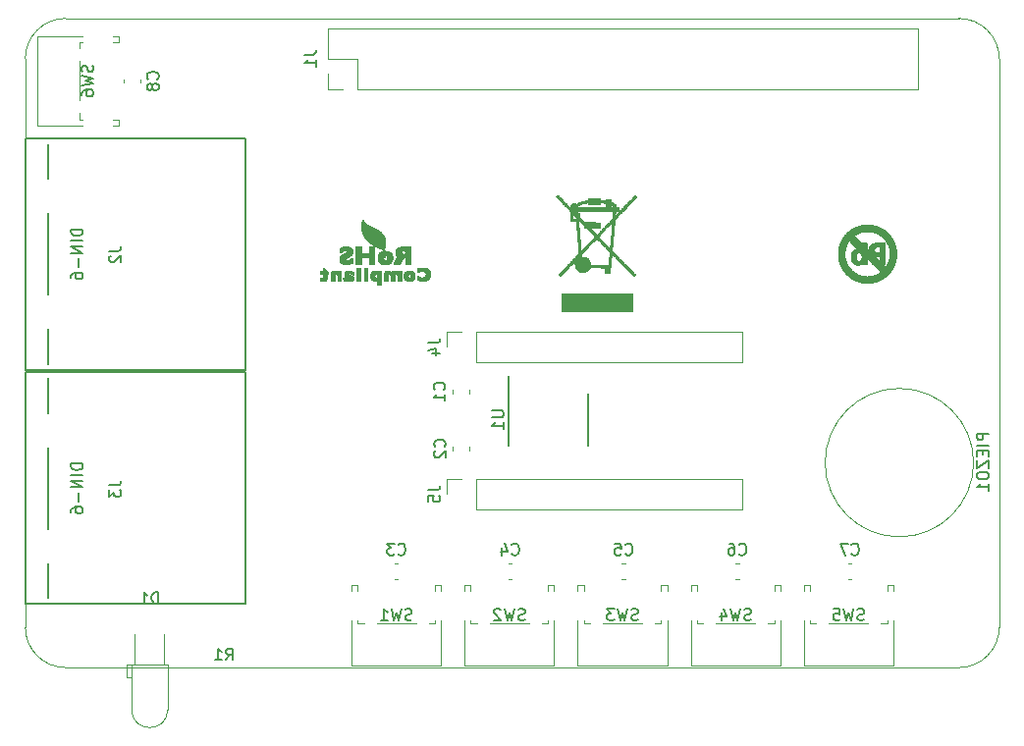
<source format=gbo>
G04 #@! TF.GenerationSoftware,KiCad,Pcbnew,(5.0.0-rc2-dev-756-g45dad4ded)*
G04 #@! TF.CreationDate,2018-05-20T06:56:18+02:00*
G04 #@! TF.ProjectId,Pi1541 Ad-on Board,5069313534312041642D6F6E20426F61,0.97*
G04 #@! TF.SameCoordinates,Original*
G04 #@! TF.FileFunction,Legend,Bot*
G04 #@! TF.FilePolarity,Positive*
%FSLAX46Y46*%
G04 Gerber Fmt 4.6, Leading zero omitted, Abs format (unit mm)*
G04 Created by KiCad (PCBNEW (5.0.0-rc2-dev-756-g45dad4ded)) date Sun May 20 06:56:18 2018*
%MOMM*%
%LPD*%
G01*
G04 APERTURE LIST*
%ADD10C,0.100000*%
%ADD11C,0.150000*%
%ADD12C,0.002540*%
%ADD13C,0.120000*%
G04 APERTURE END LIST*
D10*
X111000000Y-121000000D02*
G75*
G02X107500000Y-117500000I0J3500000D01*
G01*
X107500000Y-68500000D02*
G75*
G02X111000000Y-65000000I3500000J0D01*
G01*
X107500000Y-68500000D02*
X107500000Y-117500000D01*
X191500000Y-117500000D02*
G75*
G02X188000000Y-121000000I-3500000J0D01*
G01*
X188000000Y-65000000D02*
G75*
G02X191500000Y-68500000I0J-3500000D01*
G01*
X191500000Y-117500000D02*
X191500000Y-68500000D01*
X111000000Y-121000000D02*
X188000000Y-121000000D01*
X111000000Y-65000000D02*
X188000000Y-65000000D01*
D11*
G04 #@! TO.C,J2*
X109500000Y-91820000D02*
X109500000Y-94820000D01*
X109500000Y-81820000D02*
X109500000Y-88820000D01*
X109500000Y-75820000D02*
X109500000Y-78820000D01*
X107500000Y-95320000D02*
X107500000Y-75320000D01*
X107500000Y-75320000D02*
X126500000Y-75320000D01*
X126500000Y-75320000D02*
X126500000Y-95320000D01*
X126500000Y-95320000D02*
X107500000Y-95320000D01*
G04 #@! TO.C,J3*
X126500000Y-115520000D02*
X107500000Y-115520000D01*
X126500000Y-95520000D02*
X126500000Y-115520000D01*
X107500000Y-95520000D02*
X126500000Y-95520000D01*
X107500000Y-115520000D02*
X107500000Y-95520000D01*
X109500000Y-96020000D02*
X109500000Y-99020000D01*
X109500000Y-102020000D02*
X109500000Y-109020000D01*
X109500000Y-112020000D02*
X109500000Y-115020000D01*
D12*
G04 #@! TO.C,M3*
G36*
X177600640Y-85266980D02*
X177603180Y-85355880D01*
X177603180Y-85381280D01*
X177605720Y-85668300D01*
X177620960Y-85719100D01*
X177628580Y-85747040D01*
X177633660Y-85777520D01*
X177638740Y-85805460D01*
X177638740Y-85813080D01*
X177646360Y-85856260D01*
X177656520Y-85884200D01*
X177664140Y-85907060D01*
X177671760Y-85932460D01*
X177674300Y-85952780D01*
X177679380Y-85978180D01*
X177687000Y-86003580D01*
X177692080Y-86021360D01*
X177702240Y-86044220D01*
X177707320Y-86067080D01*
X177709860Y-86079780D01*
X177714940Y-86100100D01*
X177722560Y-86122960D01*
X177727640Y-86133120D01*
X177737800Y-86153440D01*
X177745420Y-86171220D01*
X177747960Y-86181380D01*
X177753040Y-86199160D01*
X177760660Y-86219480D01*
X177763200Y-86222020D01*
X177770820Y-86237260D01*
X177778440Y-86257580D01*
X177780980Y-86272820D01*
X177786060Y-86293140D01*
X177793680Y-86308380D01*
X177798760Y-86316000D01*
X177806380Y-86326160D01*
X177814000Y-86341400D01*
X177816540Y-86351560D01*
X177824160Y-86369340D01*
X177834320Y-86387120D01*
X177839400Y-86394740D01*
X177847020Y-86409980D01*
X177854640Y-86425220D01*
X177859720Y-86443000D01*
X177869880Y-86455700D01*
X177880040Y-86470940D01*
X177887660Y-86488720D01*
X177897820Y-86509040D01*
X177910520Y-86534440D01*
X177925760Y-86559840D01*
X177941000Y-86580160D01*
X177943540Y-86582700D01*
X177953700Y-86595400D01*
X177958780Y-86608100D01*
X177958780Y-86610640D01*
X177961320Y-86618260D01*
X177968940Y-86630960D01*
X177976560Y-86641120D01*
X177986720Y-86656360D01*
X177996880Y-86674140D01*
X177999420Y-86679220D01*
X178007040Y-86689380D01*
X178012120Y-86694460D01*
X178012120Y-86697000D01*
X178017200Y-86699540D01*
X178024820Y-86709700D01*
X178024820Y-86712240D01*
X178034980Y-86727480D01*
X178047680Y-86745260D01*
X178052760Y-86750340D01*
X178062920Y-86763040D01*
X178068000Y-86773200D01*
X178070540Y-86775740D01*
X178070540Y-86780820D01*
X178073080Y-86785900D01*
X178078160Y-86793520D01*
X178088320Y-86806220D01*
X178103560Y-86824000D01*
X178123880Y-86849400D01*
X178131500Y-86854480D01*
X178146740Y-86874800D01*
X178149280Y-86877340D01*
X178149280Y-85307620D01*
X178149280Y-85292380D01*
X178149280Y-85274600D01*
X178149280Y-85254280D01*
X178149280Y-85231420D01*
X178151820Y-85203480D01*
X178154360Y-85152680D01*
X178154360Y-85112040D01*
X178156900Y-85079020D01*
X178159440Y-85053620D01*
X178161980Y-85033300D01*
X178164520Y-85018060D01*
X178167060Y-85007900D01*
X178169600Y-84997740D01*
X178172140Y-84992660D01*
X178177220Y-84974880D01*
X178182300Y-84952020D01*
X178187380Y-84926620D01*
X178187380Y-84919000D01*
X178192460Y-84885980D01*
X178197540Y-84855500D01*
X178205160Y-84830100D01*
X178212780Y-84802160D01*
X178220400Y-84781840D01*
X178225480Y-84756440D01*
X178228020Y-84741200D01*
X178233100Y-84713260D01*
X178240720Y-84690400D01*
X178243260Y-84687860D01*
X178250880Y-84672620D01*
X178261040Y-84652300D01*
X178263580Y-84639600D01*
X178268660Y-84619280D01*
X178276280Y-84601500D01*
X178281360Y-84593880D01*
X178288980Y-84578640D01*
X178294060Y-84560860D01*
X178296600Y-84553240D01*
X178301680Y-84532920D01*
X178309300Y-84512600D01*
X178311840Y-84507520D01*
X178322000Y-84489740D01*
X178332160Y-84469420D01*
X178332160Y-84466880D01*
X178342320Y-84446560D01*
X178352480Y-84426240D01*
X178355020Y-84423700D01*
X178362640Y-84408460D01*
X178367720Y-84398300D01*
X178367720Y-84395760D01*
X178372800Y-84388140D01*
X178380420Y-84377980D01*
X178382960Y-84372900D01*
X178395660Y-84355120D01*
X178403280Y-84334800D01*
X178405820Y-84332260D01*
X178413440Y-84314480D01*
X178423600Y-84296700D01*
X178426140Y-84291620D01*
X178436300Y-84276380D01*
X178441380Y-84266220D01*
X178443920Y-84263680D01*
X178446460Y-84256060D01*
X178454080Y-84245900D01*
X178464240Y-84235740D01*
X178474400Y-84220500D01*
X178476940Y-84212880D01*
X178487100Y-84197640D01*
X178494720Y-84187480D01*
X178497260Y-84184940D01*
X178502340Y-84177320D01*
X178509960Y-84164620D01*
X178509960Y-84162080D01*
X178517580Y-84149380D01*
X178522660Y-84144300D01*
X178525200Y-84144300D01*
X178527740Y-84146840D01*
X178540440Y-84159540D01*
X178558220Y-84174780D01*
X178581080Y-84197640D01*
X178609020Y-84225580D01*
X178642040Y-84258600D01*
X178677600Y-84294160D01*
X178718240Y-84332260D01*
X178758880Y-84372900D01*
X178802060Y-84416080D01*
X178847780Y-84461800D01*
X178890960Y-84504980D01*
X178936680Y-84550700D01*
X178959540Y-84573560D01*
X178959540Y-83722660D01*
X178979860Y-83702340D01*
X178995100Y-83687100D01*
X179010340Y-83679480D01*
X179017960Y-83674400D01*
X179033200Y-83666780D01*
X179045900Y-83656620D01*
X179058600Y-83646460D01*
X179071300Y-83641380D01*
X179086540Y-83633760D01*
X179096700Y-83626140D01*
X179106860Y-83618520D01*
X179122100Y-83610900D01*
X179129720Y-83608360D01*
X179147500Y-83600740D01*
X179165280Y-83590580D01*
X179167820Y-83585500D01*
X179183060Y-83575340D01*
X179200840Y-83567720D01*
X179203380Y-83567720D01*
X179221160Y-83560100D01*
X179236400Y-83549940D01*
X179238940Y-83549940D01*
X179254180Y-83539780D01*
X179271960Y-83532160D01*
X179274500Y-83532160D01*
X179292280Y-83524540D01*
X179307520Y-83516920D01*
X179307520Y-83514380D01*
X179320220Y-83509300D01*
X179338000Y-83501680D01*
X179355780Y-83496600D01*
X179376100Y-83491520D01*
X179396420Y-83483900D01*
X179406580Y-83478820D01*
X179421820Y-83471200D01*
X179442140Y-83463580D01*
X179452300Y-83461040D01*
X179472620Y-83455960D01*
X179495480Y-83445800D01*
X179503100Y-83443260D01*
X179525960Y-83433100D01*
X179558980Y-83425480D01*
X179566600Y-83425480D01*
X179592000Y-83420400D01*
X179614860Y-83415320D01*
X179632640Y-83407700D01*
X179655500Y-83400080D01*
X179685980Y-83395000D01*
X179703760Y-83392460D01*
X179739320Y-83389920D01*
X179767260Y-83384840D01*
X179787580Y-83382300D01*
X179805360Y-83377220D01*
X179820600Y-83372140D01*
X179825680Y-83369600D01*
X179833300Y-83367060D01*
X179840920Y-83364520D01*
X179848540Y-83361980D01*
X179858700Y-83361980D01*
X179873940Y-83359440D01*
X179891720Y-83359440D01*
X179917120Y-83359440D01*
X179947600Y-83359440D01*
X179985700Y-83359440D01*
X180031420Y-83356900D01*
X180089840Y-83356900D01*
X180145720Y-83356900D01*
X180191440Y-83356900D01*
X180229540Y-83359440D01*
X180260020Y-83359440D01*
X180285420Y-83359440D01*
X180305740Y-83359440D01*
X180320980Y-83361980D01*
X180333680Y-83361980D01*
X180343840Y-83364520D01*
X180354000Y-83367060D01*
X180364160Y-83369600D01*
X180366700Y-83369600D01*
X180392100Y-83377220D01*
X180422580Y-83382300D01*
X180453060Y-83387380D01*
X180468300Y-83389920D01*
X180498780Y-83395000D01*
X180531800Y-83400080D01*
X180557200Y-83407700D01*
X180567360Y-83410240D01*
X180592760Y-83417860D01*
X180618160Y-83422940D01*
X180641020Y-83428020D01*
X180674040Y-83433100D01*
X180694360Y-83443260D01*
X180712140Y-83453420D01*
X180732460Y-83461040D01*
X180737540Y-83461040D01*
X180760400Y-83466120D01*
X180780720Y-83476280D01*
X180788340Y-83478820D01*
X180806120Y-83488980D01*
X180828980Y-83496600D01*
X180839140Y-83499140D01*
X180856920Y-83504220D01*
X180874700Y-83511840D01*
X180882320Y-83514380D01*
X180895020Y-83524540D01*
X180912800Y-83529620D01*
X180915340Y-83532160D01*
X180933120Y-83537240D01*
X180945820Y-83544860D01*
X180948360Y-83547400D01*
X180961060Y-83555020D01*
X180976300Y-83565180D01*
X180989000Y-83570260D01*
X181009320Y-83580420D01*
X181027100Y-83590580D01*
X181037260Y-83595660D01*
X181049960Y-83603280D01*
X181062660Y-83605820D01*
X181065200Y-83605820D01*
X181072820Y-83608360D01*
X181082980Y-83615980D01*
X181093140Y-83626140D01*
X181110920Y-83636300D01*
X181113460Y-83638840D01*
X181131240Y-83649000D01*
X181149020Y-83659160D01*
X181151560Y-83661700D01*
X181161720Y-83671860D01*
X181171880Y-83674400D01*
X181182040Y-83679480D01*
X181192200Y-83687100D01*
X181202360Y-83694720D01*
X181215060Y-83704880D01*
X181225220Y-83709960D01*
X181230300Y-83712500D01*
X181235380Y-83715040D01*
X181248080Y-83722660D01*
X181258240Y-83732820D01*
X181278560Y-83750600D01*
X181296340Y-83763300D01*
X181309040Y-83773460D01*
X181321740Y-83781080D01*
X181331900Y-83788700D01*
X181349680Y-83806480D01*
X181372540Y-83826800D01*
X181400480Y-83849660D01*
X181428420Y-83877600D01*
X181456360Y-83903000D01*
X181484300Y-83930940D01*
X181509700Y-83956340D01*
X181514780Y-83963960D01*
X181535100Y-83986820D01*
X181557960Y-84007140D01*
X181575740Y-84027460D01*
X181588440Y-84040160D01*
X181593520Y-84045240D01*
X181606220Y-84060480D01*
X181616380Y-84075720D01*
X181621460Y-84083340D01*
X181629080Y-84096040D01*
X181634160Y-84106200D01*
X181636700Y-84106200D01*
X181644320Y-84113820D01*
X181651940Y-84123980D01*
X181662100Y-84139220D01*
X181672260Y-84151920D01*
X181687500Y-84169700D01*
X181705280Y-84192560D01*
X181717980Y-84215420D01*
X181728140Y-84233200D01*
X181733220Y-84243360D01*
X181738300Y-84250980D01*
X181740840Y-84250980D01*
X181745920Y-84256060D01*
X181753540Y-84266220D01*
X181761160Y-84281460D01*
X181771320Y-84299240D01*
X181778940Y-84311940D01*
X181784020Y-84317020D01*
X181789100Y-84324640D01*
X181794180Y-84337340D01*
X181794180Y-84339880D01*
X181801800Y-84357660D01*
X181811960Y-84375440D01*
X181822120Y-84393220D01*
X181832280Y-84411000D01*
X181839900Y-84428780D01*
X181850060Y-84441480D01*
X181850060Y-84444020D01*
X181860220Y-84456720D01*
X181867840Y-84474500D01*
X181872920Y-84489740D01*
X181880540Y-84510060D01*
X181885620Y-84515140D01*
X181895780Y-84535460D01*
X181903400Y-84558320D01*
X181903400Y-84565940D01*
X181908480Y-84586260D01*
X181916100Y-84606580D01*
X181921180Y-84611660D01*
X181928800Y-84629440D01*
X181936420Y-84649760D01*
X181938960Y-84657380D01*
X181944040Y-84677700D01*
X181954200Y-84700560D01*
X181956740Y-84705640D01*
X181964360Y-84723420D01*
X181969440Y-84746280D01*
X181974520Y-84766600D01*
X181979600Y-84792000D01*
X181987220Y-84822480D01*
X181994840Y-84845340D01*
X182002460Y-84873280D01*
X182007540Y-84906300D01*
X182010080Y-84934240D01*
X182015160Y-84974880D01*
X182025320Y-85012980D01*
X182027860Y-85023140D01*
X182040560Y-85063780D01*
X182043100Y-85297460D01*
X182043100Y-85531140D01*
X182027860Y-85576860D01*
X182020240Y-85607340D01*
X182012620Y-85642900D01*
X182007540Y-85681000D01*
X182007540Y-85683540D01*
X182002460Y-85716560D01*
X181997380Y-85744500D01*
X181992300Y-85764820D01*
X181992300Y-85767360D01*
X181984680Y-85785140D01*
X181979600Y-85808000D01*
X181974520Y-85828320D01*
X181969440Y-85858800D01*
X181959280Y-85886740D01*
X181954200Y-85896900D01*
X181946580Y-85914680D01*
X181938960Y-85935000D01*
X181936420Y-85945160D01*
X181931340Y-85962940D01*
X181923720Y-85983260D01*
X181918640Y-85993420D01*
X181911020Y-86013740D01*
X181903400Y-86036600D01*
X181900860Y-86046760D01*
X181895780Y-86064540D01*
X181888160Y-86079780D01*
X181885620Y-86084860D01*
X181878000Y-86097560D01*
X181870380Y-86115340D01*
X181865300Y-86125500D01*
X181860220Y-86143280D01*
X181852600Y-86158520D01*
X181847520Y-86163600D01*
X181837360Y-86178840D01*
X181832280Y-86194080D01*
X181829740Y-86194080D01*
X181822120Y-86211860D01*
X181811960Y-86227100D01*
X181804340Y-86239800D01*
X181796720Y-86257580D01*
X181794180Y-86262660D01*
X181789100Y-86277900D01*
X181781480Y-86288060D01*
X181778940Y-86290600D01*
X181771320Y-86300760D01*
X181763700Y-86316000D01*
X181761160Y-86321080D01*
X181753540Y-86336320D01*
X181743380Y-86349020D01*
X181740840Y-86351560D01*
X181730680Y-86364260D01*
X181723060Y-86379500D01*
X181715440Y-86394740D01*
X181702740Y-86412520D01*
X181695120Y-86420140D01*
X181677340Y-86445540D01*
X181657020Y-86432840D01*
X181646860Y-86425220D01*
X181636700Y-86415060D01*
X181631620Y-86404900D01*
X181621460Y-86394740D01*
X181606220Y-86382040D01*
X181585900Y-86361720D01*
X181557960Y-86336320D01*
X181527480Y-86305840D01*
X181517320Y-86295680D01*
X181509700Y-86285520D01*
X181499540Y-86277900D01*
X181491920Y-86267740D01*
X181486840Y-86262660D01*
X181479220Y-86257580D01*
X181469060Y-86247420D01*
X181456360Y-86234720D01*
X181443660Y-86222020D01*
X181436040Y-86211860D01*
X181430960Y-86206780D01*
X181436040Y-86206780D01*
X181448740Y-86206780D01*
X181469060Y-86204240D01*
X181484300Y-86204240D01*
X181519860Y-86204240D01*
X181545260Y-86199160D01*
X181565580Y-86194080D01*
X181575740Y-86183920D01*
X181578280Y-86178840D01*
X181580820Y-86173760D01*
X181580820Y-86168680D01*
X181580820Y-86155980D01*
X181583360Y-86140740D01*
X181583360Y-86117880D01*
X181583360Y-86092480D01*
X181583360Y-86059460D01*
X181583360Y-86021360D01*
X181585900Y-85975640D01*
X181585900Y-85922300D01*
X181585900Y-85861340D01*
X181585900Y-85792760D01*
X181585900Y-85716560D01*
X181585900Y-85630200D01*
X181585900Y-85536220D01*
X181585900Y-85432080D01*
X181585900Y-85317780D01*
X181585900Y-85274600D01*
X181583360Y-84383060D01*
X181570660Y-84372900D01*
X181568120Y-84370360D01*
X181565580Y-84370360D01*
X181560500Y-84367820D01*
X181552880Y-84367820D01*
X181540180Y-84365280D01*
X181524940Y-84365280D01*
X181507160Y-84365280D01*
X181481760Y-84362740D01*
X181451280Y-84362740D01*
X181413180Y-84362740D01*
X181367460Y-84362740D01*
X181311580Y-84362740D01*
X181248080Y-84362740D01*
X181197280Y-84362740D01*
X181113460Y-84362740D01*
X181039800Y-84362740D01*
X180973760Y-84362740D01*
X180917880Y-84365280D01*
X180869620Y-84365280D01*
X180828980Y-84365280D01*
X180793420Y-84367820D01*
X180765480Y-84367820D01*
X180742620Y-84370360D01*
X180722300Y-84372900D01*
X180709600Y-84375440D01*
X180696900Y-84377980D01*
X180686740Y-84383060D01*
X180684200Y-84383060D01*
X180666420Y-84390680D01*
X180646100Y-84398300D01*
X180620700Y-84403380D01*
X180618160Y-84403380D01*
X180592760Y-84408460D01*
X180572440Y-84413540D01*
X180559740Y-84421160D01*
X180547040Y-84428780D01*
X180529260Y-84433860D01*
X180519100Y-84438940D01*
X180496240Y-84446560D01*
X180483540Y-84456720D01*
X180475920Y-84466880D01*
X180468300Y-84469420D01*
X180460680Y-84471960D01*
X180447980Y-84482120D01*
X180442900Y-84484660D01*
X180427660Y-84497360D01*
X180412420Y-84507520D01*
X180409880Y-84510060D01*
X180397180Y-84517680D01*
X180384480Y-84532920D01*
X180369240Y-84550700D01*
X180354000Y-84565940D01*
X180343840Y-84583720D01*
X180336220Y-84596420D01*
X180333680Y-84601500D01*
X180328600Y-84609120D01*
X180323520Y-84614200D01*
X180315900Y-84619280D01*
X180305740Y-84634520D01*
X180295580Y-84652300D01*
X180290500Y-84662460D01*
X180277800Y-84690400D01*
X180270180Y-84715800D01*
X180265100Y-84743740D01*
X180262560Y-84751360D01*
X180260020Y-84774220D01*
X180254940Y-84794540D01*
X180249860Y-84809780D01*
X180249860Y-84812320D01*
X180244780Y-84822480D01*
X180242240Y-84835180D01*
X180239700Y-84852960D01*
X180239700Y-84878360D01*
X180237160Y-84911380D01*
X180237160Y-84919000D01*
X180234620Y-85010440D01*
X180209220Y-84982500D01*
X180193980Y-84967260D01*
X180181280Y-84954560D01*
X180173660Y-84946940D01*
X180148260Y-84921540D01*
X180125400Y-84898680D01*
X180102540Y-84875820D01*
X180087300Y-84858040D01*
X180074600Y-84842800D01*
X180061900Y-84832640D01*
X180054280Y-84827560D01*
X180041580Y-84819940D01*
X180041580Y-84601500D01*
X180041580Y-84548160D01*
X180041580Y-84504980D01*
X180041580Y-84469420D01*
X180041580Y-84441480D01*
X180041580Y-84418620D01*
X180041580Y-84403380D01*
X180039040Y-84390680D01*
X180039040Y-84383060D01*
X180036500Y-84377980D01*
X180033960Y-84375440D01*
X180031420Y-84372900D01*
X180028880Y-84370360D01*
X180023800Y-84367820D01*
X180018720Y-84367820D01*
X180008560Y-84365280D01*
X179995860Y-84365280D01*
X179975540Y-84362740D01*
X179950140Y-84362740D01*
X179917120Y-84362740D01*
X179876480Y-84362740D01*
X179838380Y-84362740D01*
X179795200Y-84362740D01*
X179754560Y-84362740D01*
X179719000Y-84362740D01*
X179688520Y-84365280D01*
X179665660Y-84365280D01*
X179650420Y-84365280D01*
X179645340Y-84365280D01*
X179637720Y-84372900D01*
X179630100Y-84385600D01*
X179625020Y-84395760D01*
X179622480Y-84398300D01*
X179617400Y-84390680D01*
X179609780Y-84380520D01*
X179599620Y-84367820D01*
X179586920Y-84355120D01*
X179574220Y-84342420D01*
X179566600Y-84337340D01*
X179564060Y-84337340D01*
X179558980Y-84332260D01*
X179548820Y-84322100D01*
X179536120Y-84309400D01*
X179533580Y-84306860D01*
X179515800Y-84286540D01*
X179492940Y-84263680D01*
X179477700Y-84248440D01*
X179462460Y-84235740D01*
X179452300Y-84223040D01*
X179444680Y-84215420D01*
X179431980Y-84202720D01*
X179414200Y-84184940D01*
X179393880Y-84164620D01*
X179373560Y-84146840D01*
X179358320Y-84129060D01*
X179355780Y-84129060D01*
X179340540Y-84116360D01*
X179332920Y-84106200D01*
X179327840Y-84101120D01*
X179325300Y-84093500D01*
X179315140Y-84083340D01*
X179302440Y-84070640D01*
X179299900Y-84068100D01*
X179284660Y-84055400D01*
X179274500Y-84042700D01*
X179266880Y-84037620D01*
X179261800Y-84032540D01*
X179249100Y-84019840D01*
X179233860Y-84004600D01*
X179216080Y-83986820D01*
X179213540Y-83984280D01*
X179195760Y-83966500D01*
X179177980Y-83948720D01*
X179167820Y-83936020D01*
X179160200Y-83930940D01*
X179152580Y-83923320D01*
X179142420Y-83913160D01*
X179129720Y-83900460D01*
X179122100Y-83892840D01*
X179109400Y-83880140D01*
X179096700Y-83864900D01*
X179076380Y-83849660D01*
X179073840Y-83844580D01*
X179058600Y-83831880D01*
X179048440Y-83821720D01*
X179045900Y-83816640D01*
X179040820Y-83811560D01*
X179033200Y-83801400D01*
X179020500Y-83788700D01*
X179007800Y-83776000D01*
X178995100Y-83765840D01*
X178987480Y-83760760D01*
X178982400Y-83755680D01*
X178974780Y-83745520D01*
X178969700Y-83740440D01*
X178959540Y-83722660D01*
X178959540Y-84573560D01*
X178979860Y-84596420D01*
X179023040Y-84639600D01*
X179063680Y-84680240D01*
X179101780Y-84718340D01*
X179137340Y-84753900D01*
X179167820Y-84784380D01*
X179195760Y-84812320D01*
X179216080Y-84835180D01*
X179231320Y-84850420D01*
X179241480Y-84860580D01*
X179244020Y-84865660D01*
X179236400Y-84868200D01*
X179223700Y-84870740D01*
X179211000Y-84873280D01*
X179188140Y-84878360D01*
X179162740Y-84885980D01*
X179152580Y-84891060D01*
X179132260Y-84896140D01*
X179109400Y-84901220D01*
X179101780Y-84901220D01*
X179076380Y-84906300D01*
X179063680Y-84913920D01*
X179048440Y-84924080D01*
X179030660Y-84934240D01*
X179025580Y-84936780D01*
X179010340Y-84944400D01*
X178997640Y-84952020D01*
X178992560Y-84957100D01*
X178982400Y-84964720D01*
X178967160Y-84972340D01*
X178957000Y-84979960D01*
X178941760Y-84992660D01*
X178923980Y-85007900D01*
X178906200Y-85025680D01*
X178885880Y-85043460D01*
X178870640Y-85061240D01*
X178857940Y-85076480D01*
X178850320Y-85086640D01*
X178847780Y-85091720D01*
X178845240Y-85099340D01*
X178835080Y-85109500D01*
X178830000Y-85117120D01*
X178819840Y-85129820D01*
X178812220Y-85139980D01*
X178809680Y-85142520D01*
X178807140Y-85150140D01*
X178799520Y-85162840D01*
X178796980Y-85162840D01*
X178786820Y-85175540D01*
X178779200Y-85193320D01*
X178776660Y-85198400D01*
X178769040Y-85216180D01*
X178761420Y-85231420D01*
X178756340Y-85233960D01*
X178748720Y-85251740D01*
X178741100Y-85277140D01*
X178741100Y-85282220D01*
X178736020Y-85305080D01*
X178728400Y-85330480D01*
X178723320Y-85348260D01*
X178715700Y-85371120D01*
X178708080Y-85406680D01*
X178705540Y-85447320D01*
X178703000Y-85498120D01*
X178700460Y-85554000D01*
X178703000Y-85612420D01*
X178703000Y-85647980D01*
X178705540Y-85683540D01*
X178708080Y-85711480D01*
X178710620Y-85729260D01*
X178713160Y-85744500D01*
X178715700Y-85754660D01*
X178718240Y-85759740D01*
X178720780Y-85764820D01*
X178728400Y-85782600D01*
X178736020Y-85808000D01*
X178738560Y-85825780D01*
X178746180Y-85856260D01*
X178751260Y-85879120D01*
X178758880Y-85894360D01*
X178769040Y-85909600D01*
X178776660Y-85924840D01*
X178776660Y-85927380D01*
X178781740Y-85940080D01*
X178794440Y-85960400D01*
X178807140Y-85980720D01*
X178822380Y-86003580D01*
X178827460Y-86011200D01*
X178840160Y-86026440D01*
X178850320Y-86044220D01*
X178855400Y-86054380D01*
X178868100Y-86067080D01*
X178883340Y-86084860D01*
X178903660Y-86102640D01*
X178923980Y-86122960D01*
X178941760Y-86138200D01*
X178957000Y-86150900D01*
X178969700Y-86161060D01*
X178974780Y-86163600D01*
X178982400Y-86166140D01*
X178992560Y-86173760D01*
X178997640Y-86176300D01*
X179012880Y-86186460D01*
X179033200Y-86194080D01*
X179050980Y-86201700D01*
X179068760Y-86211860D01*
X179073840Y-86214400D01*
X179084000Y-86219480D01*
X179096700Y-86224560D01*
X179114480Y-86229640D01*
X179132260Y-86232180D01*
X179132260Y-85538760D01*
X179132260Y-85510820D01*
X179134800Y-85490500D01*
X179139880Y-85477800D01*
X179142420Y-85462560D01*
X179144960Y-85442240D01*
X179147500Y-85416840D01*
X179150040Y-85381280D01*
X179152580Y-85366040D01*
X179155120Y-85340640D01*
X179157660Y-85322860D01*
X179162740Y-85310160D01*
X179167820Y-85300000D01*
X179170360Y-85300000D01*
X179177980Y-85284760D01*
X179183060Y-85272060D01*
X179183060Y-85269520D01*
X179188140Y-85259360D01*
X179198300Y-85244120D01*
X179213540Y-85228880D01*
X179228780Y-85216180D01*
X179246560Y-85206020D01*
X179249100Y-85203480D01*
X179266880Y-85193320D01*
X179282120Y-85183160D01*
X179289740Y-85178080D01*
X179294820Y-85175540D01*
X179307520Y-85173000D01*
X179320220Y-85170460D01*
X179343080Y-85170460D01*
X179371020Y-85170460D01*
X179398960Y-85170460D01*
X179419280Y-85170460D01*
X179434520Y-85173000D01*
X179444680Y-85175540D01*
X179452300Y-85178080D01*
X179459920Y-85183160D01*
X179462460Y-85185700D01*
X179477700Y-85195860D01*
X179495480Y-85203480D01*
X179498020Y-85206020D01*
X179508180Y-85211100D01*
X179515800Y-85216180D01*
X179518340Y-85221260D01*
X179525960Y-85233960D01*
X179536120Y-85244120D01*
X179546280Y-85259360D01*
X179556440Y-85272060D01*
X179556440Y-85277140D01*
X179561520Y-85284760D01*
X179569140Y-85297460D01*
X179574220Y-85300000D01*
X179584380Y-85315240D01*
X179589460Y-85333020D01*
X179594540Y-85355880D01*
X179599620Y-85381280D01*
X179607240Y-85406680D01*
X179612320Y-85424460D01*
X179617400Y-85437160D01*
X179619940Y-85447320D01*
X179622480Y-85462560D01*
X179622480Y-85480340D01*
X179622480Y-85503200D01*
X179625020Y-85533680D01*
X179625020Y-85556540D01*
X179625020Y-85594640D01*
X179622480Y-85622580D01*
X179622480Y-85642900D01*
X179619940Y-85658140D01*
X179617400Y-85668300D01*
X179614860Y-85678460D01*
X179614860Y-85681000D01*
X179609780Y-85696240D01*
X179602160Y-85716560D01*
X179597080Y-85741960D01*
X179597080Y-85747040D01*
X179589460Y-85777520D01*
X179584380Y-85795300D01*
X179579300Y-85802920D01*
X179569140Y-85815620D01*
X179561520Y-85830860D01*
X179561520Y-85833400D01*
X179556440Y-85843560D01*
X179543740Y-85861340D01*
X179528500Y-85879120D01*
X179518340Y-85886740D01*
X179503100Y-85904520D01*
X179490400Y-85917220D01*
X179477700Y-85924840D01*
X179462460Y-85929920D01*
X179442140Y-85935000D01*
X179437060Y-85937540D01*
X179409120Y-85942620D01*
X179388800Y-85947700D01*
X179373560Y-85947700D01*
X179358320Y-85947700D01*
X179340540Y-85942620D01*
X179332920Y-85940080D01*
X179312600Y-85937540D01*
X179294820Y-85935000D01*
X179287200Y-85932460D01*
X179277040Y-85929920D01*
X179261800Y-85924840D01*
X179244020Y-85912140D01*
X179233860Y-85901980D01*
X179216080Y-85886740D01*
X179203380Y-85871500D01*
X179190680Y-85853720D01*
X179177980Y-85828320D01*
X179175440Y-85823240D01*
X179165280Y-85797840D01*
X179157660Y-85780060D01*
X179152580Y-85759740D01*
X179150040Y-85736880D01*
X179150040Y-85729260D01*
X179147500Y-85698780D01*
X179142420Y-85668300D01*
X179139880Y-85640360D01*
X179139880Y-85637820D01*
X179134800Y-85604800D01*
X179132260Y-85571780D01*
X179132260Y-85538760D01*
X179132260Y-86232180D01*
X179137340Y-86232180D01*
X179160200Y-86234720D01*
X179188140Y-86237260D01*
X179213540Y-86242340D01*
X179233860Y-86244880D01*
X179246560Y-86247420D01*
X179269420Y-86249960D01*
X179282120Y-86247420D01*
X179294820Y-86244880D01*
X179315140Y-86239800D01*
X179340540Y-86237260D01*
X179363400Y-86234720D01*
X179393880Y-86229640D01*
X179414200Y-86227100D01*
X179429440Y-86222020D01*
X179439600Y-86216940D01*
X179442140Y-86216940D01*
X179457380Y-86206780D01*
X179475160Y-86199160D01*
X179477700Y-86196620D01*
X179508180Y-86181380D01*
X179541200Y-86161060D01*
X179571680Y-86135660D01*
X179586920Y-86117880D01*
X179602160Y-86100100D01*
X179614860Y-86092480D01*
X179622480Y-86092480D01*
X179627560Y-86100100D01*
X179630100Y-86120420D01*
X179632640Y-86138200D01*
X179635180Y-86163600D01*
X179637720Y-86181380D01*
X179645340Y-86191540D01*
X179658040Y-86196620D01*
X179678360Y-86201700D01*
X179685980Y-86201700D01*
X179706300Y-86204240D01*
X179731700Y-86204240D01*
X179762180Y-86204240D01*
X179797740Y-86204240D01*
X179835840Y-86204240D01*
X179876480Y-86204240D01*
X179914580Y-86204240D01*
X179950140Y-86201700D01*
X179983160Y-86201700D01*
X180011100Y-86199160D01*
X180031420Y-86199160D01*
X180044120Y-86196620D01*
X180046660Y-86196620D01*
X180056820Y-86189000D01*
X180061900Y-86176300D01*
X180061900Y-86158520D01*
X180056820Y-86133120D01*
X180056820Y-86125500D01*
X180054280Y-86112800D01*
X180051740Y-86095020D01*
X180049200Y-86074700D01*
X180049200Y-86046760D01*
X180046660Y-86013740D01*
X180046660Y-85970560D01*
X180044120Y-85922300D01*
X180044120Y-85866420D01*
X180041580Y-85647980D01*
X180054280Y-85658140D01*
X180061900Y-85665760D01*
X180077140Y-85681000D01*
X180100000Y-85703860D01*
X180122860Y-85729260D01*
X180155880Y-85762280D01*
X180193980Y-85800380D01*
X180234620Y-85841020D01*
X180280340Y-85886740D01*
X180328600Y-85935000D01*
X180381940Y-85988340D01*
X180435280Y-86041680D01*
X180491160Y-86097560D01*
X180547040Y-86155980D01*
X180605460Y-86211860D01*
X180663880Y-86272820D01*
X180707060Y-86313460D01*
X180707060Y-84939320D01*
X180707060Y-84934240D01*
X180707060Y-84891060D01*
X180709600Y-84858040D01*
X180714680Y-84830100D01*
X180719760Y-84812320D01*
X180729920Y-84797080D01*
X180732460Y-84792000D01*
X180742620Y-84779300D01*
X180750240Y-84766600D01*
X180752780Y-84764060D01*
X180757860Y-84753900D01*
X180775640Y-84746280D01*
X180780720Y-84743740D01*
X180798500Y-84736120D01*
X180813740Y-84725960D01*
X180818820Y-84723420D01*
X180831520Y-84718340D01*
X180851840Y-84713260D01*
X180877240Y-84708180D01*
X180912800Y-84705640D01*
X180955980Y-84705640D01*
X181009320Y-84705640D01*
X181032180Y-84705640D01*
X181151560Y-84705640D01*
X181154100Y-84931700D01*
X181154100Y-84987580D01*
X181154100Y-85035840D01*
X181154100Y-85073940D01*
X181154100Y-85104420D01*
X181151560Y-85127280D01*
X181151560Y-85142520D01*
X181149020Y-85155220D01*
X181149020Y-85160300D01*
X181146480Y-85162840D01*
X181138860Y-85165380D01*
X181123620Y-85167920D01*
X181098220Y-85170460D01*
X181070280Y-85170460D01*
X181037260Y-85170460D01*
X181004240Y-85167920D01*
X180971220Y-85167920D01*
X180940740Y-85165380D01*
X180915340Y-85162840D01*
X180895020Y-85160300D01*
X180892480Y-85160300D01*
X180869620Y-85155220D01*
X180844220Y-85152680D01*
X180826440Y-85150140D01*
X180803580Y-85142520D01*
X180778180Y-85127280D01*
X180752780Y-85104420D01*
X180745160Y-85096800D01*
X180735000Y-85086640D01*
X180732460Y-85084100D01*
X180722300Y-85071400D01*
X180714680Y-85051080D01*
X180709600Y-85023140D01*
X180707060Y-84985040D01*
X180707060Y-84939320D01*
X180707060Y-86313460D01*
X180722300Y-86331240D01*
X180729920Y-86336320D01*
X180729920Y-85498120D01*
X180732460Y-85495580D01*
X180740080Y-85495580D01*
X180750240Y-85498120D01*
X180768020Y-85503200D01*
X180778180Y-85505740D01*
X180788340Y-85508280D01*
X180798500Y-85510820D01*
X180813740Y-85510820D01*
X180831520Y-85513360D01*
X180856920Y-85513360D01*
X180889940Y-85513360D01*
X180930580Y-85515900D01*
X180973760Y-85515900D01*
X181016940Y-85515900D01*
X181055040Y-85515900D01*
X181088060Y-85518440D01*
X181116000Y-85518440D01*
X181136320Y-85518440D01*
X181146480Y-85518440D01*
X181149020Y-85520980D01*
X181151560Y-85526060D01*
X181151560Y-85541300D01*
X181151560Y-85564160D01*
X181154100Y-85592100D01*
X181154100Y-85627660D01*
X181154100Y-85663220D01*
X181154100Y-85703860D01*
X181154100Y-85744500D01*
X181154100Y-85782600D01*
X181154100Y-85820700D01*
X181154100Y-85853720D01*
X181154100Y-85881660D01*
X181151560Y-85904520D01*
X181151560Y-85917220D01*
X181149020Y-85922300D01*
X181143940Y-85917220D01*
X181138860Y-85909600D01*
X181131240Y-85899440D01*
X181128700Y-85896900D01*
X181123620Y-85891820D01*
X181110920Y-85881660D01*
X181095680Y-85868960D01*
X181077900Y-85848640D01*
X181057580Y-85830860D01*
X181037260Y-85808000D01*
X181022020Y-85792760D01*
X181016940Y-85787680D01*
X181004240Y-85774980D01*
X180986460Y-85757200D01*
X180966140Y-85736880D01*
X180943280Y-85716560D01*
X180922960Y-85693700D01*
X180900100Y-85670840D01*
X180879780Y-85650520D01*
X180862000Y-85632740D01*
X180851840Y-85622580D01*
X180844220Y-85617500D01*
X180844220Y-85614960D01*
X180836600Y-85609880D01*
X180823900Y-85597180D01*
X180808660Y-85579400D01*
X180790880Y-85561620D01*
X180770560Y-85543840D01*
X180755320Y-85526060D01*
X180742620Y-85513360D01*
X180735000Y-85505740D01*
X180729920Y-85498120D01*
X180729920Y-86336320D01*
X180780720Y-86389660D01*
X180836600Y-86445540D01*
X180892480Y-86501420D01*
X180945820Y-86554760D01*
X180996620Y-86605560D01*
X181042340Y-86653820D01*
X181085520Y-86697000D01*
X181126160Y-86737640D01*
X181161720Y-86775740D01*
X181192200Y-86806220D01*
X181217600Y-86831620D01*
X181235380Y-86851940D01*
X181248080Y-86864640D01*
X181253160Y-86869720D01*
X181255700Y-86869720D01*
X181250620Y-86879880D01*
X181240460Y-86887500D01*
X181225220Y-86895120D01*
X181209980Y-86907820D01*
X181207440Y-86910360D01*
X181194740Y-86917980D01*
X181184580Y-86925600D01*
X181182040Y-86925600D01*
X181174420Y-86928140D01*
X181164260Y-86935760D01*
X181159180Y-86940840D01*
X181146480Y-86951000D01*
X181136320Y-86956080D01*
X181133780Y-86956080D01*
X181126160Y-86958620D01*
X181116000Y-86966240D01*
X181108380Y-86971320D01*
X181090600Y-86984020D01*
X181072820Y-86991640D01*
X181067740Y-86994180D01*
X181052500Y-87001800D01*
X181032180Y-87011960D01*
X181029640Y-87017040D01*
X181014400Y-87024660D01*
X181004240Y-87029740D01*
X180999160Y-87032280D01*
X180989000Y-87034820D01*
X180976300Y-87042440D01*
X180973760Y-87044980D01*
X180958520Y-87055140D01*
X180940740Y-87065300D01*
X180935660Y-87065300D01*
X180917880Y-87072920D01*
X180905180Y-87083080D01*
X180900100Y-87085620D01*
X180889940Y-87090700D01*
X180872160Y-87098320D01*
X180859460Y-87100860D01*
X180836600Y-87108480D01*
X180816280Y-87116100D01*
X180806120Y-87121180D01*
X180785800Y-87128800D01*
X180765480Y-87136420D01*
X180757860Y-87138960D01*
X180735000Y-87144040D01*
X180714680Y-87154200D01*
X180709600Y-87156740D01*
X180689280Y-87164360D01*
X180666420Y-87171980D01*
X180656260Y-87174520D01*
X180630860Y-87177060D01*
X180605460Y-87184680D01*
X180592760Y-87189760D01*
X180572440Y-87194840D01*
X180547040Y-87202460D01*
X180519100Y-87207540D01*
X180501320Y-87210080D01*
X180473380Y-87212620D01*
X180450520Y-87217700D01*
X180432740Y-87222780D01*
X180425120Y-87225320D01*
X180404800Y-87232940D01*
X180374320Y-87238020D01*
X180336220Y-87243100D01*
X180290500Y-87245640D01*
X180265100Y-87245640D01*
X180234620Y-87245640D01*
X180204140Y-87248180D01*
X180176200Y-87248180D01*
X180160960Y-87250720D01*
X180138100Y-87250720D01*
X180107620Y-87253260D01*
X180082220Y-87253260D01*
X180072060Y-87253260D01*
X180041580Y-87250720D01*
X180006020Y-87250720D01*
X179973000Y-87248180D01*
X179960300Y-87248180D01*
X179912040Y-87245640D01*
X179873940Y-87243100D01*
X179843460Y-87240560D01*
X179820600Y-87238020D01*
X179800280Y-87232940D01*
X179785040Y-87230400D01*
X179782500Y-87227860D01*
X179762180Y-87222780D01*
X179739320Y-87217700D01*
X179711380Y-87212620D01*
X179693600Y-87210080D01*
X179665660Y-87207540D01*
X179640260Y-87199920D01*
X179617400Y-87194840D01*
X179607240Y-87192300D01*
X179589460Y-87187220D01*
X179564060Y-87179600D01*
X179541200Y-87174520D01*
X179518340Y-87171980D01*
X179495480Y-87164360D01*
X179480240Y-87156740D01*
X179462460Y-87149120D01*
X179439600Y-87141500D01*
X179431980Y-87138960D01*
X179414200Y-87131340D01*
X179396420Y-87123720D01*
X179391340Y-87121180D01*
X179376100Y-87113560D01*
X179358320Y-87105940D01*
X179340540Y-87103400D01*
X179320220Y-87098320D01*
X179302440Y-87090700D01*
X179292280Y-87085620D01*
X179277040Y-87075460D01*
X179261800Y-87067840D01*
X179259260Y-87067840D01*
X179241480Y-87060220D01*
X179223700Y-87052600D01*
X179223700Y-87050060D01*
X179208460Y-87039900D01*
X179190680Y-87032280D01*
X179188140Y-87029740D01*
X179172900Y-87022120D01*
X179160200Y-87014500D01*
X179157660Y-87011960D01*
X179147500Y-87006880D01*
X179132260Y-86999260D01*
X179119560Y-86994180D01*
X179101780Y-86986560D01*
X179089080Y-86978940D01*
X179081460Y-86973860D01*
X179073840Y-86968780D01*
X179058600Y-86961160D01*
X179058600Y-86958620D01*
X179045900Y-86953540D01*
X179040820Y-86948460D01*
X179040820Y-86945920D01*
X179035740Y-86940840D01*
X179025580Y-86933220D01*
X179015420Y-86928140D01*
X178977320Y-86905280D01*
X178946840Y-86882420D01*
X178939220Y-86874800D01*
X178926520Y-86864640D01*
X178911280Y-86854480D01*
X178898580Y-86846860D01*
X178885880Y-86836700D01*
X178875720Y-86826540D01*
X178857940Y-86813840D01*
X178842700Y-86798600D01*
X178814760Y-86775740D01*
X178781740Y-86745260D01*
X178748720Y-86714780D01*
X178720780Y-86686840D01*
X178715700Y-86681760D01*
X178685220Y-86651280D01*
X178659820Y-86623340D01*
X178639500Y-86603020D01*
X178624260Y-86585240D01*
X178611560Y-86570000D01*
X178601400Y-86557300D01*
X178586160Y-86539520D01*
X178573460Y-86521740D01*
X178563300Y-86514120D01*
X178553140Y-86498880D01*
X178542980Y-86483640D01*
X178540440Y-86481100D01*
X178532820Y-86470940D01*
X178525200Y-86463320D01*
X178517580Y-86455700D01*
X178515040Y-86450620D01*
X178509960Y-86437920D01*
X178499800Y-86425220D01*
X178494720Y-86420140D01*
X178484560Y-86404900D01*
X178474400Y-86389660D01*
X178471860Y-86384580D01*
X178464240Y-86369340D01*
X178454080Y-86359180D01*
X178454080Y-86356640D01*
X178446460Y-86346480D01*
X178443920Y-86341400D01*
X178438840Y-86333780D01*
X178431220Y-86321080D01*
X178426140Y-86316000D01*
X178415980Y-86298220D01*
X178405820Y-86280440D01*
X178405820Y-86275360D01*
X178398200Y-86260120D01*
X178390580Y-86247420D01*
X178390580Y-86244880D01*
X178380420Y-86232180D01*
X178372800Y-86216940D01*
X178370260Y-86211860D01*
X178362640Y-86196620D01*
X178355020Y-86183920D01*
X178352480Y-86181380D01*
X178344860Y-86168680D01*
X178337240Y-86153440D01*
X178337240Y-86148360D01*
X178329620Y-86130580D01*
X178319460Y-86110260D01*
X178316920Y-86110260D01*
X178309300Y-86092480D01*
X178301680Y-86072160D01*
X178296600Y-86056920D01*
X178291520Y-86036600D01*
X178283900Y-86018820D01*
X178278820Y-86008660D01*
X178271200Y-85993420D01*
X178263580Y-85975640D01*
X178263580Y-85973100D01*
X178258500Y-85955320D01*
X178250880Y-85935000D01*
X178245800Y-85922300D01*
X178235640Y-85901980D01*
X178228020Y-85874040D01*
X178225480Y-85856260D01*
X178220400Y-85830860D01*
X178212780Y-85802920D01*
X178205160Y-85782600D01*
X178200080Y-85757200D01*
X178192460Y-85729260D01*
X178189920Y-85708940D01*
X178187380Y-85683540D01*
X178182300Y-85655600D01*
X178174680Y-85630200D01*
X178174680Y-85627660D01*
X178169600Y-85612420D01*
X178164520Y-85597180D01*
X178161980Y-85581940D01*
X178159440Y-85564160D01*
X178159440Y-85538760D01*
X178156900Y-85510820D01*
X178154360Y-85472720D01*
X178154360Y-85452400D01*
X178151820Y-85409220D01*
X178149280Y-85376200D01*
X178149280Y-85348260D01*
X178149280Y-85325400D01*
X178149280Y-85307620D01*
X178149280Y-86877340D01*
X178159440Y-86892580D01*
X178169600Y-86905280D01*
X178172140Y-86907820D01*
X178182300Y-86923060D01*
X178200080Y-86943380D01*
X178222940Y-86966240D01*
X178250880Y-86996720D01*
X178281360Y-87027200D01*
X178311840Y-87060220D01*
X178344860Y-87090700D01*
X178377880Y-87123720D01*
X178408360Y-87154200D01*
X178436300Y-87179600D01*
X178461700Y-87202460D01*
X178479480Y-87217700D01*
X178492180Y-87227860D01*
X178502340Y-87235480D01*
X178515040Y-87248180D01*
X178532820Y-87263420D01*
X178542980Y-87271040D01*
X178558220Y-87283740D01*
X178573460Y-87296440D01*
X178583620Y-87301520D01*
X178583620Y-87304060D01*
X178591240Y-87306600D01*
X178601400Y-87314220D01*
X178614100Y-87324380D01*
X178629340Y-87334540D01*
X178639500Y-87342160D01*
X178657280Y-87354860D01*
X178677600Y-87367560D01*
X178685220Y-87375180D01*
X178703000Y-87387880D01*
X178718240Y-87398040D01*
X178728400Y-87403120D01*
X178730940Y-87405660D01*
X178738560Y-87408200D01*
X178748720Y-87415820D01*
X178753800Y-87420900D01*
X178769040Y-87431060D01*
X178786820Y-87441220D01*
X178789360Y-87441220D01*
X178807140Y-87448840D01*
X178822380Y-87461540D01*
X178832540Y-87469160D01*
X178840160Y-87474240D01*
X178847780Y-87476780D01*
X178860480Y-87484400D01*
X178868100Y-87489480D01*
X178883340Y-87499640D01*
X178898580Y-87507260D01*
X178903660Y-87507260D01*
X178918900Y-87514880D01*
X178934140Y-87522500D01*
X178941760Y-87527580D01*
X178957000Y-87537740D01*
X178972240Y-87542820D01*
X178977320Y-87545360D01*
X178990020Y-87550440D01*
X179005260Y-87560600D01*
X179007800Y-87560600D01*
X179023040Y-87570760D01*
X179040820Y-87578380D01*
X179045900Y-87580920D01*
X179063680Y-87588540D01*
X179084000Y-87598700D01*
X179086540Y-87598700D01*
X179104320Y-87608860D01*
X179124640Y-87616480D01*
X179134800Y-87619020D01*
X179152580Y-87624100D01*
X179172900Y-87634260D01*
X179177980Y-87636800D01*
X179195760Y-87646960D01*
X179216080Y-87652040D01*
X179218620Y-87652040D01*
X179233860Y-87657120D01*
X179254180Y-87664740D01*
X179269420Y-87672360D01*
X179292280Y-87682520D01*
X179315140Y-87690140D01*
X179330380Y-87692680D01*
X179350700Y-87697760D01*
X179371020Y-87705380D01*
X179381180Y-87707920D01*
X179396420Y-87713000D01*
X179416740Y-87720620D01*
X179442140Y-87723160D01*
X179444680Y-87725700D01*
X179467540Y-87728240D01*
X179485320Y-87733320D01*
X179498020Y-87735860D01*
X179500560Y-87738400D01*
X179518340Y-87746020D01*
X179541200Y-87753640D01*
X179571680Y-87758720D01*
X179599620Y-87761260D01*
X179632640Y-87766340D01*
X179665660Y-87773960D01*
X179691060Y-87781580D01*
X179731700Y-87796820D01*
X180056820Y-87796820D01*
X180112700Y-87796820D01*
X180171120Y-87796820D01*
X180227000Y-87796820D01*
X180277800Y-87796820D01*
X180323520Y-87796820D01*
X180361620Y-87796820D01*
X180394640Y-87794280D01*
X180420040Y-87794280D01*
X180432740Y-87794280D01*
X180463220Y-87791740D01*
X180491160Y-87786660D01*
X180514020Y-87779040D01*
X180516560Y-87779040D01*
X180534340Y-87773960D01*
X180559740Y-87768880D01*
X180587680Y-87763800D01*
X180597840Y-87761260D01*
X180638480Y-87756180D01*
X180668960Y-87746020D01*
X180676580Y-87743480D01*
X180696900Y-87735860D01*
X180719760Y-87730780D01*
X180745160Y-87725700D01*
X180770560Y-87720620D01*
X180793420Y-87715540D01*
X180811200Y-87710460D01*
X180811200Y-87707920D01*
X180828980Y-87702840D01*
X180851840Y-87695220D01*
X180867080Y-87692680D01*
X180892480Y-87685060D01*
X180917880Y-87677440D01*
X180930580Y-87669820D01*
X180950900Y-87662200D01*
X180968680Y-87654580D01*
X180978840Y-87652040D01*
X180996620Y-87646960D01*
X181014400Y-87639340D01*
X181016940Y-87636800D01*
X181032180Y-87629180D01*
X181052500Y-87621560D01*
X181062660Y-87619020D01*
X181082980Y-87613940D01*
X181100760Y-87606320D01*
X181105840Y-87601240D01*
X181121080Y-87593620D01*
X181138860Y-87586000D01*
X181143940Y-87583460D01*
X181161720Y-87575840D01*
X181174420Y-87568220D01*
X181179500Y-87565680D01*
X181189660Y-87558060D01*
X181207440Y-87550440D01*
X181209980Y-87550440D01*
X181227760Y-87542820D01*
X181240460Y-87535200D01*
X181243000Y-87532660D01*
X181253160Y-87525040D01*
X181270940Y-87517420D01*
X181276020Y-87514880D01*
X181293800Y-87509800D01*
X181314120Y-87497100D01*
X181316660Y-87494560D01*
X181331900Y-87484400D01*
X181342060Y-87479320D01*
X181344600Y-87479320D01*
X181352220Y-87476780D01*
X181364920Y-87466620D01*
X181372540Y-87461540D01*
X181387780Y-87448840D01*
X181403020Y-87441220D01*
X181408100Y-87438680D01*
X181423340Y-87433600D01*
X181436040Y-87423440D01*
X181451280Y-87413280D01*
X181469060Y-87403120D01*
X181471600Y-87403120D01*
X181481760Y-87395500D01*
X181489380Y-87390420D01*
X181494460Y-87382800D01*
X181504620Y-87375180D01*
X181509700Y-87372640D01*
X181524940Y-87365020D01*
X181532560Y-87357400D01*
X181535100Y-87354860D01*
X181542720Y-87347240D01*
X181555420Y-87339620D01*
X181557960Y-87337080D01*
X181568120Y-87332000D01*
X181575740Y-87329460D01*
X181585900Y-87321840D01*
X181598600Y-87311680D01*
X181618920Y-87296440D01*
X181636700Y-87281200D01*
X181649400Y-87271040D01*
X181662100Y-87263420D01*
X181667180Y-87260880D01*
X181672260Y-87255800D01*
X181677340Y-87248180D01*
X181684960Y-87238020D01*
X181700200Y-87227860D01*
X181702740Y-87227860D01*
X181712900Y-87220240D01*
X181728140Y-87207540D01*
X181748460Y-87189760D01*
X181773860Y-87166900D01*
X181799260Y-87141500D01*
X181829740Y-87111020D01*
X181860220Y-87080540D01*
X181890700Y-87050060D01*
X181921180Y-87019580D01*
X181949120Y-86991640D01*
X181974520Y-86963700D01*
X181994840Y-86940840D01*
X182012620Y-86920520D01*
X182025320Y-86907820D01*
X182027860Y-86900200D01*
X182027860Y-86897660D01*
X182032940Y-86890040D01*
X182043100Y-86874800D01*
X182063420Y-86857020D01*
X182081200Y-86836700D01*
X182091360Y-86826540D01*
X182096440Y-86818920D01*
X182098980Y-86816380D01*
X182101520Y-86808760D01*
X182109140Y-86798600D01*
X182116760Y-86790980D01*
X182126920Y-86778280D01*
X182134540Y-86768120D01*
X182134540Y-86763040D01*
X182139620Y-86755420D01*
X182147240Y-86742720D01*
X182152320Y-86732560D01*
X182170100Y-86709700D01*
X182185340Y-86694460D01*
X182192960Y-86681760D01*
X182200580Y-86669060D01*
X182208200Y-86658900D01*
X182210740Y-86653820D01*
X182223440Y-86633500D01*
X182233600Y-86613180D01*
X182236140Y-86605560D01*
X182248840Y-86585240D01*
X182259000Y-86567460D01*
X182264080Y-86562380D01*
X182274240Y-86552220D01*
X182279320Y-86542060D01*
X182279320Y-86539520D01*
X182281860Y-86531900D01*
X182289480Y-86519200D01*
X182294560Y-86511580D01*
X182304720Y-86496340D01*
X182312340Y-86478560D01*
X182312340Y-86473480D01*
X182319960Y-86455700D01*
X182330120Y-86440460D01*
X182340280Y-86425220D01*
X182345360Y-86409980D01*
X182352980Y-86394740D01*
X182360600Y-86376960D01*
X182365680Y-86371880D01*
X182375840Y-86354100D01*
X182383460Y-86336320D01*
X182383460Y-86331240D01*
X182391080Y-86313460D01*
X182398700Y-86295680D01*
X182401240Y-86295680D01*
X182408860Y-86280440D01*
X182416480Y-86257580D01*
X182421560Y-86247420D01*
X182426640Y-86224560D01*
X182434260Y-86204240D01*
X182439340Y-86194080D01*
X182446960Y-86176300D01*
X182454580Y-86155980D01*
X182454580Y-86150900D01*
X182462200Y-86130580D01*
X182469820Y-86110260D01*
X182472360Y-86107720D01*
X182479980Y-86089940D01*
X182487600Y-86069620D01*
X182492680Y-86046760D01*
X182492680Y-86044220D01*
X182500300Y-86018820D01*
X182507920Y-85993420D01*
X182513000Y-85973100D01*
X182520620Y-85950240D01*
X182525700Y-85922300D01*
X182528240Y-85907060D01*
X182533320Y-85884200D01*
X182540940Y-85861340D01*
X182546020Y-85848640D01*
X182551100Y-85825780D01*
X182558720Y-85797840D01*
X182561260Y-85759740D01*
X182566340Y-85729260D01*
X182571420Y-85701320D01*
X182576500Y-85681000D01*
X182579040Y-85670840D01*
X182584120Y-85655600D01*
X182586660Y-85635280D01*
X182591740Y-85609880D01*
X182594280Y-85576860D01*
X182596820Y-85538760D01*
X182596820Y-85490500D01*
X182599360Y-85434620D01*
X182599360Y-85371120D01*
X182599360Y-85315240D01*
X182599360Y-85241580D01*
X182596820Y-85175540D01*
X182596820Y-85117120D01*
X182594280Y-85068860D01*
X182591740Y-85028220D01*
X182589200Y-84992660D01*
X182586660Y-84964720D01*
X182581580Y-84944400D01*
X182579040Y-84934240D01*
X182573960Y-84913920D01*
X182568880Y-84885980D01*
X182563800Y-84858040D01*
X182558720Y-84832640D01*
X182553640Y-84794540D01*
X182548560Y-84766600D01*
X182540940Y-84746280D01*
X182533320Y-84728500D01*
X182528240Y-84705640D01*
X182523160Y-84680240D01*
X182520620Y-84654840D01*
X182515540Y-84634520D01*
X182510460Y-84616740D01*
X182507920Y-84614200D01*
X182502840Y-84598960D01*
X182495220Y-84576100D01*
X182492680Y-84560860D01*
X182487600Y-84538000D01*
X182479980Y-84515140D01*
X182474900Y-84504980D01*
X182464740Y-84487200D01*
X182457120Y-84464340D01*
X182454580Y-84449100D01*
X182446960Y-84428780D01*
X182441880Y-84413540D01*
X182434260Y-84403380D01*
X182426640Y-84390680D01*
X182421560Y-84370360D01*
X182419020Y-84357660D01*
X182413940Y-84337340D01*
X182406320Y-84319560D01*
X182401240Y-84311940D01*
X182393620Y-84299240D01*
X182386000Y-84284000D01*
X182383460Y-84273840D01*
X182375840Y-84256060D01*
X182368220Y-84243360D01*
X182365680Y-84238280D01*
X182358060Y-84228120D01*
X182350440Y-84210340D01*
X182345360Y-84200180D01*
X182340280Y-84182400D01*
X182332660Y-84169700D01*
X182327580Y-84164620D01*
X182319960Y-84154460D01*
X182312340Y-84139220D01*
X182309800Y-84126520D01*
X182302180Y-84111280D01*
X182297100Y-84098580D01*
X182294560Y-84093500D01*
X182286940Y-84088420D01*
X182281860Y-84075720D01*
X182279320Y-84070640D01*
X182271700Y-84055400D01*
X182264080Y-84040160D01*
X182261540Y-84037620D01*
X182248840Y-84022380D01*
X182236140Y-84002060D01*
X182220900Y-83974120D01*
X182210740Y-83951260D01*
X182198040Y-83933480D01*
X182185340Y-83913160D01*
X182180260Y-83908080D01*
X182167560Y-83892840D01*
X182154860Y-83875060D01*
X182152320Y-83872520D01*
X182142160Y-83854740D01*
X182129460Y-83836960D01*
X182126920Y-83834420D01*
X182116760Y-83819180D01*
X182106600Y-83803940D01*
X182104060Y-83801400D01*
X182096440Y-83791240D01*
X182083740Y-83773460D01*
X182068500Y-83755680D01*
X182063420Y-83750600D01*
X182048180Y-83735360D01*
X182035480Y-83720120D01*
X182030400Y-83712500D01*
X182027860Y-83709960D01*
X182025320Y-83702340D01*
X182015160Y-83689640D01*
X181997380Y-83669320D01*
X181977060Y-83643920D01*
X181951660Y-83618520D01*
X181923720Y-83588040D01*
X181893240Y-83557560D01*
X181862760Y-83524540D01*
X181829740Y-83494060D01*
X181799260Y-83463580D01*
X181771320Y-83435640D01*
X181745920Y-83412780D01*
X181723060Y-83392460D01*
X181705280Y-83379760D01*
X181697660Y-83374680D01*
X181682420Y-83361980D01*
X181672260Y-83351820D01*
X181669720Y-83349280D01*
X181659560Y-83341660D01*
X181654480Y-83339120D01*
X181646860Y-83336580D01*
X181636700Y-83326420D01*
X181631620Y-83323880D01*
X181613840Y-83306100D01*
X181596060Y-83290860D01*
X181580820Y-83278160D01*
X181565580Y-83268000D01*
X181557960Y-83265460D01*
X181552880Y-83262920D01*
X181545260Y-83260380D01*
X181535100Y-83252760D01*
X181519860Y-83240060D01*
X181497000Y-83222280D01*
X181486840Y-83214660D01*
X181471600Y-83204500D01*
X181453820Y-83194340D01*
X181448740Y-83191800D01*
X181436040Y-83181640D01*
X181425880Y-83176560D01*
X181423340Y-83174020D01*
X181415720Y-83168940D01*
X181403020Y-83161320D01*
X181400480Y-83161320D01*
X181385240Y-83151160D01*
X181372540Y-83143540D01*
X181370000Y-83141000D01*
X181357300Y-83133380D01*
X181342060Y-83125760D01*
X181336980Y-83123220D01*
X181321740Y-83115600D01*
X181309040Y-83105440D01*
X181306500Y-83105440D01*
X181293800Y-83095280D01*
X181278560Y-83087660D01*
X181270940Y-83085120D01*
X181255700Y-83077500D01*
X181240460Y-83069880D01*
X181237920Y-83067340D01*
X181225220Y-83059720D01*
X181207440Y-83052100D01*
X181204900Y-83052100D01*
X181184580Y-83044480D01*
X181169340Y-83034320D01*
X181166800Y-83034320D01*
X181151560Y-83021620D01*
X181133780Y-83014000D01*
X181131240Y-83014000D01*
X181113460Y-83008920D01*
X181095680Y-82998760D01*
X181082980Y-82991140D01*
X181062660Y-82983520D01*
X181049960Y-82980980D01*
X181029640Y-82975900D01*
X181009320Y-82968280D01*
X180999160Y-82963200D01*
X180981380Y-82953040D01*
X180961060Y-82945420D01*
X180955980Y-82945420D01*
X180938200Y-82937800D01*
X180915340Y-82930180D01*
X180907720Y-82925100D01*
X180892480Y-82917480D01*
X180877240Y-82912400D01*
X180872160Y-82912400D01*
X180862000Y-82909860D01*
X180844220Y-82907320D01*
X180823900Y-82899700D01*
X180806120Y-82894620D01*
X180790880Y-82887000D01*
X180788340Y-82887000D01*
X180778180Y-82884460D01*
X180760400Y-82879380D01*
X180740080Y-82876840D01*
X180729920Y-82874300D01*
X180704520Y-82871760D01*
X180679120Y-82864140D01*
X180658800Y-82859060D01*
X180656260Y-82856520D01*
X180628320Y-82846360D01*
X180592760Y-82841280D01*
X180572440Y-82838740D01*
X180544500Y-82833660D01*
X180519100Y-82831120D01*
X180496240Y-82826040D01*
X180486080Y-82820960D01*
X180470840Y-82815880D01*
X180447980Y-82813340D01*
X180417500Y-82808260D01*
X180379400Y-82805720D01*
X180333680Y-82803180D01*
X180280340Y-82803180D01*
X180216840Y-82800640D01*
X180143180Y-82800640D01*
X180072060Y-82800640D01*
X180003480Y-82800640D01*
X179945060Y-82803180D01*
X179894260Y-82803180D01*
X179851080Y-82803180D01*
X179815520Y-82805720D01*
X179787580Y-82808260D01*
X179762180Y-82810800D01*
X179741860Y-82813340D01*
X179726620Y-82815880D01*
X179711380Y-82820960D01*
X179708840Y-82820960D01*
X179688520Y-82826040D01*
X179663120Y-82831120D01*
X179635180Y-82836200D01*
X179619940Y-82838740D01*
X179581840Y-82843820D01*
X179553900Y-82848900D01*
X179531040Y-82856520D01*
X179505640Y-82866680D01*
X179472620Y-82874300D01*
X179459920Y-82876840D01*
X179434520Y-82879380D01*
X179411660Y-82887000D01*
X179393880Y-82892080D01*
X179378640Y-82899700D01*
X179358320Y-82904780D01*
X179335460Y-82909860D01*
X179312600Y-82914940D01*
X179294820Y-82922560D01*
X179279580Y-82927640D01*
X179266880Y-82935260D01*
X179246560Y-82942880D01*
X179236400Y-82945420D01*
X179216080Y-82950500D01*
X179195760Y-82960660D01*
X179190680Y-82963200D01*
X179172900Y-82973360D01*
X179152580Y-82978440D01*
X179144960Y-82980980D01*
X179124640Y-82986060D01*
X179106860Y-82993680D01*
X179101780Y-82996220D01*
X179084000Y-83006380D01*
X179063680Y-83014000D01*
X179058600Y-83016540D01*
X179040820Y-83024160D01*
X179028120Y-83031780D01*
X179023040Y-83034320D01*
X179012880Y-83041940D01*
X178995100Y-83049560D01*
X178990020Y-83052100D01*
X178972240Y-83057180D01*
X178957000Y-83067340D01*
X178954460Y-83069880D01*
X178941760Y-83080040D01*
X178923980Y-83087660D01*
X178921440Y-83087660D01*
X178901120Y-83095280D01*
X178883340Y-83105440D01*
X178880800Y-83107980D01*
X178868100Y-83115600D01*
X178857940Y-83120680D01*
X178855400Y-83120680D01*
X178850320Y-83123220D01*
X178837620Y-83130840D01*
X178827460Y-83138460D01*
X178812220Y-83151160D01*
X178796980Y-83158780D01*
X178789360Y-83161320D01*
X178776660Y-83166400D01*
X178763960Y-83176560D01*
X178748720Y-83186720D01*
X178733480Y-83194340D01*
X178718240Y-83204500D01*
X178708080Y-83214660D01*
X178697920Y-83224820D01*
X178690300Y-83227360D01*
X178682680Y-83229900D01*
X178669980Y-83240060D01*
X178664900Y-83242600D01*
X178652200Y-83252760D01*
X178636960Y-83262920D01*
X178634420Y-83265460D01*
X178616640Y-83278160D01*
X178591240Y-83295940D01*
X178568380Y-83316260D01*
X178555680Y-83326420D01*
X178542980Y-83334040D01*
X178540440Y-83336580D01*
X178527740Y-83344200D01*
X178522660Y-83349280D01*
X178515040Y-83359440D01*
X178502340Y-83369600D01*
X178497260Y-83372140D01*
X178487100Y-83377220D01*
X178471860Y-83389920D01*
X178451540Y-83410240D01*
X178426140Y-83433100D01*
X178398200Y-83458500D01*
X178367720Y-83488980D01*
X178337240Y-83519460D01*
X178306760Y-83552480D01*
X178276280Y-83582960D01*
X178248340Y-83610900D01*
X178220400Y-83638840D01*
X178200080Y-83661700D01*
X178184840Y-83679480D01*
X178174680Y-83692180D01*
X178172140Y-83694720D01*
X178161980Y-83709960D01*
X178149280Y-83727740D01*
X178134040Y-83742980D01*
X178118800Y-83758220D01*
X178106100Y-83776000D01*
X178098480Y-83786160D01*
X178090860Y-83798860D01*
X178083240Y-83803940D01*
X178075620Y-83811560D01*
X178068000Y-83824260D01*
X178065460Y-83829340D01*
X178057840Y-83844580D01*
X178047680Y-83859820D01*
X178045140Y-83859820D01*
X178034980Y-83872520D01*
X178027360Y-83887760D01*
X178024820Y-83890300D01*
X178019740Y-83903000D01*
X178012120Y-83910620D01*
X178007040Y-83913160D01*
X177999420Y-83925860D01*
X177996880Y-83928400D01*
X177986720Y-83948720D01*
X177974020Y-83963960D01*
X177971480Y-83966500D01*
X177963860Y-83979200D01*
X177958780Y-83991900D01*
X177953700Y-84002060D01*
X177946080Y-84014760D01*
X177943540Y-84017300D01*
X177930840Y-84035080D01*
X177918140Y-84057940D01*
X177905440Y-84080800D01*
X177892740Y-84101120D01*
X177887660Y-84118900D01*
X177885120Y-84121440D01*
X177880040Y-84136680D01*
X177872420Y-84149380D01*
X177862260Y-84162080D01*
X177854640Y-84177320D01*
X177854640Y-84182400D01*
X177844480Y-84200180D01*
X177834320Y-84217960D01*
X177831780Y-84220500D01*
X177824160Y-84238280D01*
X177814000Y-84256060D01*
X177814000Y-84261140D01*
X177808920Y-84278920D01*
X177801300Y-84294160D01*
X177798760Y-84296700D01*
X177791140Y-84306860D01*
X177783520Y-84324640D01*
X177780980Y-84337340D01*
X177775900Y-84355120D01*
X177770820Y-84372900D01*
X177765740Y-84380520D01*
X177758120Y-84393220D01*
X177750500Y-84411000D01*
X177747960Y-84423700D01*
X177740340Y-84446560D01*
X177730180Y-84466880D01*
X177725100Y-84477040D01*
X177717480Y-84494820D01*
X177712400Y-84517680D01*
X177707320Y-84532920D01*
X177702240Y-84553240D01*
X177697160Y-84573560D01*
X177692080Y-84586260D01*
X177687000Y-84598960D01*
X177681920Y-84621820D01*
X177676840Y-84644680D01*
X177674300Y-84649760D01*
X177669220Y-84675160D01*
X177664140Y-84700560D01*
X177656520Y-84720880D01*
X177656520Y-84723420D01*
X177648900Y-84741200D01*
X177643820Y-84756440D01*
X177643820Y-84764060D01*
X177641280Y-84779300D01*
X177638740Y-84802160D01*
X177633660Y-84827560D01*
X177628580Y-84852960D01*
X177623500Y-84873280D01*
X177620960Y-84888520D01*
X177618420Y-84893600D01*
X177613340Y-84906300D01*
X177610800Y-84929160D01*
X177608260Y-84962180D01*
X177605720Y-85002820D01*
X177603180Y-85053620D01*
X177603180Y-85114580D01*
X177600640Y-85185700D01*
X177600640Y-85266980D01*
X177600640Y-85266980D01*
G37*
X177600640Y-85266980D02*
X177603180Y-85355880D01*
X177603180Y-85381280D01*
X177605720Y-85668300D01*
X177620960Y-85719100D01*
X177628580Y-85747040D01*
X177633660Y-85777520D01*
X177638740Y-85805460D01*
X177638740Y-85813080D01*
X177646360Y-85856260D01*
X177656520Y-85884200D01*
X177664140Y-85907060D01*
X177671760Y-85932460D01*
X177674300Y-85952780D01*
X177679380Y-85978180D01*
X177687000Y-86003580D01*
X177692080Y-86021360D01*
X177702240Y-86044220D01*
X177707320Y-86067080D01*
X177709860Y-86079780D01*
X177714940Y-86100100D01*
X177722560Y-86122960D01*
X177727640Y-86133120D01*
X177737800Y-86153440D01*
X177745420Y-86171220D01*
X177747960Y-86181380D01*
X177753040Y-86199160D01*
X177760660Y-86219480D01*
X177763200Y-86222020D01*
X177770820Y-86237260D01*
X177778440Y-86257580D01*
X177780980Y-86272820D01*
X177786060Y-86293140D01*
X177793680Y-86308380D01*
X177798760Y-86316000D01*
X177806380Y-86326160D01*
X177814000Y-86341400D01*
X177816540Y-86351560D01*
X177824160Y-86369340D01*
X177834320Y-86387120D01*
X177839400Y-86394740D01*
X177847020Y-86409980D01*
X177854640Y-86425220D01*
X177859720Y-86443000D01*
X177869880Y-86455700D01*
X177880040Y-86470940D01*
X177887660Y-86488720D01*
X177897820Y-86509040D01*
X177910520Y-86534440D01*
X177925760Y-86559840D01*
X177941000Y-86580160D01*
X177943540Y-86582700D01*
X177953700Y-86595400D01*
X177958780Y-86608100D01*
X177958780Y-86610640D01*
X177961320Y-86618260D01*
X177968940Y-86630960D01*
X177976560Y-86641120D01*
X177986720Y-86656360D01*
X177996880Y-86674140D01*
X177999420Y-86679220D01*
X178007040Y-86689380D01*
X178012120Y-86694460D01*
X178012120Y-86697000D01*
X178017200Y-86699540D01*
X178024820Y-86709700D01*
X178024820Y-86712240D01*
X178034980Y-86727480D01*
X178047680Y-86745260D01*
X178052760Y-86750340D01*
X178062920Y-86763040D01*
X178068000Y-86773200D01*
X178070540Y-86775740D01*
X178070540Y-86780820D01*
X178073080Y-86785900D01*
X178078160Y-86793520D01*
X178088320Y-86806220D01*
X178103560Y-86824000D01*
X178123880Y-86849400D01*
X178131500Y-86854480D01*
X178146740Y-86874800D01*
X178149280Y-86877340D01*
X178149280Y-85307620D01*
X178149280Y-85292380D01*
X178149280Y-85274600D01*
X178149280Y-85254280D01*
X178149280Y-85231420D01*
X178151820Y-85203480D01*
X178154360Y-85152680D01*
X178154360Y-85112040D01*
X178156900Y-85079020D01*
X178159440Y-85053620D01*
X178161980Y-85033300D01*
X178164520Y-85018060D01*
X178167060Y-85007900D01*
X178169600Y-84997740D01*
X178172140Y-84992660D01*
X178177220Y-84974880D01*
X178182300Y-84952020D01*
X178187380Y-84926620D01*
X178187380Y-84919000D01*
X178192460Y-84885980D01*
X178197540Y-84855500D01*
X178205160Y-84830100D01*
X178212780Y-84802160D01*
X178220400Y-84781840D01*
X178225480Y-84756440D01*
X178228020Y-84741200D01*
X178233100Y-84713260D01*
X178240720Y-84690400D01*
X178243260Y-84687860D01*
X178250880Y-84672620D01*
X178261040Y-84652300D01*
X178263580Y-84639600D01*
X178268660Y-84619280D01*
X178276280Y-84601500D01*
X178281360Y-84593880D01*
X178288980Y-84578640D01*
X178294060Y-84560860D01*
X178296600Y-84553240D01*
X178301680Y-84532920D01*
X178309300Y-84512600D01*
X178311840Y-84507520D01*
X178322000Y-84489740D01*
X178332160Y-84469420D01*
X178332160Y-84466880D01*
X178342320Y-84446560D01*
X178352480Y-84426240D01*
X178355020Y-84423700D01*
X178362640Y-84408460D01*
X178367720Y-84398300D01*
X178367720Y-84395760D01*
X178372800Y-84388140D01*
X178380420Y-84377980D01*
X178382960Y-84372900D01*
X178395660Y-84355120D01*
X178403280Y-84334800D01*
X178405820Y-84332260D01*
X178413440Y-84314480D01*
X178423600Y-84296700D01*
X178426140Y-84291620D01*
X178436300Y-84276380D01*
X178441380Y-84266220D01*
X178443920Y-84263680D01*
X178446460Y-84256060D01*
X178454080Y-84245900D01*
X178464240Y-84235740D01*
X178474400Y-84220500D01*
X178476940Y-84212880D01*
X178487100Y-84197640D01*
X178494720Y-84187480D01*
X178497260Y-84184940D01*
X178502340Y-84177320D01*
X178509960Y-84164620D01*
X178509960Y-84162080D01*
X178517580Y-84149380D01*
X178522660Y-84144300D01*
X178525200Y-84144300D01*
X178527740Y-84146840D01*
X178540440Y-84159540D01*
X178558220Y-84174780D01*
X178581080Y-84197640D01*
X178609020Y-84225580D01*
X178642040Y-84258600D01*
X178677600Y-84294160D01*
X178718240Y-84332260D01*
X178758880Y-84372900D01*
X178802060Y-84416080D01*
X178847780Y-84461800D01*
X178890960Y-84504980D01*
X178936680Y-84550700D01*
X178959540Y-84573560D01*
X178959540Y-83722660D01*
X178979860Y-83702340D01*
X178995100Y-83687100D01*
X179010340Y-83679480D01*
X179017960Y-83674400D01*
X179033200Y-83666780D01*
X179045900Y-83656620D01*
X179058600Y-83646460D01*
X179071300Y-83641380D01*
X179086540Y-83633760D01*
X179096700Y-83626140D01*
X179106860Y-83618520D01*
X179122100Y-83610900D01*
X179129720Y-83608360D01*
X179147500Y-83600740D01*
X179165280Y-83590580D01*
X179167820Y-83585500D01*
X179183060Y-83575340D01*
X179200840Y-83567720D01*
X179203380Y-83567720D01*
X179221160Y-83560100D01*
X179236400Y-83549940D01*
X179238940Y-83549940D01*
X179254180Y-83539780D01*
X179271960Y-83532160D01*
X179274500Y-83532160D01*
X179292280Y-83524540D01*
X179307520Y-83516920D01*
X179307520Y-83514380D01*
X179320220Y-83509300D01*
X179338000Y-83501680D01*
X179355780Y-83496600D01*
X179376100Y-83491520D01*
X179396420Y-83483900D01*
X179406580Y-83478820D01*
X179421820Y-83471200D01*
X179442140Y-83463580D01*
X179452300Y-83461040D01*
X179472620Y-83455960D01*
X179495480Y-83445800D01*
X179503100Y-83443260D01*
X179525960Y-83433100D01*
X179558980Y-83425480D01*
X179566600Y-83425480D01*
X179592000Y-83420400D01*
X179614860Y-83415320D01*
X179632640Y-83407700D01*
X179655500Y-83400080D01*
X179685980Y-83395000D01*
X179703760Y-83392460D01*
X179739320Y-83389920D01*
X179767260Y-83384840D01*
X179787580Y-83382300D01*
X179805360Y-83377220D01*
X179820600Y-83372140D01*
X179825680Y-83369600D01*
X179833300Y-83367060D01*
X179840920Y-83364520D01*
X179848540Y-83361980D01*
X179858700Y-83361980D01*
X179873940Y-83359440D01*
X179891720Y-83359440D01*
X179917120Y-83359440D01*
X179947600Y-83359440D01*
X179985700Y-83359440D01*
X180031420Y-83356900D01*
X180089840Y-83356900D01*
X180145720Y-83356900D01*
X180191440Y-83356900D01*
X180229540Y-83359440D01*
X180260020Y-83359440D01*
X180285420Y-83359440D01*
X180305740Y-83359440D01*
X180320980Y-83361980D01*
X180333680Y-83361980D01*
X180343840Y-83364520D01*
X180354000Y-83367060D01*
X180364160Y-83369600D01*
X180366700Y-83369600D01*
X180392100Y-83377220D01*
X180422580Y-83382300D01*
X180453060Y-83387380D01*
X180468300Y-83389920D01*
X180498780Y-83395000D01*
X180531800Y-83400080D01*
X180557200Y-83407700D01*
X180567360Y-83410240D01*
X180592760Y-83417860D01*
X180618160Y-83422940D01*
X180641020Y-83428020D01*
X180674040Y-83433100D01*
X180694360Y-83443260D01*
X180712140Y-83453420D01*
X180732460Y-83461040D01*
X180737540Y-83461040D01*
X180760400Y-83466120D01*
X180780720Y-83476280D01*
X180788340Y-83478820D01*
X180806120Y-83488980D01*
X180828980Y-83496600D01*
X180839140Y-83499140D01*
X180856920Y-83504220D01*
X180874700Y-83511840D01*
X180882320Y-83514380D01*
X180895020Y-83524540D01*
X180912800Y-83529620D01*
X180915340Y-83532160D01*
X180933120Y-83537240D01*
X180945820Y-83544860D01*
X180948360Y-83547400D01*
X180961060Y-83555020D01*
X180976300Y-83565180D01*
X180989000Y-83570260D01*
X181009320Y-83580420D01*
X181027100Y-83590580D01*
X181037260Y-83595660D01*
X181049960Y-83603280D01*
X181062660Y-83605820D01*
X181065200Y-83605820D01*
X181072820Y-83608360D01*
X181082980Y-83615980D01*
X181093140Y-83626140D01*
X181110920Y-83636300D01*
X181113460Y-83638840D01*
X181131240Y-83649000D01*
X181149020Y-83659160D01*
X181151560Y-83661700D01*
X181161720Y-83671860D01*
X181171880Y-83674400D01*
X181182040Y-83679480D01*
X181192200Y-83687100D01*
X181202360Y-83694720D01*
X181215060Y-83704880D01*
X181225220Y-83709960D01*
X181230300Y-83712500D01*
X181235380Y-83715040D01*
X181248080Y-83722660D01*
X181258240Y-83732820D01*
X181278560Y-83750600D01*
X181296340Y-83763300D01*
X181309040Y-83773460D01*
X181321740Y-83781080D01*
X181331900Y-83788700D01*
X181349680Y-83806480D01*
X181372540Y-83826800D01*
X181400480Y-83849660D01*
X181428420Y-83877600D01*
X181456360Y-83903000D01*
X181484300Y-83930940D01*
X181509700Y-83956340D01*
X181514780Y-83963960D01*
X181535100Y-83986820D01*
X181557960Y-84007140D01*
X181575740Y-84027460D01*
X181588440Y-84040160D01*
X181593520Y-84045240D01*
X181606220Y-84060480D01*
X181616380Y-84075720D01*
X181621460Y-84083340D01*
X181629080Y-84096040D01*
X181634160Y-84106200D01*
X181636700Y-84106200D01*
X181644320Y-84113820D01*
X181651940Y-84123980D01*
X181662100Y-84139220D01*
X181672260Y-84151920D01*
X181687500Y-84169700D01*
X181705280Y-84192560D01*
X181717980Y-84215420D01*
X181728140Y-84233200D01*
X181733220Y-84243360D01*
X181738300Y-84250980D01*
X181740840Y-84250980D01*
X181745920Y-84256060D01*
X181753540Y-84266220D01*
X181761160Y-84281460D01*
X181771320Y-84299240D01*
X181778940Y-84311940D01*
X181784020Y-84317020D01*
X181789100Y-84324640D01*
X181794180Y-84337340D01*
X181794180Y-84339880D01*
X181801800Y-84357660D01*
X181811960Y-84375440D01*
X181822120Y-84393220D01*
X181832280Y-84411000D01*
X181839900Y-84428780D01*
X181850060Y-84441480D01*
X181850060Y-84444020D01*
X181860220Y-84456720D01*
X181867840Y-84474500D01*
X181872920Y-84489740D01*
X181880540Y-84510060D01*
X181885620Y-84515140D01*
X181895780Y-84535460D01*
X181903400Y-84558320D01*
X181903400Y-84565940D01*
X181908480Y-84586260D01*
X181916100Y-84606580D01*
X181921180Y-84611660D01*
X181928800Y-84629440D01*
X181936420Y-84649760D01*
X181938960Y-84657380D01*
X181944040Y-84677700D01*
X181954200Y-84700560D01*
X181956740Y-84705640D01*
X181964360Y-84723420D01*
X181969440Y-84746280D01*
X181974520Y-84766600D01*
X181979600Y-84792000D01*
X181987220Y-84822480D01*
X181994840Y-84845340D01*
X182002460Y-84873280D01*
X182007540Y-84906300D01*
X182010080Y-84934240D01*
X182015160Y-84974880D01*
X182025320Y-85012980D01*
X182027860Y-85023140D01*
X182040560Y-85063780D01*
X182043100Y-85297460D01*
X182043100Y-85531140D01*
X182027860Y-85576860D01*
X182020240Y-85607340D01*
X182012620Y-85642900D01*
X182007540Y-85681000D01*
X182007540Y-85683540D01*
X182002460Y-85716560D01*
X181997380Y-85744500D01*
X181992300Y-85764820D01*
X181992300Y-85767360D01*
X181984680Y-85785140D01*
X181979600Y-85808000D01*
X181974520Y-85828320D01*
X181969440Y-85858800D01*
X181959280Y-85886740D01*
X181954200Y-85896900D01*
X181946580Y-85914680D01*
X181938960Y-85935000D01*
X181936420Y-85945160D01*
X181931340Y-85962940D01*
X181923720Y-85983260D01*
X181918640Y-85993420D01*
X181911020Y-86013740D01*
X181903400Y-86036600D01*
X181900860Y-86046760D01*
X181895780Y-86064540D01*
X181888160Y-86079780D01*
X181885620Y-86084860D01*
X181878000Y-86097560D01*
X181870380Y-86115340D01*
X181865300Y-86125500D01*
X181860220Y-86143280D01*
X181852600Y-86158520D01*
X181847520Y-86163600D01*
X181837360Y-86178840D01*
X181832280Y-86194080D01*
X181829740Y-86194080D01*
X181822120Y-86211860D01*
X181811960Y-86227100D01*
X181804340Y-86239800D01*
X181796720Y-86257580D01*
X181794180Y-86262660D01*
X181789100Y-86277900D01*
X181781480Y-86288060D01*
X181778940Y-86290600D01*
X181771320Y-86300760D01*
X181763700Y-86316000D01*
X181761160Y-86321080D01*
X181753540Y-86336320D01*
X181743380Y-86349020D01*
X181740840Y-86351560D01*
X181730680Y-86364260D01*
X181723060Y-86379500D01*
X181715440Y-86394740D01*
X181702740Y-86412520D01*
X181695120Y-86420140D01*
X181677340Y-86445540D01*
X181657020Y-86432840D01*
X181646860Y-86425220D01*
X181636700Y-86415060D01*
X181631620Y-86404900D01*
X181621460Y-86394740D01*
X181606220Y-86382040D01*
X181585900Y-86361720D01*
X181557960Y-86336320D01*
X181527480Y-86305840D01*
X181517320Y-86295680D01*
X181509700Y-86285520D01*
X181499540Y-86277900D01*
X181491920Y-86267740D01*
X181486840Y-86262660D01*
X181479220Y-86257580D01*
X181469060Y-86247420D01*
X181456360Y-86234720D01*
X181443660Y-86222020D01*
X181436040Y-86211860D01*
X181430960Y-86206780D01*
X181436040Y-86206780D01*
X181448740Y-86206780D01*
X181469060Y-86204240D01*
X181484300Y-86204240D01*
X181519860Y-86204240D01*
X181545260Y-86199160D01*
X181565580Y-86194080D01*
X181575740Y-86183920D01*
X181578280Y-86178840D01*
X181580820Y-86173760D01*
X181580820Y-86168680D01*
X181580820Y-86155980D01*
X181583360Y-86140740D01*
X181583360Y-86117880D01*
X181583360Y-86092480D01*
X181583360Y-86059460D01*
X181583360Y-86021360D01*
X181585900Y-85975640D01*
X181585900Y-85922300D01*
X181585900Y-85861340D01*
X181585900Y-85792760D01*
X181585900Y-85716560D01*
X181585900Y-85630200D01*
X181585900Y-85536220D01*
X181585900Y-85432080D01*
X181585900Y-85317780D01*
X181585900Y-85274600D01*
X181583360Y-84383060D01*
X181570660Y-84372900D01*
X181568120Y-84370360D01*
X181565580Y-84370360D01*
X181560500Y-84367820D01*
X181552880Y-84367820D01*
X181540180Y-84365280D01*
X181524940Y-84365280D01*
X181507160Y-84365280D01*
X181481760Y-84362740D01*
X181451280Y-84362740D01*
X181413180Y-84362740D01*
X181367460Y-84362740D01*
X181311580Y-84362740D01*
X181248080Y-84362740D01*
X181197280Y-84362740D01*
X181113460Y-84362740D01*
X181039800Y-84362740D01*
X180973760Y-84362740D01*
X180917880Y-84365280D01*
X180869620Y-84365280D01*
X180828980Y-84365280D01*
X180793420Y-84367820D01*
X180765480Y-84367820D01*
X180742620Y-84370360D01*
X180722300Y-84372900D01*
X180709600Y-84375440D01*
X180696900Y-84377980D01*
X180686740Y-84383060D01*
X180684200Y-84383060D01*
X180666420Y-84390680D01*
X180646100Y-84398300D01*
X180620700Y-84403380D01*
X180618160Y-84403380D01*
X180592760Y-84408460D01*
X180572440Y-84413540D01*
X180559740Y-84421160D01*
X180547040Y-84428780D01*
X180529260Y-84433860D01*
X180519100Y-84438940D01*
X180496240Y-84446560D01*
X180483540Y-84456720D01*
X180475920Y-84466880D01*
X180468300Y-84469420D01*
X180460680Y-84471960D01*
X180447980Y-84482120D01*
X180442900Y-84484660D01*
X180427660Y-84497360D01*
X180412420Y-84507520D01*
X180409880Y-84510060D01*
X180397180Y-84517680D01*
X180384480Y-84532920D01*
X180369240Y-84550700D01*
X180354000Y-84565940D01*
X180343840Y-84583720D01*
X180336220Y-84596420D01*
X180333680Y-84601500D01*
X180328600Y-84609120D01*
X180323520Y-84614200D01*
X180315900Y-84619280D01*
X180305740Y-84634520D01*
X180295580Y-84652300D01*
X180290500Y-84662460D01*
X180277800Y-84690400D01*
X180270180Y-84715800D01*
X180265100Y-84743740D01*
X180262560Y-84751360D01*
X180260020Y-84774220D01*
X180254940Y-84794540D01*
X180249860Y-84809780D01*
X180249860Y-84812320D01*
X180244780Y-84822480D01*
X180242240Y-84835180D01*
X180239700Y-84852960D01*
X180239700Y-84878360D01*
X180237160Y-84911380D01*
X180237160Y-84919000D01*
X180234620Y-85010440D01*
X180209220Y-84982500D01*
X180193980Y-84967260D01*
X180181280Y-84954560D01*
X180173660Y-84946940D01*
X180148260Y-84921540D01*
X180125400Y-84898680D01*
X180102540Y-84875820D01*
X180087300Y-84858040D01*
X180074600Y-84842800D01*
X180061900Y-84832640D01*
X180054280Y-84827560D01*
X180041580Y-84819940D01*
X180041580Y-84601500D01*
X180041580Y-84548160D01*
X180041580Y-84504980D01*
X180041580Y-84469420D01*
X180041580Y-84441480D01*
X180041580Y-84418620D01*
X180041580Y-84403380D01*
X180039040Y-84390680D01*
X180039040Y-84383060D01*
X180036500Y-84377980D01*
X180033960Y-84375440D01*
X180031420Y-84372900D01*
X180028880Y-84370360D01*
X180023800Y-84367820D01*
X180018720Y-84367820D01*
X180008560Y-84365280D01*
X179995860Y-84365280D01*
X179975540Y-84362740D01*
X179950140Y-84362740D01*
X179917120Y-84362740D01*
X179876480Y-84362740D01*
X179838380Y-84362740D01*
X179795200Y-84362740D01*
X179754560Y-84362740D01*
X179719000Y-84362740D01*
X179688520Y-84365280D01*
X179665660Y-84365280D01*
X179650420Y-84365280D01*
X179645340Y-84365280D01*
X179637720Y-84372900D01*
X179630100Y-84385600D01*
X179625020Y-84395760D01*
X179622480Y-84398300D01*
X179617400Y-84390680D01*
X179609780Y-84380520D01*
X179599620Y-84367820D01*
X179586920Y-84355120D01*
X179574220Y-84342420D01*
X179566600Y-84337340D01*
X179564060Y-84337340D01*
X179558980Y-84332260D01*
X179548820Y-84322100D01*
X179536120Y-84309400D01*
X179533580Y-84306860D01*
X179515800Y-84286540D01*
X179492940Y-84263680D01*
X179477700Y-84248440D01*
X179462460Y-84235740D01*
X179452300Y-84223040D01*
X179444680Y-84215420D01*
X179431980Y-84202720D01*
X179414200Y-84184940D01*
X179393880Y-84164620D01*
X179373560Y-84146840D01*
X179358320Y-84129060D01*
X179355780Y-84129060D01*
X179340540Y-84116360D01*
X179332920Y-84106200D01*
X179327840Y-84101120D01*
X179325300Y-84093500D01*
X179315140Y-84083340D01*
X179302440Y-84070640D01*
X179299900Y-84068100D01*
X179284660Y-84055400D01*
X179274500Y-84042700D01*
X179266880Y-84037620D01*
X179261800Y-84032540D01*
X179249100Y-84019840D01*
X179233860Y-84004600D01*
X179216080Y-83986820D01*
X179213540Y-83984280D01*
X179195760Y-83966500D01*
X179177980Y-83948720D01*
X179167820Y-83936020D01*
X179160200Y-83930940D01*
X179152580Y-83923320D01*
X179142420Y-83913160D01*
X179129720Y-83900460D01*
X179122100Y-83892840D01*
X179109400Y-83880140D01*
X179096700Y-83864900D01*
X179076380Y-83849660D01*
X179073840Y-83844580D01*
X179058600Y-83831880D01*
X179048440Y-83821720D01*
X179045900Y-83816640D01*
X179040820Y-83811560D01*
X179033200Y-83801400D01*
X179020500Y-83788700D01*
X179007800Y-83776000D01*
X178995100Y-83765840D01*
X178987480Y-83760760D01*
X178982400Y-83755680D01*
X178974780Y-83745520D01*
X178969700Y-83740440D01*
X178959540Y-83722660D01*
X178959540Y-84573560D01*
X178979860Y-84596420D01*
X179023040Y-84639600D01*
X179063680Y-84680240D01*
X179101780Y-84718340D01*
X179137340Y-84753900D01*
X179167820Y-84784380D01*
X179195760Y-84812320D01*
X179216080Y-84835180D01*
X179231320Y-84850420D01*
X179241480Y-84860580D01*
X179244020Y-84865660D01*
X179236400Y-84868200D01*
X179223700Y-84870740D01*
X179211000Y-84873280D01*
X179188140Y-84878360D01*
X179162740Y-84885980D01*
X179152580Y-84891060D01*
X179132260Y-84896140D01*
X179109400Y-84901220D01*
X179101780Y-84901220D01*
X179076380Y-84906300D01*
X179063680Y-84913920D01*
X179048440Y-84924080D01*
X179030660Y-84934240D01*
X179025580Y-84936780D01*
X179010340Y-84944400D01*
X178997640Y-84952020D01*
X178992560Y-84957100D01*
X178982400Y-84964720D01*
X178967160Y-84972340D01*
X178957000Y-84979960D01*
X178941760Y-84992660D01*
X178923980Y-85007900D01*
X178906200Y-85025680D01*
X178885880Y-85043460D01*
X178870640Y-85061240D01*
X178857940Y-85076480D01*
X178850320Y-85086640D01*
X178847780Y-85091720D01*
X178845240Y-85099340D01*
X178835080Y-85109500D01*
X178830000Y-85117120D01*
X178819840Y-85129820D01*
X178812220Y-85139980D01*
X178809680Y-85142520D01*
X178807140Y-85150140D01*
X178799520Y-85162840D01*
X178796980Y-85162840D01*
X178786820Y-85175540D01*
X178779200Y-85193320D01*
X178776660Y-85198400D01*
X178769040Y-85216180D01*
X178761420Y-85231420D01*
X178756340Y-85233960D01*
X178748720Y-85251740D01*
X178741100Y-85277140D01*
X178741100Y-85282220D01*
X178736020Y-85305080D01*
X178728400Y-85330480D01*
X178723320Y-85348260D01*
X178715700Y-85371120D01*
X178708080Y-85406680D01*
X178705540Y-85447320D01*
X178703000Y-85498120D01*
X178700460Y-85554000D01*
X178703000Y-85612420D01*
X178703000Y-85647980D01*
X178705540Y-85683540D01*
X178708080Y-85711480D01*
X178710620Y-85729260D01*
X178713160Y-85744500D01*
X178715700Y-85754660D01*
X178718240Y-85759740D01*
X178720780Y-85764820D01*
X178728400Y-85782600D01*
X178736020Y-85808000D01*
X178738560Y-85825780D01*
X178746180Y-85856260D01*
X178751260Y-85879120D01*
X178758880Y-85894360D01*
X178769040Y-85909600D01*
X178776660Y-85924840D01*
X178776660Y-85927380D01*
X178781740Y-85940080D01*
X178794440Y-85960400D01*
X178807140Y-85980720D01*
X178822380Y-86003580D01*
X178827460Y-86011200D01*
X178840160Y-86026440D01*
X178850320Y-86044220D01*
X178855400Y-86054380D01*
X178868100Y-86067080D01*
X178883340Y-86084860D01*
X178903660Y-86102640D01*
X178923980Y-86122960D01*
X178941760Y-86138200D01*
X178957000Y-86150900D01*
X178969700Y-86161060D01*
X178974780Y-86163600D01*
X178982400Y-86166140D01*
X178992560Y-86173760D01*
X178997640Y-86176300D01*
X179012880Y-86186460D01*
X179033200Y-86194080D01*
X179050980Y-86201700D01*
X179068760Y-86211860D01*
X179073840Y-86214400D01*
X179084000Y-86219480D01*
X179096700Y-86224560D01*
X179114480Y-86229640D01*
X179132260Y-86232180D01*
X179132260Y-85538760D01*
X179132260Y-85510820D01*
X179134800Y-85490500D01*
X179139880Y-85477800D01*
X179142420Y-85462560D01*
X179144960Y-85442240D01*
X179147500Y-85416840D01*
X179150040Y-85381280D01*
X179152580Y-85366040D01*
X179155120Y-85340640D01*
X179157660Y-85322860D01*
X179162740Y-85310160D01*
X179167820Y-85300000D01*
X179170360Y-85300000D01*
X179177980Y-85284760D01*
X179183060Y-85272060D01*
X179183060Y-85269520D01*
X179188140Y-85259360D01*
X179198300Y-85244120D01*
X179213540Y-85228880D01*
X179228780Y-85216180D01*
X179246560Y-85206020D01*
X179249100Y-85203480D01*
X179266880Y-85193320D01*
X179282120Y-85183160D01*
X179289740Y-85178080D01*
X179294820Y-85175540D01*
X179307520Y-85173000D01*
X179320220Y-85170460D01*
X179343080Y-85170460D01*
X179371020Y-85170460D01*
X179398960Y-85170460D01*
X179419280Y-85170460D01*
X179434520Y-85173000D01*
X179444680Y-85175540D01*
X179452300Y-85178080D01*
X179459920Y-85183160D01*
X179462460Y-85185700D01*
X179477700Y-85195860D01*
X179495480Y-85203480D01*
X179498020Y-85206020D01*
X179508180Y-85211100D01*
X179515800Y-85216180D01*
X179518340Y-85221260D01*
X179525960Y-85233960D01*
X179536120Y-85244120D01*
X179546280Y-85259360D01*
X179556440Y-85272060D01*
X179556440Y-85277140D01*
X179561520Y-85284760D01*
X179569140Y-85297460D01*
X179574220Y-85300000D01*
X179584380Y-85315240D01*
X179589460Y-85333020D01*
X179594540Y-85355880D01*
X179599620Y-85381280D01*
X179607240Y-85406680D01*
X179612320Y-85424460D01*
X179617400Y-85437160D01*
X179619940Y-85447320D01*
X179622480Y-85462560D01*
X179622480Y-85480340D01*
X179622480Y-85503200D01*
X179625020Y-85533680D01*
X179625020Y-85556540D01*
X179625020Y-85594640D01*
X179622480Y-85622580D01*
X179622480Y-85642900D01*
X179619940Y-85658140D01*
X179617400Y-85668300D01*
X179614860Y-85678460D01*
X179614860Y-85681000D01*
X179609780Y-85696240D01*
X179602160Y-85716560D01*
X179597080Y-85741960D01*
X179597080Y-85747040D01*
X179589460Y-85777520D01*
X179584380Y-85795300D01*
X179579300Y-85802920D01*
X179569140Y-85815620D01*
X179561520Y-85830860D01*
X179561520Y-85833400D01*
X179556440Y-85843560D01*
X179543740Y-85861340D01*
X179528500Y-85879120D01*
X179518340Y-85886740D01*
X179503100Y-85904520D01*
X179490400Y-85917220D01*
X179477700Y-85924840D01*
X179462460Y-85929920D01*
X179442140Y-85935000D01*
X179437060Y-85937540D01*
X179409120Y-85942620D01*
X179388800Y-85947700D01*
X179373560Y-85947700D01*
X179358320Y-85947700D01*
X179340540Y-85942620D01*
X179332920Y-85940080D01*
X179312600Y-85937540D01*
X179294820Y-85935000D01*
X179287200Y-85932460D01*
X179277040Y-85929920D01*
X179261800Y-85924840D01*
X179244020Y-85912140D01*
X179233860Y-85901980D01*
X179216080Y-85886740D01*
X179203380Y-85871500D01*
X179190680Y-85853720D01*
X179177980Y-85828320D01*
X179175440Y-85823240D01*
X179165280Y-85797840D01*
X179157660Y-85780060D01*
X179152580Y-85759740D01*
X179150040Y-85736880D01*
X179150040Y-85729260D01*
X179147500Y-85698780D01*
X179142420Y-85668300D01*
X179139880Y-85640360D01*
X179139880Y-85637820D01*
X179134800Y-85604800D01*
X179132260Y-85571780D01*
X179132260Y-85538760D01*
X179132260Y-86232180D01*
X179137340Y-86232180D01*
X179160200Y-86234720D01*
X179188140Y-86237260D01*
X179213540Y-86242340D01*
X179233860Y-86244880D01*
X179246560Y-86247420D01*
X179269420Y-86249960D01*
X179282120Y-86247420D01*
X179294820Y-86244880D01*
X179315140Y-86239800D01*
X179340540Y-86237260D01*
X179363400Y-86234720D01*
X179393880Y-86229640D01*
X179414200Y-86227100D01*
X179429440Y-86222020D01*
X179439600Y-86216940D01*
X179442140Y-86216940D01*
X179457380Y-86206780D01*
X179475160Y-86199160D01*
X179477700Y-86196620D01*
X179508180Y-86181380D01*
X179541200Y-86161060D01*
X179571680Y-86135660D01*
X179586920Y-86117880D01*
X179602160Y-86100100D01*
X179614860Y-86092480D01*
X179622480Y-86092480D01*
X179627560Y-86100100D01*
X179630100Y-86120420D01*
X179632640Y-86138200D01*
X179635180Y-86163600D01*
X179637720Y-86181380D01*
X179645340Y-86191540D01*
X179658040Y-86196620D01*
X179678360Y-86201700D01*
X179685980Y-86201700D01*
X179706300Y-86204240D01*
X179731700Y-86204240D01*
X179762180Y-86204240D01*
X179797740Y-86204240D01*
X179835840Y-86204240D01*
X179876480Y-86204240D01*
X179914580Y-86204240D01*
X179950140Y-86201700D01*
X179983160Y-86201700D01*
X180011100Y-86199160D01*
X180031420Y-86199160D01*
X180044120Y-86196620D01*
X180046660Y-86196620D01*
X180056820Y-86189000D01*
X180061900Y-86176300D01*
X180061900Y-86158520D01*
X180056820Y-86133120D01*
X180056820Y-86125500D01*
X180054280Y-86112800D01*
X180051740Y-86095020D01*
X180049200Y-86074700D01*
X180049200Y-86046760D01*
X180046660Y-86013740D01*
X180046660Y-85970560D01*
X180044120Y-85922300D01*
X180044120Y-85866420D01*
X180041580Y-85647980D01*
X180054280Y-85658140D01*
X180061900Y-85665760D01*
X180077140Y-85681000D01*
X180100000Y-85703860D01*
X180122860Y-85729260D01*
X180155880Y-85762280D01*
X180193980Y-85800380D01*
X180234620Y-85841020D01*
X180280340Y-85886740D01*
X180328600Y-85935000D01*
X180381940Y-85988340D01*
X180435280Y-86041680D01*
X180491160Y-86097560D01*
X180547040Y-86155980D01*
X180605460Y-86211860D01*
X180663880Y-86272820D01*
X180707060Y-86313460D01*
X180707060Y-84939320D01*
X180707060Y-84934240D01*
X180707060Y-84891060D01*
X180709600Y-84858040D01*
X180714680Y-84830100D01*
X180719760Y-84812320D01*
X180729920Y-84797080D01*
X180732460Y-84792000D01*
X180742620Y-84779300D01*
X180750240Y-84766600D01*
X180752780Y-84764060D01*
X180757860Y-84753900D01*
X180775640Y-84746280D01*
X180780720Y-84743740D01*
X180798500Y-84736120D01*
X180813740Y-84725960D01*
X180818820Y-84723420D01*
X180831520Y-84718340D01*
X180851840Y-84713260D01*
X180877240Y-84708180D01*
X180912800Y-84705640D01*
X180955980Y-84705640D01*
X181009320Y-84705640D01*
X181032180Y-84705640D01*
X181151560Y-84705640D01*
X181154100Y-84931700D01*
X181154100Y-84987580D01*
X181154100Y-85035840D01*
X181154100Y-85073940D01*
X181154100Y-85104420D01*
X181151560Y-85127280D01*
X181151560Y-85142520D01*
X181149020Y-85155220D01*
X181149020Y-85160300D01*
X181146480Y-85162840D01*
X181138860Y-85165380D01*
X181123620Y-85167920D01*
X181098220Y-85170460D01*
X181070280Y-85170460D01*
X181037260Y-85170460D01*
X181004240Y-85167920D01*
X180971220Y-85167920D01*
X180940740Y-85165380D01*
X180915340Y-85162840D01*
X180895020Y-85160300D01*
X180892480Y-85160300D01*
X180869620Y-85155220D01*
X180844220Y-85152680D01*
X180826440Y-85150140D01*
X180803580Y-85142520D01*
X180778180Y-85127280D01*
X180752780Y-85104420D01*
X180745160Y-85096800D01*
X180735000Y-85086640D01*
X180732460Y-85084100D01*
X180722300Y-85071400D01*
X180714680Y-85051080D01*
X180709600Y-85023140D01*
X180707060Y-84985040D01*
X180707060Y-84939320D01*
X180707060Y-86313460D01*
X180722300Y-86331240D01*
X180729920Y-86336320D01*
X180729920Y-85498120D01*
X180732460Y-85495580D01*
X180740080Y-85495580D01*
X180750240Y-85498120D01*
X180768020Y-85503200D01*
X180778180Y-85505740D01*
X180788340Y-85508280D01*
X180798500Y-85510820D01*
X180813740Y-85510820D01*
X180831520Y-85513360D01*
X180856920Y-85513360D01*
X180889940Y-85513360D01*
X180930580Y-85515900D01*
X180973760Y-85515900D01*
X181016940Y-85515900D01*
X181055040Y-85515900D01*
X181088060Y-85518440D01*
X181116000Y-85518440D01*
X181136320Y-85518440D01*
X181146480Y-85518440D01*
X181149020Y-85520980D01*
X181151560Y-85526060D01*
X181151560Y-85541300D01*
X181151560Y-85564160D01*
X181154100Y-85592100D01*
X181154100Y-85627660D01*
X181154100Y-85663220D01*
X181154100Y-85703860D01*
X181154100Y-85744500D01*
X181154100Y-85782600D01*
X181154100Y-85820700D01*
X181154100Y-85853720D01*
X181154100Y-85881660D01*
X181151560Y-85904520D01*
X181151560Y-85917220D01*
X181149020Y-85922300D01*
X181143940Y-85917220D01*
X181138860Y-85909600D01*
X181131240Y-85899440D01*
X181128700Y-85896900D01*
X181123620Y-85891820D01*
X181110920Y-85881660D01*
X181095680Y-85868960D01*
X181077900Y-85848640D01*
X181057580Y-85830860D01*
X181037260Y-85808000D01*
X181022020Y-85792760D01*
X181016940Y-85787680D01*
X181004240Y-85774980D01*
X180986460Y-85757200D01*
X180966140Y-85736880D01*
X180943280Y-85716560D01*
X180922960Y-85693700D01*
X180900100Y-85670840D01*
X180879780Y-85650520D01*
X180862000Y-85632740D01*
X180851840Y-85622580D01*
X180844220Y-85617500D01*
X180844220Y-85614960D01*
X180836600Y-85609880D01*
X180823900Y-85597180D01*
X180808660Y-85579400D01*
X180790880Y-85561620D01*
X180770560Y-85543840D01*
X180755320Y-85526060D01*
X180742620Y-85513360D01*
X180735000Y-85505740D01*
X180729920Y-85498120D01*
X180729920Y-86336320D01*
X180780720Y-86389660D01*
X180836600Y-86445540D01*
X180892480Y-86501420D01*
X180945820Y-86554760D01*
X180996620Y-86605560D01*
X181042340Y-86653820D01*
X181085520Y-86697000D01*
X181126160Y-86737640D01*
X181161720Y-86775740D01*
X181192200Y-86806220D01*
X181217600Y-86831620D01*
X181235380Y-86851940D01*
X181248080Y-86864640D01*
X181253160Y-86869720D01*
X181255700Y-86869720D01*
X181250620Y-86879880D01*
X181240460Y-86887500D01*
X181225220Y-86895120D01*
X181209980Y-86907820D01*
X181207440Y-86910360D01*
X181194740Y-86917980D01*
X181184580Y-86925600D01*
X181182040Y-86925600D01*
X181174420Y-86928140D01*
X181164260Y-86935760D01*
X181159180Y-86940840D01*
X181146480Y-86951000D01*
X181136320Y-86956080D01*
X181133780Y-86956080D01*
X181126160Y-86958620D01*
X181116000Y-86966240D01*
X181108380Y-86971320D01*
X181090600Y-86984020D01*
X181072820Y-86991640D01*
X181067740Y-86994180D01*
X181052500Y-87001800D01*
X181032180Y-87011960D01*
X181029640Y-87017040D01*
X181014400Y-87024660D01*
X181004240Y-87029740D01*
X180999160Y-87032280D01*
X180989000Y-87034820D01*
X180976300Y-87042440D01*
X180973760Y-87044980D01*
X180958520Y-87055140D01*
X180940740Y-87065300D01*
X180935660Y-87065300D01*
X180917880Y-87072920D01*
X180905180Y-87083080D01*
X180900100Y-87085620D01*
X180889940Y-87090700D01*
X180872160Y-87098320D01*
X180859460Y-87100860D01*
X180836600Y-87108480D01*
X180816280Y-87116100D01*
X180806120Y-87121180D01*
X180785800Y-87128800D01*
X180765480Y-87136420D01*
X180757860Y-87138960D01*
X180735000Y-87144040D01*
X180714680Y-87154200D01*
X180709600Y-87156740D01*
X180689280Y-87164360D01*
X180666420Y-87171980D01*
X180656260Y-87174520D01*
X180630860Y-87177060D01*
X180605460Y-87184680D01*
X180592760Y-87189760D01*
X180572440Y-87194840D01*
X180547040Y-87202460D01*
X180519100Y-87207540D01*
X180501320Y-87210080D01*
X180473380Y-87212620D01*
X180450520Y-87217700D01*
X180432740Y-87222780D01*
X180425120Y-87225320D01*
X180404800Y-87232940D01*
X180374320Y-87238020D01*
X180336220Y-87243100D01*
X180290500Y-87245640D01*
X180265100Y-87245640D01*
X180234620Y-87245640D01*
X180204140Y-87248180D01*
X180176200Y-87248180D01*
X180160960Y-87250720D01*
X180138100Y-87250720D01*
X180107620Y-87253260D01*
X180082220Y-87253260D01*
X180072060Y-87253260D01*
X180041580Y-87250720D01*
X180006020Y-87250720D01*
X179973000Y-87248180D01*
X179960300Y-87248180D01*
X179912040Y-87245640D01*
X179873940Y-87243100D01*
X179843460Y-87240560D01*
X179820600Y-87238020D01*
X179800280Y-87232940D01*
X179785040Y-87230400D01*
X179782500Y-87227860D01*
X179762180Y-87222780D01*
X179739320Y-87217700D01*
X179711380Y-87212620D01*
X179693600Y-87210080D01*
X179665660Y-87207540D01*
X179640260Y-87199920D01*
X179617400Y-87194840D01*
X179607240Y-87192300D01*
X179589460Y-87187220D01*
X179564060Y-87179600D01*
X179541200Y-87174520D01*
X179518340Y-87171980D01*
X179495480Y-87164360D01*
X179480240Y-87156740D01*
X179462460Y-87149120D01*
X179439600Y-87141500D01*
X179431980Y-87138960D01*
X179414200Y-87131340D01*
X179396420Y-87123720D01*
X179391340Y-87121180D01*
X179376100Y-87113560D01*
X179358320Y-87105940D01*
X179340540Y-87103400D01*
X179320220Y-87098320D01*
X179302440Y-87090700D01*
X179292280Y-87085620D01*
X179277040Y-87075460D01*
X179261800Y-87067840D01*
X179259260Y-87067840D01*
X179241480Y-87060220D01*
X179223700Y-87052600D01*
X179223700Y-87050060D01*
X179208460Y-87039900D01*
X179190680Y-87032280D01*
X179188140Y-87029740D01*
X179172900Y-87022120D01*
X179160200Y-87014500D01*
X179157660Y-87011960D01*
X179147500Y-87006880D01*
X179132260Y-86999260D01*
X179119560Y-86994180D01*
X179101780Y-86986560D01*
X179089080Y-86978940D01*
X179081460Y-86973860D01*
X179073840Y-86968780D01*
X179058600Y-86961160D01*
X179058600Y-86958620D01*
X179045900Y-86953540D01*
X179040820Y-86948460D01*
X179040820Y-86945920D01*
X179035740Y-86940840D01*
X179025580Y-86933220D01*
X179015420Y-86928140D01*
X178977320Y-86905280D01*
X178946840Y-86882420D01*
X178939220Y-86874800D01*
X178926520Y-86864640D01*
X178911280Y-86854480D01*
X178898580Y-86846860D01*
X178885880Y-86836700D01*
X178875720Y-86826540D01*
X178857940Y-86813840D01*
X178842700Y-86798600D01*
X178814760Y-86775740D01*
X178781740Y-86745260D01*
X178748720Y-86714780D01*
X178720780Y-86686840D01*
X178715700Y-86681760D01*
X178685220Y-86651280D01*
X178659820Y-86623340D01*
X178639500Y-86603020D01*
X178624260Y-86585240D01*
X178611560Y-86570000D01*
X178601400Y-86557300D01*
X178586160Y-86539520D01*
X178573460Y-86521740D01*
X178563300Y-86514120D01*
X178553140Y-86498880D01*
X178542980Y-86483640D01*
X178540440Y-86481100D01*
X178532820Y-86470940D01*
X178525200Y-86463320D01*
X178517580Y-86455700D01*
X178515040Y-86450620D01*
X178509960Y-86437920D01*
X178499800Y-86425220D01*
X178494720Y-86420140D01*
X178484560Y-86404900D01*
X178474400Y-86389660D01*
X178471860Y-86384580D01*
X178464240Y-86369340D01*
X178454080Y-86359180D01*
X178454080Y-86356640D01*
X178446460Y-86346480D01*
X178443920Y-86341400D01*
X178438840Y-86333780D01*
X178431220Y-86321080D01*
X178426140Y-86316000D01*
X178415980Y-86298220D01*
X178405820Y-86280440D01*
X178405820Y-86275360D01*
X178398200Y-86260120D01*
X178390580Y-86247420D01*
X178390580Y-86244880D01*
X178380420Y-86232180D01*
X178372800Y-86216940D01*
X178370260Y-86211860D01*
X178362640Y-86196620D01*
X178355020Y-86183920D01*
X178352480Y-86181380D01*
X178344860Y-86168680D01*
X178337240Y-86153440D01*
X178337240Y-86148360D01*
X178329620Y-86130580D01*
X178319460Y-86110260D01*
X178316920Y-86110260D01*
X178309300Y-86092480D01*
X178301680Y-86072160D01*
X178296600Y-86056920D01*
X178291520Y-86036600D01*
X178283900Y-86018820D01*
X178278820Y-86008660D01*
X178271200Y-85993420D01*
X178263580Y-85975640D01*
X178263580Y-85973100D01*
X178258500Y-85955320D01*
X178250880Y-85935000D01*
X178245800Y-85922300D01*
X178235640Y-85901980D01*
X178228020Y-85874040D01*
X178225480Y-85856260D01*
X178220400Y-85830860D01*
X178212780Y-85802920D01*
X178205160Y-85782600D01*
X178200080Y-85757200D01*
X178192460Y-85729260D01*
X178189920Y-85708940D01*
X178187380Y-85683540D01*
X178182300Y-85655600D01*
X178174680Y-85630200D01*
X178174680Y-85627660D01*
X178169600Y-85612420D01*
X178164520Y-85597180D01*
X178161980Y-85581940D01*
X178159440Y-85564160D01*
X178159440Y-85538760D01*
X178156900Y-85510820D01*
X178154360Y-85472720D01*
X178154360Y-85452400D01*
X178151820Y-85409220D01*
X178149280Y-85376200D01*
X178149280Y-85348260D01*
X178149280Y-85325400D01*
X178149280Y-85307620D01*
X178149280Y-86877340D01*
X178159440Y-86892580D01*
X178169600Y-86905280D01*
X178172140Y-86907820D01*
X178182300Y-86923060D01*
X178200080Y-86943380D01*
X178222940Y-86966240D01*
X178250880Y-86996720D01*
X178281360Y-87027200D01*
X178311840Y-87060220D01*
X178344860Y-87090700D01*
X178377880Y-87123720D01*
X178408360Y-87154200D01*
X178436300Y-87179600D01*
X178461700Y-87202460D01*
X178479480Y-87217700D01*
X178492180Y-87227860D01*
X178502340Y-87235480D01*
X178515040Y-87248180D01*
X178532820Y-87263420D01*
X178542980Y-87271040D01*
X178558220Y-87283740D01*
X178573460Y-87296440D01*
X178583620Y-87301520D01*
X178583620Y-87304060D01*
X178591240Y-87306600D01*
X178601400Y-87314220D01*
X178614100Y-87324380D01*
X178629340Y-87334540D01*
X178639500Y-87342160D01*
X178657280Y-87354860D01*
X178677600Y-87367560D01*
X178685220Y-87375180D01*
X178703000Y-87387880D01*
X178718240Y-87398040D01*
X178728400Y-87403120D01*
X178730940Y-87405660D01*
X178738560Y-87408200D01*
X178748720Y-87415820D01*
X178753800Y-87420900D01*
X178769040Y-87431060D01*
X178786820Y-87441220D01*
X178789360Y-87441220D01*
X178807140Y-87448840D01*
X178822380Y-87461540D01*
X178832540Y-87469160D01*
X178840160Y-87474240D01*
X178847780Y-87476780D01*
X178860480Y-87484400D01*
X178868100Y-87489480D01*
X178883340Y-87499640D01*
X178898580Y-87507260D01*
X178903660Y-87507260D01*
X178918900Y-87514880D01*
X178934140Y-87522500D01*
X178941760Y-87527580D01*
X178957000Y-87537740D01*
X178972240Y-87542820D01*
X178977320Y-87545360D01*
X178990020Y-87550440D01*
X179005260Y-87560600D01*
X179007800Y-87560600D01*
X179023040Y-87570760D01*
X179040820Y-87578380D01*
X179045900Y-87580920D01*
X179063680Y-87588540D01*
X179084000Y-87598700D01*
X179086540Y-87598700D01*
X179104320Y-87608860D01*
X179124640Y-87616480D01*
X179134800Y-87619020D01*
X179152580Y-87624100D01*
X179172900Y-87634260D01*
X179177980Y-87636800D01*
X179195760Y-87646960D01*
X179216080Y-87652040D01*
X179218620Y-87652040D01*
X179233860Y-87657120D01*
X179254180Y-87664740D01*
X179269420Y-87672360D01*
X179292280Y-87682520D01*
X179315140Y-87690140D01*
X179330380Y-87692680D01*
X179350700Y-87697760D01*
X179371020Y-87705380D01*
X179381180Y-87707920D01*
X179396420Y-87713000D01*
X179416740Y-87720620D01*
X179442140Y-87723160D01*
X179444680Y-87725700D01*
X179467540Y-87728240D01*
X179485320Y-87733320D01*
X179498020Y-87735860D01*
X179500560Y-87738400D01*
X179518340Y-87746020D01*
X179541200Y-87753640D01*
X179571680Y-87758720D01*
X179599620Y-87761260D01*
X179632640Y-87766340D01*
X179665660Y-87773960D01*
X179691060Y-87781580D01*
X179731700Y-87796820D01*
X180056820Y-87796820D01*
X180112700Y-87796820D01*
X180171120Y-87796820D01*
X180227000Y-87796820D01*
X180277800Y-87796820D01*
X180323520Y-87796820D01*
X180361620Y-87796820D01*
X180394640Y-87794280D01*
X180420040Y-87794280D01*
X180432740Y-87794280D01*
X180463220Y-87791740D01*
X180491160Y-87786660D01*
X180514020Y-87779040D01*
X180516560Y-87779040D01*
X180534340Y-87773960D01*
X180559740Y-87768880D01*
X180587680Y-87763800D01*
X180597840Y-87761260D01*
X180638480Y-87756180D01*
X180668960Y-87746020D01*
X180676580Y-87743480D01*
X180696900Y-87735860D01*
X180719760Y-87730780D01*
X180745160Y-87725700D01*
X180770560Y-87720620D01*
X180793420Y-87715540D01*
X180811200Y-87710460D01*
X180811200Y-87707920D01*
X180828980Y-87702840D01*
X180851840Y-87695220D01*
X180867080Y-87692680D01*
X180892480Y-87685060D01*
X180917880Y-87677440D01*
X180930580Y-87669820D01*
X180950900Y-87662200D01*
X180968680Y-87654580D01*
X180978840Y-87652040D01*
X180996620Y-87646960D01*
X181014400Y-87639340D01*
X181016940Y-87636800D01*
X181032180Y-87629180D01*
X181052500Y-87621560D01*
X181062660Y-87619020D01*
X181082980Y-87613940D01*
X181100760Y-87606320D01*
X181105840Y-87601240D01*
X181121080Y-87593620D01*
X181138860Y-87586000D01*
X181143940Y-87583460D01*
X181161720Y-87575840D01*
X181174420Y-87568220D01*
X181179500Y-87565680D01*
X181189660Y-87558060D01*
X181207440Y-87550440D01*
X181209980Y-87550440D01*
X181227760Y-87542820D01*
X181240460Y-87535200D01*
X181243000Y-87532660D01*
X181253160Y-87525040D01*
X181270940Y-87517420D01*
X181276020Y-87514880D01*
X181293800Y-87509800D01*
X181314120Y-87497100D01*
X181316660Y-87494560D01*
X181331900Y-87484400D01*
X181342060Y-87479320D01*
X181344600Y-87479320D01*
X181352220Y-87476780D01*
X181364920Y-87466620D01*
X181372540Y-87461540D01*
X181387780Y-87448840D01*
X181403020Y-87441220D01*
X181408100Y-87438680D01*
X181423340Y-87433600D01*
X181436040Y-87423440D01*
X181451280Y-87413280D01*
X181469060Y-87403120D01*
X181471600Y-87403120D01*
X181481760Y-87395500D01*
X181489380Y-87390420D01*
X181494460Y-87382800D01*
X181504620Y-87375180D01*
X181509700Y-87372640D01*
X181524940Y-87365020D01*
X181532560Y-87357400D01*
X181535100Y-87354860D01*
X181542720Y-87347240D01*
X181555420Y-87339620D01*
X181557960Y-87337080D01*
X181568120Y-87332000D01*
X181575740Y-87329460D01*
X181585900Y-87321840D01*
X181598600Y-87311680D01*
X181618920Y-87296440D01*
X181636700Y-87281200D01*
X181649400Y-87271040D01*
X181662100Y-87263420D01*
X181667180Y-87260880D01*
X181672260Y-87255800D01*
X181677340Y-87248180D01*
X181684960Y-87238020D01*
X181700200Y-87227860D01*
X181702740Y-87227860D01*
X181712900Y-87220240D01*
X181728140Y-87207540D01*
X181748460Y-87189760D01*
X181773860Y-87166900D01*
X181799260Y-87141500D01*
X181829740Y-87111020D01*
X181860220Y-87080540D01*
X181890700Y-87050060D01*
X181921180Y-87019580D01*
X181949120Y-86991640D01*
X181974520Y-86963700D01*
X181994840Y-86940840D01*
X182012620Y-86920520D01*
X182025320Y-86907820D01*
X182027860Y-86900200D01*
X182027860Y-86897660D01*
X182032940Y-86890040D01*
X182043100Y-86874800D01*
X182063420Y-86857020D01*
X182081200Y-86836700D01*
X182091360Y-86826540D01*
X182096440Y-86818920D01*
X182098980Y-86816380D01*
X182101520Y-86808760D01*
X182109140Y-86798600D01*
X182116760Y-86790980D01*
X182126920Y-86778280D01*
X182134540Y-86768120D01*
X182134540Y-86763040D01*
X182139620Y-86755420D01*
X182147240Y-86742720D01*
X182152320Y-86732560D01*
X182170100Y-86709700D01*
X182185340Y-86694460D01*
X182192960Y-86681760D01*
X182200580Y-86669060D01*
X182208200Y-86658900D01*
X182210740Y-86653820D01*
X182223440Y-86633500D01*
X182233600Y-86613180D01*
X182236140Y-86605560D01*
X182248840Y-86585240D01*
X182259000Y-86567460D01*
X182264080Y-86562380D01*
X182274240Y-86552220D01*
X182279320Y-86542060D01*
X182279320Y-86539520D01*
X182281860Y-86531900D01*
X182289480Y-86519200D01*
X182294560Y-86511580D01*
X182304720Y-86496340D01*
X182312340Y-86478560D01*
X182312340Y-86473480D01*
X182319960Y-86455700D01*
X182330120Y-86440460D01*
X182340280Y-86425220D01*
X182345360Y-86409980D01*
X182352980Y-86394740D01*
X182360600Y-86376960D01*
X182365680Y-86371880D01*
X182375840Y-86354100D01*
X182383460Y-86336320D01*
X182383460Y-86331240D01*
X182391080Y-86313460D01*
X182398700Y-86295680D01*
X182401240Y-86295680D01*
X182408860Y-86280440D01*
X182416480Y-86257580D01*
X182421560Y-86247420D01*
X182426640Y-86224560D01*
X182434260Y-86204240D01*
X182439340Y-86194080D01*
X182446960Y-86176300D01*
X182454580Y-86155980D01*
X182454580Y-86150900D01*
X182462200Y-86130580D01*
X182469820Y-86110260D01*
X182472360Y-86107720D01*
X182479980Y-86089940D01*
X182487600Y-86069620D01*
X182492680Y-86046760D01*
X182492680Y-86044220D01*
X182500300Y-86018820D01*
X182507920Y-85993420D01*
X182513000Y-85973100D01*
X182520620Y-85950240D01*
X182525700Y-85922300D01*
X182528240Y-85907060D01*
X182533320Y-85884200D01*
X182540940Y-85861340D01*
X182546020Y-85848640D01*
X182551100Y-85825780D01*
X182558720Y-85797840D01*
X182561260Y-85759740D01*
X182566340Y-85729260D01*
X182571420Y-85701320D01*
X182576500Y-85681000D01*
X182579040Y-85670840D01*
X182584120Y-85655600D01*
X182586660Y-85635280D01*
X182591740Y-85609880D01*
X182594280Y-85576860D01*
X182596820Y-85538760D01*
X182596820Y-85490500D01*
X182599360Y-85434620D01*
X182599360Y-85371120D01*
X182599360Y-85315240D01*
X182599360Y-85241580D01*
X182596820Y-85175540D01*
X182596820Y-85117120D01*
X182594280Y-85068860D01*
X182591740Y-85028220D01*
X182589200Y-84992660D01*
X182586660Y-84964720D01*
X182581580Y-84944400D01*
X182579040Y-84934240D01*
X182573960Y-84913920D01*
X182568880Y-84885980D01*
X182563800Y-84858040D01*
X182558720Y-84832640D01*
X182553640Y-84794540D01*
X182548560Y-84766600D01*
X182540940Y-84746280D01*
X182533320Y-84728500D01*
X182528240Y-84705640D01*
X182523160Y-84680240D01*
X182520620Y-84654840D01*
X182515540Y-84634520D01*
X182510460Y-84616740D01*
X182507920Y-84614200D01*
X182502840Y-84598960D01*
X182495220Y-84576100D01*
X182492680Y-84560860D01*
X182487600Y-84538000D01*
X182479980Y-84515140D01*
X182474900Y-84504980D01*
X182464740Y-84487200D01*
X182457120Y-84464340D01*
X182454580Y-84449100D01*
X182446960Y-84428780D01*
X182441880Y-84413540D01*
X182434260Y-84403380D01*
X182426640Y-84390680D01*
X182421560Y-84370360D01*
X182419020Y-84357660D01*
X182413940Y-84337340D01*
X182406320Y-84319560D01*
X182401240Y-84311940D01*
X182393620Y-84299240D01*
X182386000Y-84284000D01*
X182383460Y-84273840D01*
X182375840Y-84256060D01*
X182368220Y-84243360D01*
X182365680Y-84238280D01*
X182358060Y-84228120D01*
X182350440Y-84210340D01*
X182345360Y-84200180D01*
X182340280Y-84182400D01*
X182332660Y-84169700D01*
X182327580Y-84164620D01*
X182319960Y-84154460D01*
X182312340Y-84139220D01*
X182309800Y-84126520D01*
X182302180Y-84111280D01*
X182297100Y-84098580D01*
X182294560Y-84093500D01*
X182286940Y-84088420D01*
X182281860Y-84075720D01*
X182279320Y-84070640D01*
X182271700Y-84055400D01*
X182264080Y-84040160D01*
X182261540Y-84037620D01*
X182248840Y-84022380D01*
X182236140Y-84002060D01*
X182220900Y-83974120D01*
X182210740Y-83951260D01*
X182198040Y-83933480D01*
X182185340Y-83913160D01*
X182180260Y-83908080D01*
X182167560Y-83892840D01*
X182154860Y-83875060D01*
X182152320Y-83872520D01*
X182142160Y-83854740D01*
X182129460Y-83836960D01*
X182126920Y-83834420D01*
X182116760Y-83819180D01*
X182106600Y-83803940D01*
X182104060Y-83801400D01*
X182096440Y-83791240D01*
X182083740Y-83773460D01*
X182068500Y-83755680D01*
X182063420Y-83750600D01*
X182048180Y-83735360D01*
X182035480Y-83720120D01*
X182030400Y-83712500D01*
X182027860Y-83709960D01*
X182025320Y-83702340D01*
X182015160Y-83689640D01*
X181997380Y-83669320D01*
X181977060Y-83643920D01*
X181951660Y-83618520D01*
X181923720Y-83588040D01*
X181893240Y-83557560D01*
X181862760Y-83524540D01*
X181829740Y-83494060D01*
X181799260Y-83463580D01*
X181771320Y-83435640D01*
X181745920Y-83412780D01*
X181723060Y-83392460D01*
X181705280Y-83379760D01*
X181697660Y-83374680D01*
X181682420Y-83361980D01*
X181672260Y-83351820D01*
X181669720Y-83349280D01*
X181659560Y-83341660D01*
X181654480Y-83339120D01*
X181646860Y-83336580D01*
X181636700Y-83326420D01*
X181631620Y-83323880D01*
X181613840Y-83306100D01*
X181596060Y-83290860D01*
X181580820Y-83278160D01*
X181565580Y-83268000D01*
X181557960Y-83265460D01*
X181552880Y-83262920D01*
X181545260Y-83260380D01*
X181535100Y-83252760D01*
X181519860Y-83240060D01*
X181497000Y-83222280D01*
X181486840Y-83214660D01*
X181471600Y-83204500D01*
X181453820Y-83194340D01*
X181448740Y-83191800D01*
X181436040Y-83181640D01*
X181425880Y-83176560D01*
X181423340Y-83174020D01*
X181415720Y-83168940D01*
X181403020Y-83161320D01*
X181400480Y-83161320D01*
X181385240Y-83151160D01*
X181372540Y-83143540D01*
X181370000Y-83141000D01*
X181357300Y-83133380D01*
X181342060Y-83125760D01*
X181336980Y-83123220D01*
X181321740Y-83115600D01*
X181309040Y-83105440D01*
X181306500Y-83105440D01*
X181293800Y-83095280D01*
X181278560Y-83087660D01*
X181270940Y-83085120D01*
X181255700Y-83077500D01*
X181240460Y-83069880D01*
X181237920Y-83067340D01*
X181225220Y-83059720D01*
X181207440Y-83052100D01*
X181204900Y-83052100D01*
X181184580Y-83044480D01*
X181169340Y-83034320D01*
X181166800Y-83034320D01*
X181151560Y-83021620D01*
X181133780Y-83014000D01*
X181131240Y-83014000D01*
X181113460Y-83008920D01*
X181095680Y-82998760D01*
X181082980Y-82991140D01*
X181062660Y-82983520D01*
X181049960Y-82980980D01*
X181029640Y-82975900D01*
X181009320Y-82968280D01*
X180999160Y-82963200D01*
X180981380Y-82953040D01*
X180961060Y-82945420D01*
X180955980Y-82945420D01*
X180938200Y-82937800D01*
X180915340Y-82930180D01*
X180907720Y-82925100D01*
X180892480Y-82917480D01*
X180877240Y-82912400D01*
X180872160Y-82912400D01*
X180862000Y-82909860D01*
X180844220Y-82907320D01*
X180823900Y-82899700D01*
X180806120Y-82894620D01*
X180790880Y-82887000D01*
X180788340Y-82887000D01*
X180778180Y-82884460D01*
X180760400Y-82879380D01*
X180740080Y-82876840D01*
X180729920Y-82874300D01*
X180704520Y-82871760D01*
X180679120Y-82864140D01*
X180658800Y-82859060D01*
X180656260Y-82856520D01*
X180628320Y-82846360D01*
X180592760Y-82841280D01*
X180572440Y-82838740D01*
X180544500Y-82833660D01*
X180519100Y-82831120D01*
X180496240Y-82826040D01*
X180486080Y-82820960D01*
X180470840Y-82815880D01*
X180447980Y-82813340D01*
X180417500Y-82808260D01*
X180379400Y-82805720D01*
X180333680Y-82803180D01*
X180280340Y-82803180D01*
X180216840Y-82800640D01*
X180143180Y-82800640D01*
X180072060Y-82800640D01*
X180003480Y-82800640D01*
X179945060Y-82803180D01*
X179894260Y-82803180D01*
X179851080Y-82803180D01*
X179815520Y-82805720D01*
X179787580Y-82808260D01*
X179762180Y-82810800D01*
X179741860Y-82813340D01*
X179726620Y-82815880D01*
X179711380Y-82820960D01*
X179708840Y-82820960D01*
X179688520Y-82826040D01*
X179663120Y-82831120D01*
X179635180Y-82836200D01*
X179619940Y-82838740D01*
X179581840Y-82843820D01*
X179553900Y-82848900D01*
X179531040Y-82856520D01*
X179505640Y-82866680D01*
X179472620Y-82874300D01*
X179459920Y-82876840D01*
X179434520Y-82879380D01*
X179411660Y-82887000D01*
X179393880Y-82892080D01*
X179378640Y-82899700D01*
X179358320Y-82904780D01*
X179335460Y-82909860D01*
X179312600Y-82914940D01*
X179294820Y-82922560D01*
X179279580Y-82927640D01*
X179266880Y-82935260D01*
X179246560Y-82942880D01*
X179236400Y-82945420D01*
X179216080Y-82950500D01*
X179195760Y-82960660D01*
X179190680Y-82963200D01*
X179172900Y-82973360D01*
X179152580Y-82978440D01*
X179144960Y-82980980D01*
X179124640Y-82986060D01*
X179106860Y-82993680D01*
X179101780Y-82996220D01*
X179084000Y-83006380D01*
X179063680Y-83014000D01*
X179058600Y-83016540D01*
X179040820Y-83024160D01*
X179028120Y-83031780D01*
X179023040Y-83034320D01*
X179012880Y-83041940D01*
X178995100Y-83049560D01*
X178990020Y-83052100D01*
X178972240Y-83057180D01*
X178957000Y-83067340D01*
X178954460Y-83069880D01*
X178941760Y-83080040D01*
X178923980Y-83087660D01*
X178921440Y-83087660D01*
X178901120Y-83095280D01*
X178883340Y-83105440D01*
X178880800Y-83107980D01*
X178868100Y-83115600D01*
X178857940Y-83120680D01*
X178855400Y-83120680D01*
X178850320Y-83123220D01*
X178837620Y-83130840D01*
X178827460Y-83138460D01*
X178812220Y-83151160D01*
X178796980Y-83158780D01*
X178789360Y-83161320D01*
X178776660Y-83166400D01*
X178763960Y-83176560D01*
X178748720Y-83186720D01*
X178733480Y-83194340D01*
X178718240Y-83204500D01*
X178708080Y-83214660D01*
X178697920Y-83224820D01*
X178690300Y-83227360D01*
X178682680Y-83229900D01*
X178669980Y-83240060D01*
X178664900Y-83242600D01*
X178652200Y-83252760D01*
X178636960Y-83262920D01*
X178634420Y-83265460D01*
X178616640Y-83278160D01*
X178591240Y-83295940D01*
X178568380Y-83316260D01*
X178555680Y-83326420D01*
X178542980Y-83334040D01*
X178540440Y-83336580D01*
X178527740Y-83344200D01*
X178522660Y-83349280D01*
X178515040Y-83359440D01*
X178502340Y-83369600D01*
X178497260Y-83372140D01*
X178487100Y-83377220D01*
X178471860Y-83389920D01*
X178451540Y-83410240D01*
X178426140Y-83433100D01*
X178398200Y-83458500D01*
X178367720Y-83488980D01*
X178337240Y-83519460D01*
X178306760Y-83552480D01*
X178276280Y-83582960D01*
X178248340Y-83610900D01*
X178220400Y-83638840D01*
X178200080Y-83661700D01*
X178184840Y-83679480D01*
X178174680Y-83692180D01*
X178172140Y-83694720D01*
X178161980Y-83709960D01*
X178149280Y-83727740D01*
X178134040Y-83742980D01*
X178118800Y-83758220D01*
X178106100Y-83776000D01*
X178098480Y-83786160D01*
X178090860Y-83798860D01*
X178083240Y-83803940D01*
X178075620Y-83811560D01*
X178068000Y-83824260D01*
X178065460Y-83829340D01*
X178057840Y-83844580D01*
X178047680Y-83859820D01*
X178045140Y-83859820D01*
X178034980Y-83872520D01*
X178027360Y-83887760D01*
X178024820Y-83890300D01*
X178019740Y-83903000D01*
X178012120Y-83910620D01*
X178007040Y-83913160D01*
X177999420Y-83925860D01*
X177996880Y-83928400D01*
X177986720Y-83948720D01*
X177974020Y-83963960D01*
X177971480Y-83966500D01*
X177963860Y-83979200D01*
X177958780Y-83991900D01*
X177953700Y-84002060D01*
X177946080Y-84014760D01*
X177943540Y-84017300D01*
X177930840Y-84035080D01*
X177918140Y-84057940D01*
X177905440Y-84080800D01*
X177892740Y-84101120D01*
X177887660Y-84118900D01*
X177885120Y-84121440D01*
X177880040Y-84136680D01*
X177872420Y-84149380D01*
X177862260Y-84162080D01*
X177854640Y-84177320D01*
X177854640Y-84182400D01*
X177844480Y-84200180D01*
X177834320Y-84217960D01*
X177831780Y-84220500D01*
X177824160Y-84238280D01*
X177814000Y-84256060D01*
X177814000Y-84261140D01*
X177808920Y-84278920D01*
X177801300Y-84294160D01*
X177798760Y-84296700D01*
X177791140Y-84306860D01*
X177783520Y-84324640D01*
X177780980Y-84337340D01*
X177775900Y-84355120D01*
X177770820Y-84372900D01*
X177765740Y-84380520D01*
X177758120Y-84393220D01*
X177750500Y-84411000D01*
X177747960Y-84423700D01*
X177740340Y-84446560D01*
X177730180Y-84466880D01*
X177725100Y-84477040D01*
X177717480Y-84494820D01*
X177712400Y-84517680D01*
X177707320Y-84532920D01*
X177702240Y-84553240D01*
X177697160Y-84573560D01*
X177692080Y-84586260D01*
X177687000Y-84598960D01*
X177681920Y-84621820D01*
X177676840Y-84644680D01*
X177674300Y-84649760D01*
X177669220Y-84675160D01*
X177664140Y-84700560D01*
X177656520Y-84720880D01*
X177656520Y-84723420D01*
X177648900Y-84741200D01*
X177643820Y-84756440D01*
X177643820Y-84764060D01*
X177641280Y-84779300D01*
X177638740Y-84802160D01*
X177633660Y-84827560D01*
X177628580Y-84852960D01*
X177623500Y-84873280D01*
X177620960Y-84888520D01*
X177618420Y-84893600D01*
X177613340Y-84906300D01*
X177610800Y-84929160D01*
X177608260Y-84962180D01*
X177605720Y-85002820D01*
X177603180Y-85053620D01*
X177603180Y-85114580D01*
X177600640Y-85185700D01*
X177600640Y-85266980D01*
G04 #@! TO.C,M5*
G36*
X137262180Y-87198980D02*
X137262180Y-87252320D01*
X137264720Y-87290420D01*
X137267260Y-87313280D01*
X137272340Y-87318360D01*
X137277420Y-87328520D01*
X137279960Y-87348840D01*
X137279960Y-87359000D01*
X137282500Y-87384400D01*
X137290120Y-87397100D01*
X137290120Y-87399640D01*
X137297740Y-87407260D01*
X137300280Y-87425040D01*
X137305360Y-87442820D01*
X137310440Y-87447900D01*
X137320600Y-87458060D01*
X137320600Y-87463140D01*
X137328220Y-87480920D01*
X137346000Y-87501240D01*
X137366320Y-87524100D01*
X137386640Y-87541880D01*
X137401880Y-87549500D01*
X137409500Y-87557120D01*
X137412040Y-87564740D01*
X137419660Y-87574900D01*
X137432360Y-87579980D01*
X137447600Y-87582520D01*
X137450140Y-87587600D01*
X137460300Y-87597760D01*
X137470460Y-87597760D01*
X137488240Y-87602840D01*
X137490780Y-87607920D01*
X137500940Y-87615540D01*
X137523800Y-87618080D01*
X137536500Y-87618080D01*
X137561900Y-87620620D01*
X137579680Y-87625700D01*
X137582220Y-87628240D01*
X137589840Y-87633320D01*
X137600000Y-87635860D01*
X137600000Y-87224380D01*
X137600000Y-87209140D01*
X137600000Y-87165960D01*
X137602540Y-87135480D01*
X137607620Y-87120240D01*
X137607620Y-87117700D01*
X137617780Y-87110080D01*
X137617780Y-87102460D01*
X137625400Y-87087220D01*
X137643180Y-87064360D01*
X137660960Y-87046580D01*
X137678740Y-87038960D01*
X137686360Y-87031340D01*
X137688900Y-87023720D01*
X137696520Y-87013560D01*
X137716840Y-87008480D01*
X137729540Y-87008480D01*
X137757480Y-87011020D01*
X137767640Y-87018640D01*
X137767640Y-87023720D01*
X137777800Y-87036420D01*
X137793040Y-87038960D01*
X137813360Y-87041500D01*
X137818440Y-87049120D01*
X137826060Y-87056740D01*
X137838760Y-87059280D01*
X137846380Y-87059280D01*
X137851460Y-87064360D01*
X137856540Y-87077060D01*
X137856540Y-87099920D01*
X137859080Y-87132940D01*
X137859080Y-87186280D01*
X137859080Y-87204060D01*
X137859080Y-87267560D01*
X137856540Y-87313280D01*
X137851460Y-87346300D01*
X137843840Y-87364080D01*
X137833680Y-87374240D01*
X137815900Y-87379320D01*
X137808280Y-87379320D01*
X137793040Y-87381860D01*
X137787960Y-87389480D01*
X137780340Y-87394560D01*
X137757480Y-87397100D01*
X137739700Y-87399640D01*
X137709220Y-87397100D01*
X137691440Y-87392020D01*
X137688900Y-87389480D01*
X137681280Y-87379320D01*
X137678740Y-87379320D01*
X137663500Y-87371700D01*
X137643180Y-87353920D01*
X137625400Y-87333600D01*
X137617780Y-87315820D01*
X137617780Y-87313280D01*
X137612700Y-87300580D01*
X137607620Y-87298040D01*
X137605080Y-87290420D01*
X137600000Y-87262480D01*
X137600000Y-87224380D01*
X137600000Y-87635860D01*
X137615240Y-87638400D01*
X137653340Y-87638400D01*
X137663500Y-87638400D01*
X137704140Y-87638400D01*
X137734620Y-87635860D01*
X137747320Y-87630780D01*
X137749860Y-87628240D01*
X137757480Y-87623160D01*
X137780340Y-87618080D01*
X137793040Y-87618080D01*
X137820980Y-87615540D01*
X137836220Y-87610460D01*
X137838760Y-87607920D01*
X137846380Y-87600300D01*
X137848920Y-87597760D01*
X137851460Y-87607920D01*
X137854000Y-87638400D01*
X137856540Y-87684120D01*
X137859080Y-87745080D01*
X137859080Y-87788260D01*
X137859080Y-87978760D01*
X138019100Y-87978760D01*
X138179120Y-87978760D01*
X138179120Y-87389480D01*
X138179120Y-86800200D01*
X138019100Y-86800200D01*
X137955600Y-86800200D01*
X137904800Y-86800200D01*
X137874320Y-86805280D01*
X137859080Y-86807820D01*
X137851460Y-86817980D01*
X137838760Y-86817980D01*
X137823520Y-86815440D01*
X137818440Y-86807820D01*
X137810820Y-86802740D01*
X137787960Y-86800200D01*
X137782880Y-86800200D01*
X137760020Y-86795120D01*
X137749860Y-86790040D01*
X137749860Y-86787500D01*
X137739700Y-86784960D01*
X137711760Y-86779880D01*
X137671120Y-86779880D01*
X137643180Y-86779880D01*
X137597460Y-86779880D01*
X137561900Y-86782420D01*
X137544120Y-86784960D01*
X137541580Y-86787500D01*
X137531420Y-86795120D01*
X137511100Y-86797660D01*
X137506020Y-86800200D01*
X137483160Y-86800200D01*
X137470460Y-86807820D01*
X137462840Y-86817980D01*
X137452680Y-86817980D01*
X137434900Y-86825600D01*
X137422200Y-86838300D01*
X137404420Y-86853540D01*
X137394260Y-86858620D01*
X137381560Y-86866240D01*
X137381560Y-86868780D01*
X137373940Y-86881480D01*
X137356160Y-86901800D01*
X137340920Y-86919580D01*
X137318060Y-86942440D01*
X137305360Y-86962760D01*
X137300280Y-86972920D01*
X137295200Y-86985620D01*
X137290120Y-86988160D01*
X137285040Y-86998320D01*
X137282500Y-87021180D01*
X137279960Y-87033880D01*
X137279960Y-87059280D01*
X137274880Y-87077060D01*
X137272340Y-87079600D01*
X137267260Y-87087220D01*
X137264720Y-87115160D01*
X137262180Y-87158340D01*
X137262180Y-87198980D01*
X137262180Y-87198980D01*
G37*
X137262180Y-87198980D02*
X137262180Y-87252320D01*
X137264720Y-87290420D01*
X137267260Y-87313280D01*
X137272340Y-87318360D01*
X137277420Y-87328520D01*
X137279960Y-87348840D01*
X137279960Y-87359000D01*
X137282500Y-87384400D01*
X137290120Y-87397100D01*
X137290120Y-87399640D01*
X137297740Y-87407260D01*
X137300280Y-87425040D01*
X137305360Y-87442820D01*
X137310440Y-87447900D01*
X137320600Y-87458060D01*
X137320600Y-87463140D01*
X137328220Y-87480920D01*
X137346000Y-87501240D01*
X137366320Y-87524100D01*
X137386640Y-87541880D01*
X137401880Y-87549500D01*
X137409500Y-87557120D01*
X137412040Y-87564740D01*
X137419660Y-87574900D01*
X137432360Y-87579980D01*
X137447600Y-87582520D01*
X137450140Y-87587600D01*
X137460300Y-87597760D01*
X137470460Y-87597760D01*
X137488240Y-87602840D01*
X137490780Y-87607920D01*
X137500940Y-87615540D01*
X137523800Y-87618080D01*
X137536500Y-87618080D01*
X137561900Y-87620620D01*
X137579680Y-87625700D01*
X137582220Y-87628240D01*
X137589840Y-87633320D01*
X137600000Y-87635860D01*
X137600000Y-87224380D01*
X137600000Y-87209140D01*
X137600000Y-87165960D01*
X137602540Y-87135480D01*
X137607620Y-87120240D01*
X137607620Y-87117700D01*
X137617780Y-87110080D01*
X137617780Y-87102460D01*
X137625400Y-87087220D01*
X137643180Y-87064360D01*
X137660960Y-87046580D01*
X137678740Y-87038960D01*
X137686360Y-87031340D01*
X137688900Y-87023720D01*
X137696520Y-87013560D01*
X137716840Y-87008480D01*
X137729540Y-87008480D01*
X137757480Y-87011020D01*
X137767640Y-87018640D01*
X137767640Y-87023720D01*
X137777800Y-87036420D01*
X137793040Y-87038960D01*
X137813360Y-87041500D01*
X137818440Y-87049120D01*
X137826060Y-87056740D01*
X137838760Y-87059280D01*
X137846380Y-87059280D01*
X137851460Y-87064360D01*
X137856540Y-87077060D01*
X137856540Y-87099920D01*
X137859080Y-87132940D01*
X137859080Y-87186280D01*
X137859080Y-87204060D01*
X137859080Y-87267560D01*
X137856540Y-87313280D01*
X137851460Y-87346300D01*
X137843840Y-87364080D01*
X137833680Y-87374240D01*
X137815900Y-87379320D01*
X137808280Y-87379320D01*
X137793040Y-87381860D01*
X137787960Y-87389480D01*
X137780340Y-87394560D01*
X137757480Y-87397100D01*
X137739700Y-87399640D01*
X137709220Y-87397100D01*
X137691440Y-87392020D01*
X137688900Y-87389480D01*
X137681280Y-87379320D01*
X137678740Y-87379320D01*
X137663500Y-87371700D01*
X137643180Y-87353920D01*
X137625400Y-87333600D01*
X137617780Y-87315820D01*
X137617780Y-87313280D01*
X137612700Y-87300580D01*
X137607620Y-87298040D01*
X137605080Y-87290420D01*
X137600000Y-87262480D01*
X137600000Y-87224380D01*
X137600000Y-87635860D01*
X137615240Y-87638400D01*
X137653340Y-87638400D01*
X137663500Y-87638400D01*
X137704140Y-87638400D01*
X137734620Y-87635860D01*
X137747320Y-87630780D01*
X137749860Y-87628240D01*
X137757480Y-87623160D01*
X137780340Y-87618080D01*
X137793040Y-87618080D01*
X137820980Y-87615540D01*
X137836220Y-87610460D01*
X137838760Y-87607920D01*
X137846380Y-87600300D01*
X137848920Y-87597760D01*
X137851460Y-87607920D01*
X137854000Y-87638400D01*
X137856540Y-87684120D01*
X137859080Y-87745080D01*
X137859080Y-87788260D01*
X137859080Y-87978760D01*
X138019100Y-87978760D01*
X138179120Y-87978760D01*
X138179120Y-87389480D01*
X138179120Y-86800200D01*
X138019100Y-86800200D01*
X137955600Y-86800200D01*
X137904800Y-86800200D01*
X137874320Y-86805280D01*
X137859080Y-86807820D01*
X137851460Y-86817980D01*
X137838760Y-86817980D01*
X137823520Y-86815440D01*
X137818440Y-86807820D01*
X137810820Y-86802740D01*
X137787960Y-86800200D01*
X137782880Y-86800200D01*
X137760020Y-86795120D01*
X137749860Y-86790040D01*
X137749860Y-86787500D01*
X137739700Y-86784960D01*
X137711760Y-86779880D01*
X137671120Y-86779880D01*
X137643180Y-86779880D01*
X137597460Y-86779880D01*
X137561900Y-86782420D01*
X137544120Y-86784960D01*
X137541580Y-86787500D01*
X137531420Y-86795120D01*
X137511100Y-86797660D01*
X137506020Y-86800200D01*
X137483160Y-86800200D01*
X137470460Y-86807820D01*
X137462840Y-86817980D01*
X137452680Y-86817980D01*
X137434900Y-86825600D01*
X137422200Y-86838300D01*
X137404420Y-86853540D01*
X137394260Y-86858620D01*
X137381560Y-86866240D01*
X137381560Y-86868780D01*
X137373940Y-86881480D01*
X137356160Y-86901800D01*
X137340920Y-86919580D01*
X137318060Y-86942440D01*
X137305360Y-86962760D01*
X137300280Y-86972920D01*
X137295200Y-86985620D01*
X137290120Y-86988160D01*
X137285040Y-86998320D01*
X137282500Y-87021180D01*
X137279960Y-87033880D01*
X137279960Y-87059280D01*
X137274880Y-87077060D01*
X137272340Y-87079600D01*
X137267260Y-87087220D01*
X137264720Y-87115160D01*
X137262180Y-87158340D01*
X137262180Y-87198980D01*
G36*
X141328720Y-87374240D02*
X141328720Y-87437740D01*
X141331260Y-87483460D01*
X141336340Y-87516480D01*
X141343960Y-87534260D01*
X141354120Y-87544420D01*
X141369360Y-87549500D01*
X141371900Y-87549500D01*
X141387140Y-87557120D01*
X141389680Y-87564740D01*
X141397300Y-87574900D01*
X141412540Y-87579980D01*
X141432860Y-87582520D01*
X141437940Y-87587600D01*
X141448100Y-87595220D01*
X141468420Y-87597760D01*
X141478580Y-87597760D01*
X141503980Y-87600300D01*
X141516680Y-87605380D01*
X141519220Y-87607920D01*
X141529380Y-87613000D01*
X141552240Y-87618080D01*
X141590340Y-87618080D01*
X141592880Y-87618080D01*
X141630980Y-87620620D01*
X141658920Y-87623160D01*
X141669080Y-87628240D01*
X141679240Y-87633320D01*
X141704640Y-87635860D01*
X141747820Y-87638400D01*
X141778300Y-87638400D01*
X141829100Y-87638400D01*
X141864660Y-87635860D01*
X141884980Y-87630780D01*
X141887520Y-87628240D01*
X141897680Y-87623160D01*
X141923080Y-87620620D01*
X141953560Y-87618080D01*
X141986580Y-87618080D01*
X142011980Y-87613000D01*
X142019600Y-87607920D01*
X142027220Y-87602840D01*
X142047540Y-87597760D01*
X142070400Y-87595220D01*
X142078020Y-87587600D01*
X142088180Y-87582520D01*
X142103420Y-87579980D01*
X142123740Y-87572360D01*
X142128820Y-87564740D01*
X142136440Y-87552040D01*
X142149140Y-87549500D01*
X142164380Y-87544420D01*
X142169460Y-87539340D01*
X142177080Y-87529180D01*
X142187240Y-87529180D01*
X142205020Y-87521560D01*
X142217720Y-87508860D01*
X142232960Y-87493620D01*
X142240580Y-87488540D01*
X142255820Y-87480920D01*
X142273600Y-87465680D01*
X142288840Y-87445360D01*
X142299000Y-87430120D01*
X142306620Y-87419960D01*
X142309160Y-87419960D01*
X142316780Y-87409800D01*
X142319320Y-87402180D01*
X142326940Y-87381860D01*
X142339640Y-87369160D01*
X142354880Y-87351380D01*
X142357420Y-87336140D01*
X142362500Y-87320900D01*
X142367580Y-87318360D01*
X142375200Y-87310740D01*
X142377740Y-87287880D01*
X142377740Y-87282800D01*
X142382820Y-87257400D01*
X142392980Y-87249780D01*
X142403140Y-87244700D01*
X142408220Y-87226920D01*
X142408220Y-87193900D01*
X142410760Y-87163420D01*
X142415840Y-87143100D01*
X142418380Y-87138020D01*
X142423460Y-87130400D01*
X142426000Y-87102460D01*
X142428540Y-87064360D01*
X142428540Y-87054200D01*
X142428540Y-87013560D01*
X142423460Y-86983080D01*
X142420920Y-86970380D01*
X142418380Y-86967840D01*
X142413300Y-86960220D01*
X142410760Y-86937360D01*
X142408220Y-86914500D01*
X142408220Y-86881480D01*
X142403140Y-86863700D01*
X142392980Y-86858620D01*
X142382820Y-86851000D01*
X142377740Y-86828140D01*
X142375200Y-86807820D01*
X142367580Y-86800200D01*
X142359960Y-86790040D01*
X142357420Y-86779880D01*
X142354880Y-86762100D01*
X142349800Y-86759560D01*
X142339640Y-86749400D01*
X142339640Y-86744320D01*
X142334560Y-86731620D01*
X142329480Y-86729080D01*
X142319320Y-86721460D01*
X142319320Y-86713840D01*
X142311700Y-86698600D01*
X142296460Y-86675740D01*
X142273600Y-86652880D01*
X142253280Y-86635100D01*
X142238040Y-86630020D01*
X142227880Y-86622400D01*
X142227880Y-86619860D01*
X142220260Y-86609700D01*
X142207560Y-86609700D01*
X142192320Y-86604620D01*
X142189780Y-86597000D01*
X142179620Y-86579220D01*
X142161840Y-86563980D01*
X142144060Y-86558900D01*
X142131360Y-86553820D01*
X142128820Y-86548740D01*
X142121200Y-86541120D01*
X142098340Y-86538580D01*
X142093260Y-86538580D01*
X142070400Y-86536040D01*
X142060240Y-86530960D01*
X142057700Y-86528420D01*
X142050080Y-86520800D01*
X142029760Y-86518260D01*
X142006900Y-86515720D01*
X141999280Y-86508100D01*
X141989120Y-86505560D01*
X141961180Y-86503020D01*
X141912920Y-86500480D01*
X141849420Y-86500480D01*
X141783380Y-86497940D01*
X141707180Y-86500480D01*
X141646220Y-86500480D01*
X141600500Y-86503020D01*
X141575100Y-86505560D01*
X141567480Y-86508100D01*
X141559860Y-86513180D01*
X141537000Y-86518260D01*
X141514140Y-86518260D01*
X141483660Y-86520800D01*
X141463340Y-86525880D01*
X141458260Y-86528420D01*
X141450640Y-86536040D01*
X141427780Y-86538580D01*
X141422700Y-86538580D01*
X141399840Y-86541120D01*
X141389680Y-86548740D01*
X141379520Y-86556360D01*
X141359200Y-86558900D01*
X141328720Y-86558900D01*
X141328720Y-86724000D01*
X141328720Y-86889100D01*
X141359200Y-86889100D01*
X141382060Y-86884020D01*
X141389680Y-86873860D01*
X141397300Y-86861160D01*
X141412540Y-86858620D01*
X141432860Y-86856080D01*
X141437940Y-86848460D01*
X141448100Y-86840840D01*
X141458260Y-86838300D01*
X141476040Y-86835760D01*
X141478580Y-86828140D01*
X141486200Y-86820520D01*
X141498900Y-86817980D01*
X141514140Y-86815440D01*
X141519220Y-86807820D01*
X141526840Y-86800200D01*
X141544620Y-86800200D01*
X141562400Y-86795120D01*
X141567480Y-86787500D01*
X141577640Y-86782420D01*
X141600500Y-86779880D01*
X141618280Y-86779880D01*
X141646220Y-86777340D01*
X141666540Y-86772260D01*
X141669080Y-86769720D01*
X141676700Y-86762100D01*
X141694480Y-86759560D01*
X141712260Y-86762100D01*
X141719880Y-86769720D01*
X141727500Y-86774800D01*
X141750360Y-86777340D01*
X141768140Y-86779880D01*
X141796080Y-86779880D01*
X141816400Y-86784960D01*
X141818940Y-86787500D01*
X141826560Y-86795120D01*
X141844340Y-86800200D01*
X141862120Y-86802740D01*
X141869740Y-86807820D01*
X141877360Y-86817980D01*
X141884980Y-86817980D01*
X141900220Y-86825600D01*
X141920540Y-86840840D01*
X141938320Y-86858620D01*
X141948480Y-86871320D01*
X141948480Y-86873860D01*
X141956100Y-86886560D01*
X141968800Y-86901800D01*
X141981500Y-86909420D01*
X141984040Y-86909420D01*
X141999280Y-86917040D01*
X142011980Y-86934820D01*
X142019600Y-86952600D01*
X142024680Y-86967840D01*
X142029760Y-86967840D01*
X142034840Y-86978000D01*
X142037380Y-87003400D01*
X142039920Y-87044040D01*
X142039920Y-87054200D01*
X142037380Y-87094840D01*
X142034840Y-87125320D01*
X142029760Y-87138020D01*
X142022140Y-87148180D01*
X142019600Y-87163420D01*
X142014520Y-87183740D01*
X142009440Y-87188820D01*
X142001820Y-87196440D01*
X141999280Y-87209140D01*
X141994200Y-87224380D01*
X141989120Y-87229460D01*
X141973880Y-87234540D01*
X141953560Y-87252320D01*
X141938320Y-87272640D01*
X141928160Y-87287880D01*
X141920540Y-87298040D01*
X141907840Y-87298040D01*
X141892600Y-87303120D01*
X141887520Y-87308200D01*
X141879900Y-87315820D01*
X141869740Y-87318360D01*
X141851960Y-87323440D01*
X141849420Y-87328520D01*
X141839260Y-87336140D01*
X141818940Y-87338680D01*
X141813860Y-87338680D01*
X141791000Y-87341220D01*
X141778300Y-87346300D01*
X141778300Y-87348840D01*
X141770680Y-87353920D01*
X141745280Y-87356460D01*
X141714800Y-87359000D01*
X141679240Y-87356460D01*
X141656380Y-87353920D01*
X141648760Y-87348840D01*
X141638600Y-87343760D01*
X141618280Y-87338680D01*
X141608120Y-87338680D01*
X141582720Y-87336140D01*
X141570020Y-87331060D01*
X141567480Y-87328520D01*
X141559860Y-87320900D01*
X141539540Y-87318360D01*
X141534460Y-87318360D01*
X141511600Y-87315820D01*
X141498900Y-87310740D01*
X141498900Y-87308200D01*
X141491280Y-87300580D01*
X141478580Y-87298040D01*
X141463340Y-87292960D01*
X141458260Y-87282800D01*
X141450640Y-87272640D01*
X141432860Y-87267560D01*
X141415080Y-87265020D01*
X141410000Y-87259940D01*
X141399840Y-87249780D01*
X141389680Y-87249780D01*
X141371900Y-87244700D01*
X141369360Y-87239620D01*
X141359200Y-87229460D01*
X141349040Y-87229460D01*
X141341420Y-87229460D01*
X141336340Y-87234540D01*
X141331260Y-87247240D01*
X141328720Y-87270100D01*
X141328720Y-87303120D01*
X141328720Y-87356460D01*
X141328720Y-87374240D01*
X141328720Y-87374240D01*
G37*
X141328720Y-87374240D02*
X141328720Y-87437740D01*
X141331260Y-87483460D01*
X141336340Y-87516480D01*
X141343960Y-87534260D01*
X141354120Y-87544420D01*
X141369360Y-87549500D01*
X141371900Y-87549500D01*
X141387140Y-87557120D01*
X141389680Y-87564740D01*
X141397300Y-87574900D01*
X141412540Y-87579980D01*
X141432860Y-87582520D01*
X141437940Y-87587600D01*
X141448100Y-87595220D01*
X141468420Y-87597760D01*
X141478580Y-87597760D01*
X141503980Y-87600300D01*
X141516680Y-87605380D01*
X141519220Y-87607920D01*
X141529380Y-87613000D01*
X141552240Y-87618080D01*
X141590340Y-87618080D01*
X141592880Y-87618080D01*
X141630980Y-87620620D01*
X141658920Y-87623160D01*
X141669080Y-87628240D01*
X141679240Y-87633320D01*
X141704640Y-87635860D01*
X141747820Y-87638400D01*
X141778300Y-87638400D01*
X141829100Y-87638400D01*
X141864660Y-87635860D01*
X141884980Y-87630780D01*
X141887520Y-87628240D01*
X141897680Y-87623160D01*
X141923080Y-87620620D01*
X141953560Y-87618080D01*
X141986580Y-87618080D01*
X142011980Y-87613000D01*
X142019600Y-87607920D01*
X142027220Y-87602840D01*
X142047540Y-87597760D01*
X142070400Y-87595220D01*
X142078020Y-87587600D01*
X142088180Y-87582520D01*
X142103420Y-87579980D01*
X142123740Y-87572360D01*
X142128820Y-87564740D01*
X142136440Y-87552040D01*
X142149140Y-87549500D01*
X142164380Y-87544420D01*
X142169460Y-87539340D01*
X142177080Y-87529180D01*
X142187240Y-87529180D01*
X142205020Y-87521560D01*
X142217720Y-87508860D01*
X142232960Y-87493620D01*
X142240580Y-87488540D01*
X142255820Y-87480920D01*
X142273600Y-87465680D01*
X142288840Y-87445360D01*
X142299000Y-87430120D01*
X142306620Y-87419960D01*
X142309160Y-87419960D01*
X142316780Y-87409800D01*
X142319320Y-87402180D01*
X142326940Y-87381860D01*
X142339640Y-87369160D01*
X142354880Y-87351380D01*
X142357420Y-87336140D01*
X142362500Y-87320900D01*
X142367580Y-87318360D01*
X142375200Y-87310740D01*
X142377740Y-87287880D01*
X142377740Y-87282800D01*
X142382820Y-87257400D01*
X142392980Y-87249780D01*
X142403140Y-87244700D01*
X142408220Y-87226920D01*
X142408220Y-87193900D01*
X142410760Y-87163420D01*
X142415840Y-87143100D01*
X142418380Y-87138020D01*
X142423460Y-87130400D01*
X142426000Y-87102460D01*
X142428540Y-87064360D01*
X142428540Y-87054200D01*
X142428540Y-87013560D01*
X142423460Y-86983080D01*
X142420920Y-86970380D01*
X142418380Y-86967840D01*
X142413300Y-86960220D01*
X142410760Y-86937360D01*
X142408220Y-86914500D01*
X142408220Y-86881480D01*
X142403140Y-86863700D01*
X142392980Y-86858620D01*
X142382820Y-86851000D01*
X142377740Y-86828140D01*
X142375200Y-86807820D01*
X142367580Y-86800200D01*
X142359960Y-86790040D01*
X142357420Y-86779880D01*
X142354880Y-86762100D01*
X142349800Y-86759560D01*
X142339640Y-86749400D01*
X142339640Y-86744320D01*
X142334560Y-86731620D01*
X142329480Y-86729080D01*
X142319320Y-86721460D01*
X142319320Y-86713840D01*
X142311700Y-86698600D01*
X142296460Y-86675740D01*
X142273600Y-86652880D01*
X142253280Y-86635100D01*
X142238040Y-86630020D01*
X142227880Y-86622400D01*
X142227880Y-86619860D01*
X142220260Y-86609700D01*
X142207560Y-86609700D01*
X142192320Y-86604620D01*
X142189780Y-86597000D01*
X142179620Y-86579220D01*
X142161840Y-86563980D01*
X142144060Y-86558900D01*
X142131360Y-86553820D01*
X142128820Y-86548740D01*
X142121200Y-86541120D01*
X142098340Y-86538580D01*
X142093260Y-86538580D01*
X142070400Y-86536040D01*
X142060240Y-86530960D01*
X142057700Y-86528420D01*
X142050080Y-86520800D01*
X142029760Y-86518260D01*
X142006900Y-86515720D01*
X141999280Y-86508100D01*
X141989120Y-86505560D01*
X141961180Y-86503020D01*
X141912920Y-86500480D01*
X141849420Y-86500480D01*
X141783380Y-86497940D01*
X141707180Y-86500480D01*
X141646220Y-86500480D01*
X141600500Y-86503020D01*
X141575100Y-86505560D01*
X141567480Y-86508100D01*
X141559860Y-86513180D01*
X141537000Y-86518260D01*
X141514140Y-86518260D01*
X141483660Y-86520800D01*
X141463340Y-86525880D01*
X141458260Y-86528420D01*
X141450640Y-86536040D01*
X141427780Y-86538580D01*
X141422700Y-86538580D01*
X141399840Y-86541120D01*
X141389680Y-86548740D01*
X141379520Y-86556360D01*
X141359200Y-86558900D01*
X141328720Y-86558900D01*
X141328720Y-86724000D01*
X141328720Y-86889100D01*
X141359200Y-86889100D01*
X141382060Y-86884020D01*
X141389680Y-86873860D01*
X141397300Y-86861160D01*
X141412540Y-86858620D01*
X141432860Y-86856080D01*
X141437940Y-86848460D01*
X141448100Y-86840840D01*
X141458260Y-86838300D01*
X141476040Y-86835760D01*
X141478580Y-86828140D01*
X141486200Y-86820520D01*
X141498900Y-86817980D01*
X141514140Y-86815440D01*
X141519220Y-86807820D01*
X141526840Y-86800200D01*
X141544620Y-86800200D01*
X141562400Y-86795120D01*
X141567480Y-86787500D01*
X141577640Y-86782420D01*
X141600500Y-86779880D01*
X141618280Y-86779880D01*
X141646220Y-86777340D01*
X141666540Y-86772260D01*
X141669080Y-86769720D01*
X141676700Y-86762100D01*
X141694480Y-86759560D01*
X141712260Y-86762100D01*
X141719880Y-86769720D01*
X141727500Y-86774800D01*
X141750360Y-86777340D01*
X141768140Y-86779880D01*
X141796080Y-86779880D01*
X141816400Y-86784960D01*
X141818940Y-86787500D01*
X141826560Y-86795120D01*
X141844340Y-86800200D01*
X141862120Y-86802740D01*
X141869740Y-86807820D01*
X141877360Y-86817980D01*
X141884980Y-86817980D01*
X141900220Y-86825600D01*
X141920540Y-86840840D01*
X141938320Y-86858620D01*
X141948480Y-86871320D01*
X141948480Y-86873860D01*
X141956100Y-86886560D01*
X141968800Y-86901800D01*
X141981500Y-86909420D01*
X141984040Y-86909420D01*
X141999280Y-86917040D01*
X142011980Y-86934820D01*
X142019600Y-86952600D01*
X142024680Y-86967840D01*
X142029760Y-86967840D01*
X142034840Y-86978000D01*
X142037380Y-87003400D01*
X142039920Y-87044040D01*
X142039920Y-87054200D01*
X142037380Y-87094840D01*
X142034840Y-87125320D01*
X142029760Y-87138020D01*
X142022140Y-87148180D01*
X142019600Y-87163420D01*
X142014520Y-87183740D01*
X142009440Y-87188820D01*
X142001820Y-87196440D01*
X141999280Y-87209140D01*
X141994200Y-87224380D01*
X141989120Y-87229460D01*
X141973880Y-87234540D01*
X141953560Y-87252320D01*
X141938320Y-87272640D01*
X141928160Y-87287880D01*
X141920540Y-87298040D01*
X141907840Y-87298040D01*
X141892600Y-87303120D01*
X141887520Y-87308200D01*
X141879900Y-87315820D01*
X141869740Y-87318360D01*
X141851960Y-87323440D01*
X141849420Y-87328520D01*
X141839260Y-87336140D01*
X141818940Y-87338680D01*
X141813860Y-87338680D01*
X141791000Y-87341220D01*
X141778300Y-87346300D01*
X141778300Y-87348840D01*
X141770680Y-87353920D01*
X141745280Y-87356460D01*
X141714800Y-87359000D01*
X141679240Y-87356460D01*
X141656380Y-87353920D01*
X141648760Y-87348840D01*
X141638600Y-87343760D01*
X141618280Y-87338680D01*
X141608120Y-87338680D01*
X141582720Y-87336140D01*
X141570020Y-87331060D01*
X141567480Y-87328520D01*
X141559860Y-87320900D01*
X141539540Y-87318360D01*
X141534460Y-87318360D01*
X141511600Y-87315820D01*
X141498900Y-87310740D01*
X141498900Y-87308200D01*
X141491280Y-87300580D01*
X141478580Y-87298040D01*
X141463340Y-87292960D01*
X141458260Y-87282800D01*
X141450640Y-87272640D01*
X141432860Y-87267560D01*
X141415080Y-87265020D01*
X141410000Y-87259940D01*
X141399840Y-87249780D01*
X141389680Y-87249780D01*
X141371900Y-87244700D01*
X141369360Y-87239620D01*
X141359200Y-87229460D01*
X141349040Y-87229460D01*
X141341420Y-87229460D01*
X141336340Y-87234540D01*
X141331260Y-87247240D01*
X141328720Y-87270100D01*
X141328720Y-87303120D01*
X141328720Y-87356460D01*
X141328720Y-87374240D01*
G36*
X140137460Y-87209140D02*
X140140000Y-87265020D01*
X140142540Y-87305660D01*
X140145080Y-87331060D01*
X140147620Y-87338680D01*
X140155240Y-87346300D01*
X140157780Y-87369160D01*
X140162860Y-87392020D01*
X140173020Y-87399640D01*
X140185720Y-87407260D01*
X140188260Y-87422500D01*
X140195880Y-87445360D01*
X140208580Y-87458060D01*
X140223820Y-87475840D01*
X140228900Y-87486000D01*
X140236520Y-87506320D01*
X140256840Y-87524100D01*
X140272080Y-87529180D01*
X140287320Y-87534260D01*
X140287320Y-87539340D01*
X140297480Y-87546960D01*
X140302560Y-87549500D01*
X140317800Y-87557120D01*
X140317800Y-87564740D01*
X140327960Y-87574900D01*
X140338120Y-87579980D01*
X140355900Y-87582520D01*
X140358440Y-87587600D01*
X140366060Y-87597760D01*
X140378760Y-87597760D01*
X140394000Y-87602840D01*
X140399080Y-87607920D01*
X140406700Y-87613000D01*
X140432100Y-87618080D01*
X140462580Y-87618080D01*
X140467660Y-87618080D01*
X140467660Y-87209140D01*
X140472740Y-87191360D01*
X140477820Y-87188820D01*
X140485440Y-87181200D01*
X140487980Y-87158340D01*
X140487980Y-87143100D01*
X140490520Y-87117700D01*
X140495600Y-87099920D01*
X140498140Y-87099920D01*
X140508300Y-87089760D01*
X140508300Y-87082140D01*
X140515920Y-87059280D01*
X140536240Y-87044040D01*
X140554020Y-87038960D01*
X140566720Y-87031340D01*
X140569260Y-87023720D01*
X140574340Y-87013560D01*
X140594660Y-87008480D01*
X140614980Y-87008480D01*
X140642920Y-87011020D01*
X140658160Y-87016100D01*
X140658160Y-87023720D01*
X140665780Y-87036420D01*
X140673400Y-87038960D01*
X140696260Y-87046580D01*
X140714040Y-87066900D01*
X140719120Y-87082140D01*
X140726740Y-87097380D01*
X140734360Y-87099920D01*
X140744520Y-87105000D01*
X140747060Y-87125320D01*
X140749600Y-87143100D01*
X140749600Y-87171040D01*
X140754680Y-87186280D01*
X140759760Y-87188820D01*
X140767380Y-87196440D01*
X140767380Y-87209140D01*
X140764840Y-87224380D01*
X140759760Y-87229460D01*
X140752140Y-87237080D01*
X140749600Y-87259940D01*
X140749600Y-87272640D01*
X140747060Y-87300580D01*
X140739440Y-87318360D01*
X140736900Y-87318360D01*
X140724200Y-87325980D01*
X140703880Y-87341220D01*
X140698800Y-87348840D01*
X140678480Y-87366620D01*
X140658160Y-87379320D01*
X140655620Y-87379320D01*
X140640380Y-87384400D01*
X140637840Y-87389480D01*
X140630220Y-87397100D01*
X140617520Y-87399640D01*
X140602280Y-87394560D01*
X140599740Y-87389480D01*
X140589580Y-87381860D01*
X140579420Y-87379320D01*
X140559100Y-87371700D01*
X140536240Y-87353920D01*
X140523540Y-87343760D01*
X140500680Y-87318360D01*
X140490520Y-87292960D01*
X140487980Y-87270100D01*
X140485440Y-87244700D01*
X140480360Y-87229460D01*
X140477820Y-87229460D01*
X140470200Y-87219300D01*
X140467660Y-87209140D01*
X140467660Y-87618080D01*
X140498140Y-87620620D01*
X140521000Y-87623160D01*
X140528620Y-87628240D01*
X140538780Y-87633320D01*
X140564180Y-87638400D01*
X140602280Y-87638400D01*
X140614980Y-87638400D01*
X140655620Y-87638400D01*
X140683560Y-87635860D01*
X140698800Y-87630780D01*
X140698800Y-87628240D01*
X140708960Y-87623160D01*
X140731820Y-87620620D01*
X140764840Y-87618080D01*
X140797860Y-87618080D01*
X140820720Y-87613000D01*
X140828340Y-87607920D01*
X140838500Y-87600300D01*
X140853740Y-87597760D01*
X140871520Y-87595220D01*
X140879140Y-87587600D01*
X140886760Y-87579980D01*
X140899460Y-87579980D01*
X140914700Y-87574900D01*
X140919780Y-87567280D01*
X140927400Y-87549500D01*
X140945180Y-87534260D01*
X140962960Y-87529180D01*
X140975660Y-87524100D01*
X140978200Y-87519020D01*
X140985820Y-87508860D01*
X140993440Y-87508860D01*
X141006140Y-87501240D01*
X141008680Y-87491080D01*
X141016300Y-87470760D01*
X141029000Y-87458060D01*
X141044240Y-87437740D01*
X141049320Y-87422500D01*
X141051860Y-87404720D01*
X141059480Y-87399640D01*
X141067100Y-87389480D01*
X141069640Y-87369160D01*
X141072180Y-87348840D01*
X141077260Y-87338680D01*
X141079800Y-87338680D01*
X141082340Y-87328520D01*
X141087420Y-87300580D01*
X141087420Y-87257400D01*
X141087420Y-87209140D01*
X141087420Y-87153260D01*
X141084880Y-87112620D01*
X141082340Y-87087220D01*
X141079800Y-87079600D01*
X141072180Y-87069440D01*
X141069640Y-87049120D01*
X141069640Y-87044040D01*
X141067100Y-87021180D01*
X141059480Y-87008480D01*
X141049320Y-87000860D01*
X141049320Y-86988160D01*
X141044240Y-86972920D01*
X141039160Y-86967840D01*
X141029000Y-86960220D01*
X141029000Y-86952600D01*
X141021380Y-86934820D01*
X141008680Y-86917040D01*
X140993440Y-86909420D01*
X140980740Y-86901800D01*
X140965500Y-86886560D01*
X140957880Y-86868780D01*
X140950260Y-86861160D01*
X140940100Y-86858620D01*
X140922320Y-86851000D01*
X140909620Y-86838300D01*
X140884220Y-86823060D01*
X140861360Y-86817980D01*
X140838500Y-86815440D01*
X140828340Y-86810360D01*
X140828340Y-86807820D01*
X140820720Y-86802740D01*
X140797860Y-86800200D01*
X140787700Y-86800200D01*
X140764840Y-86797660D01*
X140749600Y-86790040D01*
X140749600Y-86787500D01*
X140739440Y-86784960D01*
X140711500Y-86782420D01*
X140668320Y-86779880D01*
X140617520Y-86779880D01*
X140564180Y-86779880D01*
X140521000Y-86782420D01*
X140495600Y-86784960D01*
X140487980Y-86787500D01*
X140480360Y-86795120D01*
X140457500Y-86797660D01*
X140444800Y-86800200D01*
X140416860Y-86800200D01*
X140401620Y-86805280D01*
X140399080Y-86807820D01*
X140388920Y-86815440D01*
X140371140Y-86817980D01*
X140343200Y-86825600D01*
X140327960Y-86838300D01*
X140307640Y-86853540D01*
X140292400Y-86858620D01*
X140274620Y-86863700D01*
X140269540Y-86868780D01*
X140261920Y-86884020D01*
X140244140Y-86901800D01*
X140239060Y-86909420D01*
X140218740Y-86929740D01*
X140208580Y-86950060D01*
X140208580Y-86952600D01*
X140203500Y-86967840D01*
X140198420Y-86967840D01*
X140190800Y-86978000D01*
X140188260Y-86988160D01*
X140183180Y-87005940D01*
X140173020Y-87008480D01*
X140162860Y-87016100D01*
X140157780Y-87041500D01*
X140157780Y-87044040D01*
X140155240Y-87066900D01*
X140150160Y-87079600D01*
X140147620Y-87079600D01*
X140145080Y-87087220D01*
X140140000Y-87115160D01*
X140140000Y-87158340D01*
X140137460Y-87209140D01*
X140137460Y-87209140D01*
G37*
X140137460Y-87209140D02*
X140140000Y-87265020D01*
X140142540Y-87305660D01*
X140145080Y-87331060D01*
X140147620Y-87338680D01*
X140155240Y-87346300D01*
X140157780Y-87369160D01*
X140162860Y-87392020D01*
X140173020Y-87399640D01*
X140185720Y-87407260D01*
X140188260Y-87422500D01*
X140195880Y-87445360D01*
X140208580Y-87458060D01*
X140223820Y-87475840D01*
X140228900Y-87486000D01*
X140236520Y-87506320D01*
X140256840Y-87524100D01*
X140272080Y-87529180D01*
X140287320Y-87534260D01*
X140287320Y-87539340D01*
X140297480Y-87546960D01*
X140302560Y-87549500D01*
X140317800Y-87557120D01*
X140317800Y-87564740D01*
X140327960Y-87574900D01*
X140338120Y-87579980D01*
X140355900Y-87582520D01*
X140358440Y-87587600D01*
X140366060Y-87597760D01*
X140378760Y-87597760D01*
X140394000Y-87602840D01*
X140399080Y-87607920D01*
X140406700Y-87613000D01*
X140432100Y-87618080D01*
X140462580Y-87618080D01*
X140467660Y-87618080D01*
X140467660Y-87209140D01*
X140472740Y-87191360D01*
X140477820Y-87188820D01*
X140485440Y-87181200D01*
X140487980Y-87158340D01*
X140487980Y-87143100D01*
X140490520Y-87117700D01*
X140495600Y-87099920D01*
X140498140Y-87099920D01*
X140508300Y-87089760D01*
X140508300Y-87082140D01*
X140515920Y-87059280D01*
X140536240Y-87044040D01*
X140554020Y-87038960D01*
X140566720Y-87031340D01*
X140569260Y-87023720D01*
X140574340Y-87013560D01*
X140594660Y-87008480D01*
X140614980Y-87008480D01*
X140642920Y-87011020D01*
X140658160Y-87016100D01*
X140658160Y-87023720D01*
X140665780Y-87036420D01*
X140673400Y-87038960D01*
X140696260Y-87046580D01*
X140714040Y-87066900D01*
X140719120Y-87082140D01*
X140726740Y-87097380D01*
X140734360Y-87099920D01*
X140744520Y-87105000D01*
X140747060Y-87125320D01*
X140749600Y-87143100D01*
X140749600Y-87171040D01*
X140754680Y-87186280D01*
X140759760Y-87188820D01*
X140767380Y-87196440D01*
X140767380Y-87209140D01*
X140764840Y-87224380D01*
X140759760Y-87229460D01*
X140752140Y-87237080D01*
X140749600Y-87259940D01*
X140749600Y-87272640D01*
X140747060Y-87300580D01*
X140739440Y-87318360D01*
X140736900Y-87318360D01*
X140724200Y-87325980D01*
X140703880Y-87341220D01*
X140698800Y-87348840D01*
X140678480Y-87366620D01*
X140658160Y-87379320D01*
X140655620Y-87379320D01*
X140640380Y-87384400D01*
X140637840Y-87389480D01*
X140630220Y-87397100D01*
X140617520Y-87399640D01*
X140602280Y-87394560D01*
X140599740Y-87389480D01*
X140589580Y-87381860D01*
X140579420Y-87379320D01*
X140559100Y-87371700D01*
X140536240Y-87353920D01*
X140523540Y-87343760D01*
X140500680Y-87318360D01*
X140490520Y-87292960D01*
X140487980Y-87270100D01*
X140485440Y-87244700D01*
X140480360Y-87229460D01*
X140477820Y-87229460D01*
X140470200Y-87219300D01*
X140467660Y-87209140D01*
X140467660Y-87618080D01*
X140498140Y-87620620D01*
X140521000Y-87623160D01*
X140528620Y-87628240D01*
X140538780Y-87633320D01*
X140564180Y-87638400D01*
X140602280Y-87638400D01*
X140614980Y-87638400D01*
X140655620Y-87638400D01*
X140683560Y-87635860D01*
X140698800Y-87630780D01*
X140698800Y-87628240D01*
X140708960Y-87623160D01*
X140731820Y-87620620D01*
X140764840Y-87618080D01*
X140797860Y-87618080D01*
X140820720Y-87613000D01*
X140828340Y-87607920D01*
X140838500Y-87600300D01*
X140853740Y-87597760D01*
X140871520Y-87595220D01*
X140879140Y-87587600D01*
X140886760Y-87579980D01*
X140899460Y-87579980D01*
X140914700Y-87574900D01*
X140919780Y-87567280D01*
X140927400Y-87549500D01*
X140945180Y-87534260D01*
X140962960Y-87529180D01*
X140975660Y-87524100D01*
X140978200Y-87519020D01*
X140985820Y-87508860D01*
X140993440Y-87508860D01*
X141006140Y-87501240D01*
X141008680Y-87491080D01*
X141016300Y-87470760D01*
X141029000Y-87458060D01*
X141044240Y-87437740D01*
X141049320Y-87422500D01*
X141051860Y-87404720D01*
X141059480Y-87399640D01*
X141067100Y-87389480D01*
X141069640Y-87369160D01*
X141072180Y-87348840D01*
X141077260Y-87338680D01*
X141079800Y-87338680D01*
X141082340Y-87328520D01*
X141087420Y-87300580D01*
X141087420Y-87257400D01*
X141087420Y-87209140D01*
X141087420Y-87153260D01*
X141084880Y-87112620D01*
X141082340Y-87087220D01*
X141079800Y-87079600D01*
X141072180Y-87069440D01*
X141069640Y-87049120D01*
X141069640Y-87044040D01*
X141067100Y-87021180D01*
X141059480Y-87008480D01*
X141049320Y-87000860D01*
X141049320Y-86988160D01*
X141044240Y-86972920D01*
X141039160Y-86967840D01*
X141029000Y-86960220D01*
X141029000Y-86952600D01*
X141021380Y-86934820D01*
X141008680Y-86917040D01*
X140993440Y-86909420D01*
X140980740Y-86901800D01*
X140965500Y-86886560D01*
X140957880Y-86868780D01*
X140950260Y-86861160D01*
X140940100Y-86858620D01*
X140922320Y-86851000D01*
X140909620Y-86838300D01*
X140884220Y-86823060D01*
X140861360Y-86817980D01*
X140838500Y-86815440D01*
X140828340Y-86810360D01*
X140828340Y-86807820D01*
X140820720Y-86802740D01*
X140797860Y-86800200D01*
X140787700Y-86800200D01*
X140764840Y-86797660D01*
X140749600Y-86790040D01*
X140749600Y-86787500D01*
X140739440Y-86784960D01*
X140711500Y-86782420D01*
X140668320Y-86779880D01*
X140617520Y-86779880D01*
X140564180Y-86779880D01*
X140521000Y-86782420D01*
X140495600Y-86784960D01*
X140487980Y-86787500D01*
X140480360Y-86795120D01*
X140457500Y-86797660D01*
X140444800Y-86800200D01*
X140416860Y-86800200D01*
X140401620Y-86805280D01*
X140399080Y-86807820D01*
X140388920Y-86815440D01*
X140371140Y-86817980D01*
X140343200Y-86825600D01*
X140327960Y-86838300D01*
X140307640Y-86853540D01*
X140292400Y-86858620D01*
X140274620Y-86863700D01*
X140269540Y-86868780D01*
X140261920Y-86884020D01*
X140244140Y-86901800D01*
X140239060Y-86909420D01*
X140218740Y-86929740D01*
X140208580Y-86950060D01*
X140208580Y-86952600D01*
X140203500Y-86967840D01*
X140198420Y-86967840D01*
X140190800Y-86978000D01*
X140188260Y-86988160D01*
X140183180Y-87005940D01*
X140173020Y-87008480D01*
X140162860Y-87016100D01*
X140157780Y-87041500D01*
X140157780Y-87044040D01*
X140155240Y-87066900D01*
X140150160Y-87079600D01*
X140147620Y-87079600D01*
X140145080Y-87087220D01*
X140140000Y-87115160D01*
X140140000Y-87158340D01*
X140137460Y-87209140D01*
G36*
X134910140Y-87483460D02*
X134912680Y-87534260D01*
X134917760Y-87567280D01*
X134930460Y-87587600D01*
X134948240Y-87597760D01*
X134966020Y-87597760D01*
X134983800Y-87602840D01*
X134991420Y-87607920D01*
X134999040Y-87615540D01*
X135021900Y-87618080D01*
X135037140Y-87618080D01*
X135062540Y-87620620D01*
X135080320Y-87625700D01*
X135080320Y-87628240D01*
X135090480Y-87633320D01*
X135115880Y-87638400D01*
X135156520Y-87638400D01*
X135166680Y-87638400D01*
X135207320Y-87638400D01*
X135237800Y-87635860D01*
X135250500Y-87630780D01*
X135250500Y-87628240D01*
X135260660Y-87620620D01*
X135270820Y-87618080D01*
X135288600Y-87615540D01*
X135291140Y-87607920D01*
X135298760Y-87600300D01*
X135306380Y-87597760D01*
X135321620Y-87590140D01*
X135326700Y-87587600D01*
X135331780Y-87579980D01*
X135336860Y-87587600D01*
X135341940Y-87590140D01*
X135341940Y-87333600D01*
X135344480Y-87292960D01*
X135352100Y-87265020D01*
X135357180Y-87259940D01*
X135372420Y-87249780D01*
X135380040Y-87257400D01*
X135390200Y-87267560D01*
X135402900Y-87267560D01*
X135418140Y-87272640D01*
X135420680Y-87280260D01*
X135428300Y-87295500D01*
X135441000Y-87310740D01*
X135456240Y-87318360D01*
X135466400Y-87325980D01*
X135476560Y-87333600D01*
X135486720Y-87348840D01*
X135489260Y-87374240D01*
X135491800Y-87397100D01*
X135486720Y-87414880D01*
X135481640Y-87419960D01*
X135471480Y-87427580D01*
X135471480Y-87432660D01*
X135463860Y-87445360D01*
X135438460Y-87447900D01*
X135435920Y-87447900D01*
X135410520Y-87445360D01*
X135400360Y-87435200D01*
X135400360Y-87432660D01*
X135392740Y-87419960D01*
X135385120Y-87419960D01*
X135362260Y-87409800D01*
X135347020Y-87386940D01*
X135341940Y-87343760D01*
X135341940Y-87333600D01*
X135341940Y-87590140D01*
X135349560Y-87597760D01*
X135362260Y-87597760D01*
X135377500Y-87602840D01*
X135380040Y-87607920D01*
X135390200Y-87615540D01*
X135413060Y-87618080D01*
X135425760Y-87618080D01*
X135453700Y-87620620D01*
X135468940Y-87625700D01*
X135471480Y-87628240D01*
X135481640Y-87633320D01*
X135507040Y-87638400D01*
X135545140Y-87638400D01*
X135555300Y-87638400D01*
X135598480Y-87638400D01*
X135626420Y-87635860D01*
X135641660Y-87630780D01*
X135641660Y-87628240D01*
X135649280Y-87623160D01*
X135672140Y-87618080D01*
X135682300Y-87618080D01*
X135705160Y-87615540D01*
X135720400Y-87610460D01*
X135720400Y-87607920D01*
X135728020Y-87600300D01*
X135733100Y-87597760D01*
X135748340Y-87592680D01*
X135763580Y-87577440D01*
X135771200Y-87562200D01*
X135778820Y-87549500D01*
X135791520Y-87539340D01*
X135799140Y-87529180D01*
X135806760Y-87516480D01*
X135809300Y-87496160D01*
X135811840Y-87463140D01*
X135811840Y-87422500D01*
X135809300Y-87374240D01*
X135806760Y-87338680D01*
X135804220Y-87320900D01*
X135801680Y-87318360D01*
X135794060Y-87310740D01*
X135791520Y-87298040D01*
X135783900Y-87275180D01*
X135763580Y-87249780D01*
X135738180Y-87234540D01*
X135722940Y-87229460D01*
X135705160Y-87224380D01*
X135700080Y-87219300D01*
X135692460Y-87211680D01*
X135682300Y-87209140D01*
X135664520Y-87204060D01*
X135661980Y-87198980D01*
X135651820Y-87191360D01*
X135641660Y-87188820D01*
X135623880Y-87183740D01*
X135621340Y-87178660D01*
X135613720Y-87171040D01*
X135590860Y-87168500D01*
X135585780Y-87168500D01*
X135560380Y-87165960D01*
X135550220Y-87155800D01*
X135550220Y-87153260D01*
X135542600Y-87143100D01*
X135522280Y-87138020D01*
X135499420Y-87135480D01*
X135491800Y-87127860D01*
X135481640Y-87122780D01*
X135461320Y-87117700D01*
X135456240Y-87117700D01*
X135433380Y-87115160D01*
X135420680Y-87110080D01*
X135413060Y-87102460D01*
X135390200Y-87099920D01*
X135372420Y-87097380D01*
X135364800Y-87089760D01*
X135362260Y-87066900D01*
X135362260Y-87059280D01*
X135367340Y-87018640D01*
X135385120Y-86995780D01*
X135415600Y-86988160D01*
X135433380Y-86985620D01*
X135441000Y-86978000D01*
X135448620Y-86970380D01*
X135456240Y-86967840D01*
X135468940Y-86972920D01*
X135471480Y-86978000D01*
X135479100Y-86985620D01*
X135501960Y-86988160D01*
X135512120Y-86988160D01*
X135537520Y-86990700D01*
X135550220Y-86995780D01*
X135550220Y-86998320D01*
X135560380Y-87005940D01*
X135580700Y-87008480D01*
X135585780Y-87008480D01*
X135608640Y-87011020D01*
X135621340Y-87018640D01*
X135628960Y-87036420D01*
X135646740Y-87051660D01*
X135661980Y-87059280D01*
X135674680Y-87066900D01*
X135695000Y-87082140D01*
X135700080Y-87089760D01*
X135730560Y-87112620D01*
X135761040Y-87117700D01*
X135791520Y-87117700D01*
X135791520Y-87003400D01*
X135791520Y-86952600D01*
X135788980Y-86914500D01*
X135783900Y-86894180D01*
X135781360Y-86889100D01*
X135771200Y-86881480D01*
X135771200Y-86873860D01*
X135763580Y-86861160D01*
X135745800Y-86858620D01*
X135728020Y-86856080D01*
X135720400Y-86848460D01*
X135712780Y-86840840D01*
X135700080Y-86838300D01*
X135684840Y-86835760D01*
X135682300Y-86828140D01*
X135672140Y-86820520D01*
X135661980Y-86817980D01*
X135644200Y-86815440D01*
X135641660Y-86807820D01*
X135631500Y-86802740D01*
X135608640Y-86800200D01*
X135585780Y-86800200D01*
X135555300Y-86797660D01*
X135534980Y-86792580D01*
X135532440Y-86787500D01*
X135522280Y-86784960D01*
X135494340Y-86782420D01*
X135448620Y-86779880D01*
X135390200Y-86779880D01*
X135331780Y-86779880D01*
X135288600Y-86782420D01*
X135260660Y-86784960D01*
X135250500Y-86787500D01*
X135242880Y-86795120D01*
X135220020Y-86797660D01*
X135204780Y-86800200D01*
X135179380Y-86800200D01*
X135164140Y-86805280D01*
X135161600Y-86807820D01*
X135153980Y-86817980D01*
X135146360Y-86817980D01*
X135128580Y-86825600D01*
X135108260Y-86843380D01*
X135090480Y-86861160D01*
X135080320Y-86878940D01*
X135072700Y-86889100D01*
X135070160Y-86889100D01*
X135062540Y-86896720D01*
X135060000Y-86909420D01*
X135057460Y-86924660D01*
X135052380Y-86929740D01*
X135044760Y-86937360D01*
X135042220Y-86957680D01*
X135037140Y-86983080D01*
X135026980Y-86988160D01*
X135021900Y-86990700D01*
X135016820Y-87000860D01*
X135014280Y-87016100D01*
X135011740Y-87046580D01*
X135011740Y-87087220D01*
X135011740Y-87145640D01*
X135011740Y-87204060D01*
X135011740Y-87275180D01*
X135011740Y-87328520D01*
X135009200Y-87366620D01*
X135009200Y-87392020D01*
X135006660Y-87407260D01*
X135001580Y-87414880D01*
X134996500Y-87417420D01*
X134991420Y-87419960D01*
X134976180Y-87414880D01*
X134971100Y-87409800D01*
X134963480Y-87402180D01*
X134940620Y-87399640D01*
X134910140Y-87399640D01*
X134910140Y-87483460D01*
X134910140Y-87483460D01*
G37*
X134910140Y-87483460D02*
X134912680Y-87534260D01*
X134917760Y-87567280D01*
X134930460Y-87587600D01*
X134948240Y-87597760D01*
X134966020Y-87597760D01*
X134983800Y-87602840D01*
X134991420Y-87607920D01*
X134999040Y-87615540D01*
X135021900Y-87618080D01*
X135037140Y-87618080D01*
X135062540Y-87620620D01*
X135080320Y-87625700D01*
X135080320Y-87628240D01*
X135090480Y-87633320D01*
X135115880Y-87638400D01*
X135156520Y-87638400D01*
X135166680Y-87638400D01*
X135207320Y-87638400D01*
X135237800Y-87635860D01*
X135250500Y-87630780D01*
X135250500Y-87628240D01*
X135260660Y-87620620D01*
X135270820Y-87618080D01*
X135288600Y-87615540D01*
X135291140Y-87607920D01*
X135298760Y-87600300D01*
X135306380Y-87597760D01*
X135321620Y-87590140D01*
X135326700Y-87587600D01*
X135331780Y-87579980D01*
X135336860Y-87587600D01*
X135341940Y-87590140D01*
X135341940Y-87333600D01*
X135344480Y-87292960D01*
X135352100Y-87265020D01*
X135357180Y-87259940D01*
X135372420Y-87249780D01*
X135380040Y-87257400D01*
X135390200Y-87267560D01*
X135402900Y-87267560D01*
X135418140Y-87272640D01*
X135420680Y-87280260D01*
X135428300Y-87295500D01*
X135441000Y-87310740D01*
X135456240Y-87318360D01*
X135466400Y-87325980D01*
X135476560Y-87333600D01*
X135486720Y-87348840D01*
X135489260Y-87374240D01*
X135491800Y-87397100D01*
X135486720Y-87414880D01*
X135481640Y-87419960D01*
X135471480Y-87427580D01*
X135471480Y-87432660D01*
X135463860Y-87445360D01*
X135438460Y-87447900D01*
X135435920Y-87447900D01*
X135410520Y-87445360D01*
X135400360Y-87435200D01*
X135400360Y-87432660D01*
X135392740Y-87419960D01*
X135385120Y-87419960D01*
X135362260Y-87409800D01*
X135347020Y-87386940D01*
X135341940Y-87343760D01*
X135341940Y-87333600D01*
X135341940Y-87590140D01*
X135349560Y-87597760D01*
X135362260Y-87597760D01*
X135377500Y-87602840D01*
X135380040Y-87607920D01*
X135390200Y-87615540D01*
X135413060Y-87618080D01*
X135425760Y-87618080D01*
X135453700Y-87620620D01*
X135468940Y-87625700D01*
X135471480Y-87628240D01*
X135481640Y-87633320D01*
X135507040Y-87638400D01*
X135545140Y-87638400D01*
X135555300Y-87638400D01*
X135598480Y-87638400D01*
X135626420Y-87635860D01*
X135641660Y-87630780D01*
X135641660Y-87628240D01*
X135649280Y-87623160D01*
X135672140Y-87618080D01*
X135682300Y-87618080D01*
X135705160Y-87615540D01*
X135720400Y-87610460D01*
X135720400Y-87607920D01*
X135728020Y-87600300D01*
X135733100Y-87597760D01*
X135748340Y-87592680D01*
X135763580Y-87577440D01*
X135771200Y-87562200D01*
X135778820Y-87549500D01*
X135791520Y-87539340D01*
X135799140Y-87529180D01*
X135806760Y-87516480D01*
X135809300Y-87496160D01*
X135811840Y-87463140D01*
X135811840Y-87422500D01*
X135809300Y-87374240D01*
X135806760Y-87338680D01*
X135804220Y-87320900D01*
X135801680Y-87318360D01*
X135794060Y-87310740D01*
X135791520Y-87298040D01*
X135783900Y-87275180D01*
X135763580Y-87249780D01*
X135738180Y-87234540D01*
X135722940Y-87229460D01*
X135705160Y-87224380D01*
X135700080Y-87219300D01*
X135692460Y-87211680D01*
X135682300Y-87209140D01*
X135664520Y-87204060D01*
X135661980Y-87198980D01*
X135651820Y-87191360D01*
X135641660Y-87188820D01*
X135623880Y-87183740D01*
X135621340Y-87178660D01*
X135613720Y-87171040D01*
X135590860Y-87168500D01*
X135585780Y-87168500D01*
X135560380Y-87165960D01*
X135550220Y-87155800D01*
X135550220Y-87153260D01*
X135542600Y-87143100D01*
X135522280Y-87138020D01*
X135499420Y-87135480D01*
X135491800Y-87127860D01*
X135481640Y-87122780D01*
X135461320Y-87117700D01*
X135456240Y-87117700D01*
X135433380Y-87115160D01*
X135420680Y-87110080D01*
X135413060Y-87102460D01*
X135390200Y-87099920D01*
X135372420Y-87097380D01*
X135364800Y-87089760D01*
X135362260Y-87066900D01*
X135362260Y-87059280D01*
X135367340Y-87018640D01*
X135385120Y-86995780D01*
X135415600Y-86988160D01*
X135433380Y-86985620D01*
X135441000Y-86978000D01*
X135448620Y-86970380D01*
X135456240Y-86967840D01*
X135468940Y-86972920D01*
X135471480Y-86978000D01*
X135479100Y-86985620D01*
X135501960Y-86988160D01*
X135512120Y-86988160D01*
X135537520Y-86990700D01*
X135550220Y-86995780D01*
X135550220Y-86998320D01*
X135560380Y-87005940D01*
X135580700Y-87008480D01*
X135585780Y-87008480D01*
X135608640Y-87011020D01*
X135621340Y-87018640D01*
X135628960Y-87036420D01*
X135646740Y-87051660D01*
X135661980Y-87059280D01*
X135674680Y-87066900D01*
X135695000Y-87082140D01*
X135700080Y-87089760D01*
X135730560Y-87112620D01*
X135761040Y-87117700D01*
X135791520Y-87117700D01*
X135791520Y-87003400D01*
X135791520Y-86952600D01*
X135788980Y-86914500D01*
X135783900Y-86894180D01*
X135781360Y-86889100D01*
X135771200Y-86881480D01*
X135771200Y-86873860D01*
X135763580Y-86861160D01*
X135745800Y-86858620D01*
X135728020Y-86856080D01*
X135720400Y-86848460D01*
X135712780Y-86840840D01*
X135700080Y-86838300D01*
X135684840Y-86835760D01*
X135682300Y-86828140D01*
X135672140Y-86820520D01*
X135661980Y-86817980D01*
X135644200Y-86815440D01*
X135641660Y-86807820D01*
X135631500Y-86802740D01*
X135608640Y-86800200D01*
X135585780Y-86800200D01*
X135555300Y-86797660D01*
X135534980Y-86792580D01*
X135532440Y-86787500D01*
X135522280Y-86784960D01*
X135494340Y-86782420D01*
X135448620Y-86779880D01*
X135390200Y-86779880D01*
X135331780Y-86779880D01*
X135288600Y-86782420D01*
X135260660Y-86784960D01*
X135250500Y-86787500D01*
X135242880Y-86795120D01*
X135220020Y-86797660D01*
X135204780Y-86800200D01*
X135179380Y-86800200D01*
X135164140Y-86805280D01*
X135161600Y-86807820D01*
X135153980Y-86817980D01*
X135146360Y-86817980D01*
X135128580Y-86825600D01*
X135108260Y-86843380D01*
X135090480Y-86861160D01*
X135080320Y-86878940D01*
X135072700Y-86889100D01*
X135070160Y-86889100D01*
X135062540Y-86896720D01*
X135060000Y-86909420D01*
X135057460Y-86924660D01*
X135052380Y-86929740D01*
X135044760Y-86937360D01*
X135042220Y-86957680D01*
X135037140Y-86983080D01*
X135026980Y-86988160D01*
X135021900Y-86990700D01*
X135016820Y-87000860D01*
X135014280Y-87016100D01*
X135011740Y-87046580D01*
X135011740Y-87087220D01*
X135011740Y-87145640D01*
X135011740Y-87204060D01*
X135011740Y-87275180D01*
X135011740Y-87328520D01*
X135009200Y-87366620D01*
X135009200Y-87392020D01*
X135006660Y-87407260D01*
X135001580Y-87414880D01*
X134996500Y-87417420D01*
X134991420Y-87419960D01*
X134976180Y-87414880D01*
X134971100Y-87409800D01*
X134963480Y-87402180D01*
X134940620Y-87399640D01*
X134910140Y-87399640D01*
X134910140Y-87483460D01*
G36*
X132901000Y-87455520D02*
X132901000Y-87511400D01*
X132906080Y-87552040D01*
X132911160Y-87577440D01*
X132923860Y-87590140D01*
X132941640Y-87597760D01*
X132959420Y-87597760D01*
X132982280Y-87602840D01*
X132989900Y-87607920D01*
X133000060Y-87615540D01*
X133022920Y-87618080D01*
X133045780Y-87618080D01*
X133076260Y-87620620D01*
X133096580Y-87625700D01*
X133101660Y-87628240D01*
X133109280Y-87633320D01*
X133137220Y-87638400D01*
X133175320Y-87638400D01*
X133185480Y-87638400D01*
X133228660Y-87638400D01*
X133256600Y-87635860D01*
X133271840Y-87630780D01*
X133271840Y-87628240D01*
X133279460Y-87623160D01*
X133302320Y-87618080D01*
X133312480Y-87618080D01*
X133335340Y-87615540D01*
X133350580Y-87610460D01*
X133350580Y-87607920D01*
X133360740Y-87600300D01*
X133370900Y-87597760D01*
X133393760Y-87592680D01*
X133411540Y-87579980D01*
X133421700Y-87564740D01*
X133426780Y-87552040D01*
X133444560Y-87534260D01*
X133452180Y-87529180D01*
X133472500Y-87501240D01*
X133480120Y-87475840D01*
X133485200Y-87452980D01*
X133495360Y-87447900D01*
X133500440Y-87445360D01*
X133505520Y-87437740D01*
X133508060Y-87419960D01*
X133510600Y-87392020D01*
X133510600Y-87351380D01*
X133510600Y-87292960D01*
X133510600Y-87229460D01*
X133510600Y-87008480D01*
X133571560Y-87008480D01*
X133629980Y-87008480D01*
X133629980Y-86972920D01*
X133624900Y-86939900D01*
X133607120Y-86914500D01*
X133602040Y-86909420D01*
X133581720Y-86889100D01*
X133571560Y-86876400D01*
X133571560Y-86873860D01*
X133563940Y-86863700D01*
X133548700Y-86845920D01*
X133528380Y-86825600D01*
X133510600Y-86807820D01*
X133497900Y-86800200D01*
X133495360Y-86800200D01*
X133485200Y-86792580D01*
X133467420Y-86777340D01*
X133452180Y-86759560D01*
X133442020Y-86746860D01*
X133442020Y-86744320D01*
X133434400Y-86734160D01*
X133419160Y-86716380D01*
X133398840Y-86696060D01*
X133378520Y-86678280D01*
X133368360Y-86668120D01*
X133365820Y-86668120D01*
X133355660Y-86663040D01*
X133337880Y-86645260D01*
X133317560Y-86624940D01*
X133299780Y-86607160D01*
X133292160Y-86594460D01*
X133282000Y-86576680D01*
X133259140Y-86563980D01*
X133228660Y-86558900D01*
X133221040Y-86558900D01*
X133180400Y-86558900D01*
X133180400Y-86678280D01*
X133180400Y-86800200D01*
X133050860Y-86800200D01*
X132921320Y-86800200D01*
X132921320Y-86904340D01*
X132921320Y-87008480D01*
X133050860Y-87008480D01*
X133180400Y-87008480D01*
X133180400Y-87168500D01*
X133180400Y-87229460D01*
X133180400Y-87272640D01*
X133177860Y-87303120D01*
X133175320Y-87323440D01*
X133170240Y-87336140D01*
X133165160Y-87346300D01*
X133157540Y-87353920D01*
X133134680Y-87369160D01*
X133109280Y-87376780D01*
X133081340Y-87379320D01*
X133053400Y-87376780D01*
X133035620Y-87371700D01*
X133030540Y-87369160D01*
X133022920Y-87361540D01*
X133002600Y-87359000D01*
X133000060Y-87359000D01*
X132979740Y-87356460D01*
X132972120Y-87348840D01*
X132961960Y-87341220D01*
X132941640Y-87338680D01*
X132936560Y-87338680D01*
X132901000Y-87338680D01*
X132901000Y-87455520D01*
X132901000Y-87455520D01*
G37*
X132901000Y-87455520D02*
X132901000Y-87511400D01*
X132906080Y-87552040D01*
X132911160Y-87577440D01*
X132923860Y-87590140D01*
X132941640Y-87597760D01*
X132959420Y-87597760D01*
X132982280Y-87602840D01*
X132989900Y-87607920D01*
X133000060Y-87615540D01*
X133022920Y-87618080D01*
X133045780Y-87618080D01*
X133076260Y-87620620D01*
X133096580Y-87625700D01*
X133101660Y-87628240D01*
X133109280Y-87633320D01*
X133137220Y-87638400D01*
X133175320Y-87638400D01*
X133185480Y-87638400D01*
X133228660Y-87638400D01*
X133256600Y-87635860D01*
X133271840Y-87630780D01*
X133271840Y-87628240D01*
X133279460Y-87623160D01*
X133302320Y-87618080D01*
X133312480Y-87618080D01*
X133335340Y-87615540D01*
X133350580Y-87610460D01*
X133350580Y-87607920D01*
X133360740Y-87600300D01*
X133370900Y-87597760D01*
X133393760Y-87592680D01*
X133411540Y-87579980D01*
X133421700Y-87564740D01*
X133426780Y-87552040D01*
X133444560Y-87534260D01*
X133452180Y-87529180D01*
X133472500Y-87501240D01*
X133480120Y-87475840D01*
X133485200Y-87452980D01*
X133495360Y-87447900D01*
X133500440Y-87445360D01*
X133505520Y-87437740D01*
X133508060Y-87419960D01*
X133510600Y-87392020D01*
X133510600Y-87351380D01*
X133510600Y-87292960D01*
X133510600Y-87229460D01*
X133510600Y-87008480D01*
X133571560Y-87008480D01*
X133629980Y-87008480D01*
X133629980Y-86972920D01*
X133624900Y-86939900D01*
X133607120Y-86914500D01*
X133602040Y-86909420D01*
X133581720Y-86889100D01*
X133571560Y-86876400D01*
X133571560Y-86873860D01*
X133563940Y-86863700D01*
X133548700Y-86845920D01*
X133528380Y-86825600D01*
X133510600Y-86807820D01*
X133497900Y-86800200D01*
X133495360Y-86800200D01*
X133485200Y-86792580D01*
X133467420Y-86777340D01*
X133452180Y-86759560D01*
X133442020Y-86746860D01*
X133442020Y-86744320D01*
X133434400Y-86734160D01*
X133419160Y-86716380D01*
X133398840Y-86696060D01*
X133378520Y-86678280D01*
X133368360Y-86668120D01*
X133365820Y-86668120D01*
X133355660Y-86663040D01*
X133337880Y-86645260D01*
X133317560Y-86624940D01*
X133299780Y-86607160D01*
X133292160Y-86594460D01*
X133282000Y-86576680D01*
X133259140Y-86563980D01*
X133228660Y-86558900D01*
X133221040Y-86558900D01*
X133180400Y-86558900D01*
X133180400Y-86678280D01*
X133180400Y-86800200D01*
X133050860Y-86800200D01*
X132921320Y-86800200D01*
X132921320Y-86904340D01*
X132921320Y-87008480D01*
X133050860Y-87008480D01*
X133180400Y-87008480D01*
X133180400Y-87168500D01*
X133180400Y-87229460D01*
X133180400Y-87272640D01*
X133177860Y-87303120D01*
X133175320Y-87323440D01*
X133170240Y-87336140D01*
X133165160Y-87346300D01*
X133157540Y-87353920D01*
X133134680Y-87369160D01*
X133109280Y-87376780D01*
X133081340Y-87379320D01*
X133053400Y-87376780D01*
X133035620Y-87371700D01*
X133030540Y-87369160D01*
X133022920Y-87361540D01*
X133002600Y-87359000D01*
X133000060Y-87359000D01*
X132979740Y-87356460D01*
X132972120Y-87348840D01*
X132961960Y-87341220D01*
X132941640Y-87338680D01*
X132936560Y-87338680D01*
X132901000Y-87338680D01*
X132901000Y-87455520D01*
G36*
X138438200Y-87618080D02*
X138598220Y-87618080D01*
X138758240Y-87618080D01*
X138758240Y-87379320D01*
X138758240Y-87303120D01*
X138758240Y-87244700D01*
X138760780Y-87201520D01*
X138763320Y-87171040D01*
X138763320Y-87153260D01*
X138768400Y-87143100D01*
X138773480Y-87138020D01*
X138786180Y-87130400D01*
X138788720Y-87110080D01*
X138791260Y-87087220D01*
X138798880Y-87079600D01*
X138806500Y-87069440D01*
X138809040Y-87059280D01*
X138816660Y-87041500D01*
X138829360Y-87038960D01*
X138844600Y-87033880D01*
X138849680Y-87023720D01*
X138857300Y-87011020D01*
X138867460Y-87008480D01*
X138885240Y-87016100D01*
X138887780Y-87023720D01*
X138897940Y-87036420D01*
X138908100Y-87038960D01*
X138925880Y-87046580D01*
X138951280Y-87064360D01*
X138974140Y-87084680D01*
X139019860Y-87127860D01*
X139019860Y-87374240D01*
X139019860Y-87618080D01*
X139182420Y-87618080D01*
X139347520Y-87618080D01*
X139347520Y-87369160D01*
X139350060Y-87285340D01*
X139350060Y-87216760D01*
X139352600Y-87165960D01*
X139355140Y-87132940D01*
X139357680Y-87120240D01*
X139357680Y-87117700D01*
X139365300Y-87110080D01*
X139367840Y-87092300D01*
X139375460Y-87064360D01*
X139395780Y-87044040D01*
X139413560Y-87038960D01*
X139426260Y-87031340D01*
X139428800Y-87023720D01*
X139433880Y-87011020D01*
X139438960Y-87008480D01*
X139446580Y-87016100D01*
X139449120Y-87023720D01*
X139456740Y-87036420D01*
X139479600Y-87038960D01*
X139505000Y-87046580D01*
X139532940Y-87061820D01*
X139553260Y-87082140D01*
X139558340Y-87099920D01*
X139565960Y-87117700D01*
X139578660Y-87127860D01*
X139586280Y-87135480D01*
X139588820Y-87143100D01*
X139593900Y-87155800D01*
X139596440Y-87173580D01*
X139596440Y-87204060D01*
X139598980Y-87247240D01*
X139598980Y-87305660D01*
X139598980Y-87379320D01*
X139598980Y-87381860D01*
X139598980Y-87618080D01*
X139764080Y-87618080D01*
X139929180Y-87618080D01*
X139929180Y-87209140D01*
X139929180Y-86800200D01*
X139764080Y-86800200D01*
X139703120Y-86800200D01*
X139659940Y-86800200D01*
X139629460Y-86800200D01*
X139611680Y-86802740D01*
X139601520Y-86807820D01*
X139598980Y-86812900D01*
X139598980Y-86817980D01*
X139593900Y-86833220D01*
X139576120Y-86838300D01*
X139568500Y-86838300D01*
X139548180Y-86835760D01*
X139538020Y-86828140D01*
X139530400Y-86820520D01*
X139517700Y-86817980D01*
X139502460Y-86815440D01*
X139497380Y-86807820D01*
X139489760Y-86800200D01*
X139474520Y-86800200D01*
X139454200Y-86795120D01*
X139449120Y-86787500D01*
X139438960Y-86784960D01*
X139411020Y-86779880D01*
X139370380Y-86779880D01*
X139334820Y-86779880D01*
X139281480Y-86779880D01*
X139245920Y-86782420D01*
X139223060Y-86784960D01*
X139217980Y-86787500D01*
X139210360Y-86795120D01*
X139192580Y-86800200D01*
X139174800Y-86802740D01*
X139169720Y-86807820D01*
X139159560Y-86817980D01*
X139154480Y-86817980D01*
X139136700Y-86825600D01*
X139113840Y-86843380D01*
X139096060Y-86861160D01*
X139088440Y-86878940D01*
X139080820Y-86886560D01*
X139057960Y-86889100D01*
X139052880Y-86889100D01*
X139030020Y-86886560D01*
X139019860Y-86878940D01*
X139012240Y-86863700D01*
X138994460Y-86843380D01*
X138971600Y-86825600D01*
X138953820Y-86817980D01*
X138941120Y-86812900D01*
X138938580Y-86807820D01*
X138930960Y-86802740D01*
X138908100Y-86800200D01*
X138903020Y-86800200D01*
X138880160Y-86795120D01*
X138870000Y-86790040D01*
X138867460Y-86787500D01*
X138859840Y-86784960D01*
X138831900Y-86779880D01*
X138791260Y-86779880D01*
X138763320Y-86779880D01*
X138715060Y-86779880D01*
X138679500Y-86782420D01*
X138661720Y-86784960D01*
X138659180Y-86787500D01*
X138649020Y-86795120D01*
X138628700Y-86797660D01*
X138623620Y-86800200D01*
X138600760Y-86800200D01*
X138588060Y-86807820D01*
X138580440Y-86817980D01*
X138572820Y-86817980D01*
X138552500Y-86825600D01*
X138532180Y-86845920D01*
X138514400Y-86868780D01*
X138509320Y-86889100D01*
X138501700Y-86904340D01*
X138494080Y-86909420D01*
X138481380Y-86917040D01*
X138478840Y-86929740D01*
X138473760Y-86944980D01*
X138468680Y-86950060D01*
X138463600Y-86957680D01*
X138458520Y-86980540D01*
X138458520Y-86993240D01*
X138455980Y-87021180D01*
X138450900Y-87036420D01*
X138448360Y-87038960D01*
X138445820Y-87049120D01*
X138443280Y-87077060D01*
X138440740Y-87125320D01*
X138440740Y-87191360D01*
X138438200Y-87275180D01*
X138438200Y-87328520D01*
X138438200Y-87618080D01*
X138438200Y-87618080D01*
G37*
X138438200Y-87618080D02*
X138598220Y-87618080D01*
X138758240Y-87618080D01*
X138758240Y-87379320D01*
X138758240Y-87303120D01*
X138758240Y-87244700D01*
X138760780Y-87201520D01*
X138763320Y-87171040D01*
X138763320Y-87153260D01*
X138768400Y-87143100D01*
X138773480Y-87138020D01*
X138786180Y-87130400D01*
X138788720Y-87110080D01*
X138791260Y-87087220D01*
X138798880Y-87079600D01*
X138806500Y-87069440D01*
X138809040Y-87059280D01*
X138816660Y-87041500D01*
X138829360Y-87038960D01*
X138844600Y-87033880D01*
X138849680Y-87023720D01*
X138857300Y-87011020D01*
X138867460Y-87008480D01*
X138885240Y-87016100D01*
X138887780Y-87023720D01*
X138897940Y-87036420D01*
X138908100Y-87038960D01*
X138925880Y-87046580D01*
X138951280Y-87064360D01*
X138974140Y-87084680D01*
X139019860Y-87127860D01*
X139019860Y-87374240D01*
X139019860Y-87618080D01*
X139182420Y-87618080D01*
X139347520Y-87618080D01*
X139347520Y-87369160D01*
X139350060Y-87285340D01*
X139350060Y-87216760D01*
X139352600Y-87165960D01*
X139355140Y-87132940D01*
X139357680Y-87120240D01*
X139357680Y-87117700D01*
X139365300Y-87110080D01*
X139367840Y-87092300D01*
X139375460Y-87064360D01*
X139395780Y-87044040D01*
X139413560Y-87038960D01*
X139426260Y-87031340D01*
X139428800Y-87023720D01*
X139433880Y-87011020D01*
X139438960Y-87008480D01*
X139446580Y-87016100D01*
X139449120Y-87023720D01*
X139456740Y-87036420D01*
X139479600Y-87038960D01*
X139505000Y-87046580D01*
X139532940Y-87061820D01*
X139553260Y-87082140D01*
X139558340Y-87099920D01*
X139565960Y-87117700D01*
X139578660Y-87127860D01*
X139586280Y-87135480D01*
X139588820Y-87143100D01*
X139593900Y-87155800D01*
X139596440Y-87173580D01*
X139596440Y-87204060D01*
X139598980Y-87247240D01*
X139598980Y-87305660D01*
X139598980Y-87379320D01*
X139598980Y-87381860D01*
X139598980Y-87618080D01*
X139764080Y-87618080D01*
X139929180Y-87618080D01*
X139929180Y-87209140D01*
X139929180Y-86800200D01*
X139764080Y-86800200D01*
X139703120Y-86800200D01*
X139659940Y-86800200D01*
X139629460Y-86800200D01*
X139611680Y-86802740D01*
X139601520Y-86807820D01*
X139598980Y-86812900D01*
X139598980Y-86817980D01*
X139593900Y-86833220D01*
X139576120Y-86838300D01*
X139568500Y-86838300D01*
X139548180Y-86835760D01*
X139538020Y-86828140D01*
X139530400Y-86820520D01*
X139517700Y-86817980D01*
X139502460Y-86815440D01*
X139497380Y-86807820D01*
X139489760Y-86800200D01*
X139474520Y-86800200D01*
X139454200Y-86795120D01*
X139449120Y-86787500D01*
X139438960Y-86784960D01*
X139411020Y-86779880D01*
X139370380Y-86779880D01*
X139334820Y-86779880D01*
X139281480Y-86779880D01*
X139245920Y-86782420D01*
X139223060Y-86784960D01*
X139217980Y-86787500D01*
X139210360Y-86795120D01*
X139192580Y-86800200D01*
X139174800Y-86802740D01*
X139169720Y-86807820D01*
X139159560Y-86817980D01*
X139154480Y-86817980D01*
X139136700Y-86825600D01*
X139113840Y-86843380D01*
X139096060Y-86861160D01*
X139088440Y-86878940D01*
X139080820Y-86886560D01*
X139057960Y-86889100D01*
X139052880Y-86889100D01*
X139030020Y-86886560D01*
X139019860Y-86878940D01*
X139012240Y-86863700D01*
X138994460Y-86843380D01*
X138971600Y-86825600D01*
X138953820Y-86817980D01*
X138941120Y-86812900D01*
X138938580Y-86807820D01*
X138930960Y-86802740D01*
X138908100Y-86800200D01*
X138903020Y-86800200D01*
X138880160Y-86795120D01*
X138870000Y-86790040D01*
X138867460Y-86787500D01*
X138859840Y-86784960D01*
X138831900Y-86779880D01*
X138791260Y-86779880D01*
X138763320Y-86779880D01*
X138715060Y-86779880D01*
X138679500Y-86782420D01*
X138661720Y-86784960D01*
X138659180Y-86787500D01*
X138649020Y-86795120D01*
X138628700Y-86797660D01*
X138623620Y-86800200D01*
X138600760Y-86800200D01*
X138588060Y-86807820D01*
X138580440Y-86817980D01*
X138572820Y-86817980D01*
X138552500Y-86825600D01*
X138532180Y-86845920D01*
X138514400Y-86868780D01*
X138509320Y-86889100D01*
X138501700Y-86904340D01*
X138494080Y-86909420D01*
X138481380Y-86917040D01*
X138478840Y-86929740D01*
X138473760Y-86944980D01*
X138468680Y-86950060D01*
X138463600Y-86957680D01*
X138458520Y-86980540D01*
X138458520Y-86993240D01*
X138455980Y-87021180D01*
X138450900Y-87036420D01*
X138448360Y-87038960D01*
X138445820Y-87049120D01*
X138443280Y-87077060D01*
X138440740Y-87125320D01*
X138440740Y-87191360D01*
X138438200Y-87275180D01*
X138438200Y-87328520D01*
X138438200Y-87618080D01*
G36*
X136690680Y-87618080D02*
X136855780Y-87618080D01*
X137020880Y-87618080D01*
X137020880Y-87059280D01*
X137020880Y-86497940D01*
X136855780Y-86497940D01*
X136690680Y-86497940D01*
X136690680Y-87059280D01*
X136690680Y-87618080D01*
X136690680Y-87618080D01*
G37*
X136690680Y-87618080D02*
X136855780Y-87618080D01*
X137020880Y-87618080D01*
X137020880Y-87059280D01*
X137020880Y-86497940D01*
X136855780Y-86497940D01*
X136690680Y-86497940D01*
X136690680Y-87059280D01*
X136690680Y-87618080D01*
G36*
X136070920Y-87618080D02*
X136230940Y-87618080D01*
X136390960Y-87618080D01*
X136390960Y-87209140D01*
X136390960Y-86800200D01*
X136230940Y-86800200D01*
X136070920Y-86800200D01*
X136070920Y-87209140D01*
X136070920Y-87618080D01*
X136070920Y-87618080D01*
G37*
X136070920Y-87618080D02*
X136230940Y-87618080D01*
X136390960Y-87618080D01*
X136390960Y-87209140D01*
X136390960Y-86800200D01*
X136230940Y-86800200D01*
X136070920Y-86800200D01*
X136070920Y-87209140D01*
X136070920Y-87618080D01*
G36*
X133830640Y-87618080D02*
X133990660Y-87618080D01*
X134150680Y-87618080D01*
X134150680Y-87369160D01*
X134150680Y-87285340D01*
X134153220Y-87216760D01*
X134155760Y-87165960D01*
X134158300Y-87132940D01*
X134160840Y-87120240D01*
X134160840Y-87117700D01*
X134168460Y-87110080D01*
X134171000Y-87092300D01*
X134178620Y-87061820D01*
X134198940Y-87044040D01*
X134221800Y-87038960D01*
X134237040Y-87033880D01*
X134242120Y-87023720D01*
X134247200Y-87011020D01*
X134252280Y-87008480D01*
X134259900Y-87016100D01*
X134259900Y-87023720D01*
X134270060Y-87036420D01*
X134290380Y-87038960D01*
X134313240Y-87041500D01*
X134320860Y-87049120D01*
X134328480Y-87059280D01*
X134331020Y-87059280D01*
X134348800Y-87066900D01*
X134366580Y-87084680D01*
X134371660Y-87099920D01*
X134379280Y-87117700D01*
X134391980Y-87127860D01*
X134397060Y-87135480D01*
X134402140Y-87143100D01*
X134404680Y-87155800D01*
X134407220Y-87173580D01*
X134409760Y-87204060D01*
X134409760Y-87247240D01*
X134412300Y-87305660D01*
X134412300Y-87379320D01*
X134412300Y-87381860D01*
X134412300Y-87618080D01*
X134572320Y-87618080D01*
X134732340Y-87618080D01*
X134732340Y-87209140D01*
X134732340Y-86800200D01*
X134572320Y-86800200D01*
X134511360Y-86800200D01*
X134468180Y-86800200D01*
X134440240Y-86800200D01*
X134422460Y-86802740D01*
X134414840Y-86807820D01*
X134412300Y-86812900D01*
X134412300Y-86817980D01*
X134407220Y-86833220D01*
X134389440Y-86838300D01*
X134381820Y-86838300D01*
X134358960Y-86835760D01*
X134351340Y-86828140D01*
X134343720Y-86820520D01*
X134336100Y-86817980D01*
X134323400Y-86812900D01*
X134320860Y-86807820D01*
X134313240Y-86802740D01*
X134290380Y-86800200D01*
X134270060Y-86795120D01*
X134262440Y-86790040D01*
X134259900Y-86787500D01*
X134252280Y-86784960D01*
X134224340Y-86782420D01*
X134181160Y-86779880D01*
X134140520Y-86779880D01*
X134089720Y-86779880D01*
X134049080Y-86782420D01*
X134026220Y-86784960D01*
X134021140Y-86787500D01*
X134013520Y-86797660D01*
X134000820Y-86800200D01*
X133985580Y-86802740D01*
X133980500Y-86807820D01*
X133972880Y-86817980D01*
X133960180Y-86817980D01*
X133944940Y-86823060D01*
X133942400Y-86828140D01*
X133932240Y-86838300D01*
X133929700Y-86838300D01*
X133914460Y-86845920D01*
X133896680Y-86863700D01*
X133891600Y-86878940D01*
X133883980Y-86889100D01*
X133881440Y-86889100D01*
X133873820Y-86896720D01*
X133871280Y-86909420D01*
X133866200Y-86924660D01*
X133861120Y-86929740D01*
X133856040Y-86937360D01*
X133850960Y-86960220D01*
X133850960Y-86967840D01*
X133848420Y-86993240D01*
X133843340Y-87008480D01*
X133840800Y-87008480D01*
X133838260Y-87018640D01*
X133835720Y-87049120D01*
X133833180Y-87094840D01*
X133833180Y-87160880D01*
X133830640Y-87244700D01*
X133830640Y-87313280D01*
X133830640Y-87618080D01*
X133830640Y-87618080D01*
G37*
X133830640Y-87618080D02*
X133990660Y-87618080D01*
X134150680Y-87618080D01*
X134150680Y-87369160D01*
X134150680Y-87285340D01*
X134153220Y-87216760D01*
X134155760Y-87165960D01*
X134158300Y-87132940D01*
X134160840Y-87120240D01*
X134160840Y-87117700D01*
X134168460Y-87110080D01*
X134171000Y-87092300D01*
X134178620Y-87061820D01*
X134198940Y-87044040D01*
X134221800Y-87038960D01*
X134237040Y-87033880D01*
X134242120Y-87023720D01*
X134247200Y-87011020D01*
X134252280Y-87008480D01*
X134259900Y-87016100D01*
X134259900Y-87023720D01*
X134270060Y-87036420D01*
X134290380Y-87038960D01*
X134313240Y-87041500D01*
X134320860Y-87049120D01*
X134328480Y-87059280D01*
X134331020Y-87059280D01*
X134348800Y-87066900D01*
X134366580Y-87084680D01*
X134371660Y-87099920D01*
X134379280Y-87117700D01*
X134391980Y-87127860D01*
X134397060Y-87135480D01*
X134402140Y-87143100D01*
X134404680Y-87155800D01*
X134407220Y-87173580D01*
X134409760Y-87204060D01*
X134409760Y-87247240D01*
X134412300Y-87305660D01*
X134412300Y-87379320D01*
X134412300Y-87381860D01*
X134412300Y-87618080D01*
X134572320Y-87618080D01*
X134732340Y-87618080D01*
X134732340Y-87209140D01*
X134732340Y-86800200D01*
X134572320Y-86800200D01*
X134511360Y-86800200D01*
X134468180Y-86800200D01*
X134440240Y-86800200D01*
X134422460Y-86802740D01*
X134414840Y-86807820D01*
X134412300Y-86812900D01*
X134412300Y-86817980D01*
X134407220Y-86833220D01*
X134389440Y-86838300D01*
X134381820Y-86838300D01*
X134358960Y-86835760D01*
X134351340Y-86828140D01*
X134343720Y-86820520D01*
X134336100Y-86817980D01*
X134323400Y-86812900D01*
X134320860Y-86807820D01*
X134313240Y-86802740D01*
X134290380Y-86800200D01*
X134270060Y-86795120D01*
X134262440Y-86790040D01*
X134259900Y-86787500D01*
X134252280Y-86784960D01*
X134224340Y-86782420D01*
X134181160Y-86779880D01*
X134140520Y-86779880D01*
X134089720Y-86779880D01*
X134049080Y-86782420D01*
X134026220Y-86784960D01*
X134021140Y-86787500D01*
X134013520Y-86797660D01*
X134000820Y-86800200D01*
X133985580Y-86802740D01*
X133980500Y-86807820D01*
X133972880Y-86817980D01*
X133960180Y-86817980D01*
X133944940Y-86823060D01*
X133942400Y-86828140D01*
X133932240Y-86838300D01*
X133929700Y-86838300D01*
X133914460Y-86845920D01*
X133896680Y-86863700D01*
X133891600Y-86878940D01*
X133883980Y-86889100D01*
X133881440Y-86889100D01*
X133873820Y-86896720D01*
X133871280Y-86909420D01*
X133866200Y-86924660D01*
X133861120Y-86929740D01*
X133856040Y-86937360D01*
X133850960Y-86960220D01*
X133850960Y-86967840D01*
X133848420Y-86993240D01*
X133843340Y-87008480D01*
X133840800Y-87008480D01*
X133838260Y-87018640D01*
X133835720Y-87049120D01*
X133833180Y-87094840D01*
X133833180Y-87160880D01*
X133830640Y-87244700D01*
X133830640Y-87313280D01*
X133830640Y-87618080D01*
G36*
X136091240Y-86614780D02*
X136093780Y-86642720D01*
X136096320Y-86663040D01*
X136101400Y-86668120D01*
X136109020Y-86675740D01*
X136111560Y-86685900D01*
X136119180Y-86708760D01*
X136142040Y-86724000D01*
X136159820Y-86729080D01*
X136177600Y-86734160D01*
X136180140Y-86744320D01*
X136185220Y-86751940D01*
X136203000Y-86757020D01*
X136236020Y-86759560D01*
X136269040Y-86757020D01*
X136286820Y-86751940D01*
X136291900Y-86744320D01*
X136299520Y-86731620D01*
X136307140Y-86729080D01*
X136324920Y-86721460D01*
X136345240Y-86706220D01*
X136347780Y-86703680D01*
X136360480Y-86685900D01*
X136368100Y-86665580D01*
X136370640Y-86635100D01*
X136370640Y-86619860D01*
X136370640Y-86586840D01*
X136365560Y-86563980D01*
X136360480Y-86558900D01*
X136352860Y-86551280D01*
X136350320Y-86543660D01*
X136345240Y-86523340D01*
X136330000Y-86508100D01*
X136299520Y-86500480D01*
X136251260Y-86497940D01*
X136241100Y-86497940D01*
X136203000Y-86500480D01*
X136175060Y-86503020D01*
X136162360Y-86508100D01*
X136152200Y-86515720D01*
X136136960Y-86518260D01*
X136116640Y-86523340D01*
X136111560Y-86538580D01*
X136106480Y-86553820D01*
X136101400Y-86558900D01*
X136096320Y-86569060D01*
X136091240Y-86591920D01*
X136091240Y-86614780D01*
X136091240Y-86614780D01*
G37*
X136091240Y-86614780D02*
X136093780Y-86642720D01*
X136096320Y-86663040D01*
X136101400Y-86668120D01*
X136109020Y-86675740D01*
X136111560Y-86685900D01*
X136119180Y-86708760D01*
X136142040Y-86724000D01*
X136159820Y-86729080D01*
X136177600Y-86734160D01*
X136180140Y-86744320D01*
X136185220Y-86751940D01*
X136203000Y-86757020D01*
X136236020Y-86759560D01*
X136269040Y-86757020D01*
X136286820Y-86751940D01*
X136291900Y-86744320D01*
X136299520Y-86731620D01*
X136307140Y-86729080D01*
X136324920Y-86721460D01*
X136345240Y-86706220D01*
X136347780Y-86703680D01*
X136360480Y-86685900D01*
X136368100Y-86665580D01*
X136370640Y-86635100D01*
X136370640Y-86619860D01*
X136370640Y-86586840D01*
X136365560Y-86563980D01*
X136360480Y-86558900D01*
X136352860Y-86551280D01*
X136350320Y-86543660D01*
X136345240Y-86523340D01*
X136330000Y-86508100D01*
X136299520Y-86500480D01*
X136251260Y-86497940D01*
X136241100Y-86497940D01*
X136203000Y-86500480D01*
X136175060Y-86503020D01*
X136162360Y-86508100D01*
X136152200Y-86515720D01*
X136136960Y-86518260D01*
X136116640Y-86523340D01*
X136111560Y-86538580D01*
X136106480Y-86553820D01*
X136101400Y-86558900D01*
X136096320Y-86569060D01*
X136091240Y-86591920D01*
X136091240Y-86614780D01*
G36*
X136500180Y-82921620D02*
X136502720Y-83015600D01*
X136502720Y-83091800D01*
X136505260Y-83152760D01*
X136505260Y-83193400D01*
X136507800Y-83216260D01*
X136510340Y-83221340D01*
X136515420Y-83231500D01*
X136520500Y-83254360D01*
X136520500Y-83287380D01*
X136523040Y-83320400D01*
X136525580Y-83343260D01*
X136530660Y-83350880D01*
X136538280Y-83361040D01*
X136540820Y-83383900D01*
X136540820Y-83396600D01*
X136543360Y-83427080D01*
X136550980Y-83439780D01*
X136556060Y-83442320D01*
X136568760Y-83449940D01*
X136571300Y-83470260D01*
X136573840Y-83493120D01*
X136581460Y-83500740D01*
X136589080Y-83510900D01*
X136591620Y-83531220D01*
X136591620Y-83536300D01*
X136594160Y-83559160D01*
X136599240Y-83571860D01*
X136601780Y-83571860D01*
X136609400Y-83579480D01*
X136611940Y-83599800D01*
X136611940Y-83602340D01*
X136614480Y-83622660D01*
X136622100Y-83630280D01*
X136629720Y-83640440D01*
X136632260Y-83655680D01*
X136634800Y-83676000D01*
X136642420Y-83681080D01*
X136650040Y-83688700D01*
X136650040Y-83701400D01*
X136655120Y-83716640D01*
X136660200Y-83721720D01*
X136670360Y-83729340D01*
X136670360Y-83736960D01*
X136677980Y-83757280D01*
X136695760Y-83775060D01*
X136711000Y-83780140D01*
X136718620Y-83790300D01*
X136721160Y-83803000D01*
X136728780Y-83828400D01*
X136741480Y-83841100D01*
X136756720Y-83858880D01*
X136761800Y-83871580D01*
X136769420Y-83889360D01*
X136782120Y-83902060D01*
X136797360Y-83919840D01*
X136799900Y-83935080D01*
X136807520Y-83955400D01*
X136825300Y-83975720D01*
X136840540Y-83980800D01*
X136850700Y-83988420D01*
X136850700Y-83996040D01*
X136858320Y-84011280D01*
X136876100Y-84034140D01*
X136891340Y-84051920D01*
X136914200Y-84074780D01*
X136926900Y-84090020D01*
X136931980Y-84095100D01*
X136937060Y-84107800D01*
X136952300Y-84123040D01*
X136970080Y-84140820D01*
X136982780Y-84150980D01*
X136985320Y-84150980D01*
X136995480Y-84158600D01*
X137013260Y-84173840D01*
X137033580Y-84194160D01*
X137051360Y-84211940D01*
X137061520Y-84224640D01*
X137061520Y-84227180D01*
X137069140Y-84237340D01*
X137084380Y-84255120D01*
X137104700Y-84272900D01*
X137117400Y-84280520D01*
X137119940Y-84280520D01*
X137130100Y-84288140D01*
X137130100Y-84290680D01*
X137140260Y-84300840D01*
X137147880Y-84300840D01*
X137163120Y-84308460D01*
X137185980Y-84326240D01*
X137191060Y-84331320D01*
X137213920Y-84351640D01*
X137236780Y-84361800D01*
X137239320Y-84361800D01*
X137257100Y-84364340D01*
X137262180Y-84371960D01*
X137269800Y-84389740D01*
X137287580Y-84404980D01*
X137302820Y-84412600D01*
X137318060Y-84417680D01*
X137330760Y-84430380D01*
X137348540Y-84448160D01*
X137363780Y-84450700D01*
X137379020Y-84455780D01*
X137381560Y-84460860D01*
X137389180Y-84471020D01*
X137396800Y-84471020D01*
X137409500Y-84476100D01*
X137412040Y-84481180D01*
X137419660Y-84488800D01*
X137432360Y-84491340D01*
X137447600Y-84496420D01*
X137450140Y-84501500D01*
X137460300Y-84519280D01*
X137478080Y-84537060D01*
X137495860Y-84542140D01*
X137508560Y-84547220D01*
X137511100Y-84552300D01*
X137518720Y-84559920D01*
X137536500Y-84562460D01*
X137554280Y-84565000D01*
X137561900Y-84570080D01*
X137569520Y-84580240D01*
X137582220Y-84580240D01*
X137597460Y-84585320D01*
X137600000Y-84590400D01*
X137607620Y-84600560D01*
X137617780Y-84600560D01*
X137635560Y-84605640D01*
X137638100Y-84610720D01*
X137648260Y-84618340D01*
X137663500Y-84620880D01*
X137681280Y-84623420D01*
X137688900Y-84631040D01*
X137696520Y-84638660D01*
X137709220Y-84641200D01*
X137724460Y-84646280D01*
X137729540Y-84656440D01*
X137737160Y-84669140D01*
X137749860Y-84671680D01*
X137765100Y-84674220D01*
X137767640Y-84681840D01*
X137777800Y-84689460D01*
X137793040Y-84692000D01*
X137813360Y-84694540D01*
X137818440Y-84702160D01*
X137828600Y-84707240D01*
X137848920Y-84712320D01*
X137869240Y-84714860D01*
X137879400Y-84722480D01*
X137887020Y-84730100D01*
X137899720Y-84732640D01*
X137914960Y-84735180D01*
X137917500Y-84740260D01*
X137927660Y-84747880D01*
X137942900Y-84750420D01*
X137963220Y-84755500D01*
X137968300Y-84760580D01*
X137978460Y-84768200D01*
X137998780Y-84770740D01*
X138021640Y-84775820D01*
X138029260Y-84785980D01*
X138036880Y-84798680D01*
X138049580Y-84801220D01*
X138064820Y-84806300D01*
X138067360Y-84811380D01*
X138077520Y-84819000D01*
X138092760Y-84821540D01*
X138113080Y-84824080D01*
X138118160Y-84831700D01*
X138128320Y-84839320D01*
X138146100Y-84841860D01*
X138174040Y-84849480D01*
X138189280Y-84862180D01*
X138207060Y-84877420D01*
X138222300Y-84882500D01*
X138240080Y-84887580D01*
X138260400Y-84902820D01*
X138280720Y-84923140D01*
X138288340Y-84938380D01*
X138295960Y-84951080D01*
X138308660Y-84961240D01*
X138323900Y-84976480D01*
X138328980Y-84989180D01*
X138336600Y-85006960D01*
X138351840Y-85024740D01*
X138367080Y-85032360D01*
X138377240Y-85039980D01*
X138379780Y-85055220D01*
X138377240Y-85070460D01*
X138367080Y-85078080D01*
X138346760Y-85080620D01*
X138334060Y-85080620D01*
X138306120Y-85083160D01*
X138290880Y-85088240D01*
X138288340Y-85090780D01*
X138280720Y-85098400D01*
X138257860Y-85100940D01*
X138252780Y-85100940D01*
X138229920Y-85103480D01*
X138219760Y-85111100D01*
X138209600Y-85118720D01*
X138189280Y-85121260D01*
X138166420Y-85123800D01*
X138158800Y-85131420D01*
X138151180Y-85139040D01*
X138141020Y-85141580D01*
X138120700Y-85149200D01*
X138108000Y-85161900D01*
X138087680Y-85177140D01*
X138072440Y-85182220D01*
X138054660Y-85184760D01*
X138049580Y-85192380D01*
X138041960Y-85202540D01*
X138024180Y-85222860D01*
X138019100Y-85227940D01*
X137998780Y-85248260D01*
X137988620Y-85266040D01*
X137988620Y-85268580D01*
X137981000Y-85286360D01*
X137963220Y-85301600D01*
X137950520Y-85309220D01*
X137940360Y-85316840D01*
X137937820Y-85334620D01*
X137935280Y-85352400D01*
X137927660Y-85360020D01*
X137920040Y-85367640D01*
X137917500Y-85377800D01*
X137914960Y-85395580D01*
X137909880Y-85398120D01*
X137902260Y-85408280D01*
X137899720Y-85431140D01*
X137899720Y-85443840D01*
X137897180Y-85471780D01*
X137892100Y-85487020D01*
X137889560Y-85489560D01*
X137884480Y-85497180D01*
X137881940Y-85525120D01*
X137879400Y-85570840D01*
X137879400Y-85629260D01*
X137879400Y-85639420D01*
X137879400Y-85700380D01*
X137881940Y-85746100D01*
X137884480Y-85776580D01*
X137887020Y-85789280D01*
X137889560Y-85789280D01*
X137894640Y-85796900D01*
X137899720Y-85819760D01*
X137902260Y-85840080D01*
X137909880Y-85847700D01*
X137914960Y-85857860D01*
X137917500Y-85878180D01*
X137917500Y-85883260D01*
X137920040Y-85906120D01*
X137927660Y-85918820D01*
X137937820Y-85926440D01*
X137937820Y-85939140D01*
X137942900Y-85954380D01*
X137947980Y-85959460D01*
X137960680Y-85964540D01*
X137981000Y-85982320D01*
X138001320Y-86000100D01*
X138019100Y-86020420D01*
X138029260Y-86033120D01*
X138034340Y-86045820D01*
X138052120Y-86063600D01*
X138072440Y-86078840D01*
X138085140Y-86089000D01*
X138087680Y-86089000D01*
X138097840Y-86096620D01*
X138097840Y-86099160D01*
X138108000Y-86106780D01*
X138118160Y-86109320D01*
X138135940Y-86111860D01*
X138138480Y-86119480D01*
X138146100Y-86127100D01*
X138158800Y-86129640D01*
X138174040Y-86132180D01*
X138179120Y-86139800D01*
X138186740Y-86147420D01*
X138199440Y-86149960D01*
X138214680Y-86152500D01*
X138219760Y-86157580D01*
X138227380Y-86165200D01*
X138250240Y-86167740D01*
X138262940Y-86167740D01*
X138293420Y-86170280D01*
X138306120Y-86177900D01*
X138308660Y-86182980D01*
X138311200Y-86188060D01*
X138318820Y-86193140D01*
X138328980Y-86193140D01*
X138328980Y-85644500D01*
X138328980Y-85634340D01*
X138328980Y-85591160D01*
X138334060Y-85563220D01*
X138336600Y-85550520D01*
X138339140Y-85547980D01*
X138346760Y-85540360D01*
X138349300Y-85520040D01*
X138354380Y-85494640D01*
X138364540Y-85489560D01*
X138377240Y-85479400D01*
X138379780Y-85469240D01*
X138387400Y-85443840D01*
X138407720Y-85418440D01*
X138435660Y-85403200D01*
X138453440Y-85398120D01*
X138468680Y-85400660D01*
X138476300Y-85410820D01*
X138478840Y-85431140D01*
X138478840Y-85443840D01*
X138476300Y-85471780D01*
X138471220Y-85487020D01*
X138468680Y-85489560D01*
X138463600Y-85497180D01*
X138458520Y-85520040D01*
X138458520Y-85527660D01*
X138458520Y-85555600D01*
X138466140Y-85565760D01*
X138483920Y-85568300D01*
X138494080Y-85568300D01*
X138529640Y-85568300D01*
X138529640Y-85474320D01*
X138529640Y-85428600D01*
X138529640Y-85400660D01*
X138534720Y-85385420D01*
X138539800Y-85380340D01*
X138547420Y-85377800D01*
X138565200Y-85382880D01*
X138567740Y-85387960D01*
X138577900Y-85398120D01*
X138585520Y-85398120D01*
X138605840Y-85405740D01*
X138618540Y-85418440D01*
X138633780Y-85433680D01*
X138641400Y-85438760D01*
X138659180Y-85448920D01*
X138671880Y-85469240D01*
X138679500Y-85497180D01*
X138682040Y-85520040D01*
X138687120Y-85527660D01*
X138689660Y-85527660D01*
X138692200Y-85537820D01*
X138697280Y-85565760D01*
X138697280Y-85606400D01*
X138697280Y-85634340D01*
X138697280Y-85682600D01*
X138694740Y-85715620D01*
X138692200Y-85735940D01*
X138689660Y-85738480D01*
X138682040Y-85748640D01*
X138679500Y-85763880D01*
X138674420Y-85781660D01*
X138669340Y-85789280D01*
X138659180Y-85796900D01*
X138659180Y-85809600D01*
X138651560Y-85824840D01*
X138643940Y-85829920D01*
X138631240Y-85835000D01*
X138628700Y-85840080D01*
X138621080Y-85847700D01*
X138608380Y-85847700D01*
X138593140Y-85852780D01*
X138588060Y-85857860D01*
X138580440Y-85868020D01*
X138567740Y-85868020D01*
X138552500Y-85873100D01*
X138547420Y-85878180D01*
X138539800Y-85885800D01*
X138519480Y-85888340D01*
X138514400Y-85888340D01*
X138491540Y-85885800D01*
X138478840Y-85880720D01*
X138478840Y-85878180D01*
X138471220Y-85870560D01*
X138463600Y-85868020D01*
X138448360Y-85862940D01*
X138425500Y-85845160D01*
X138407720Y-85829920D01*
X138384860Y-85807060D01*
X138367080Y-85791820D01*
X138359460Y-85789280D01*
X138351840Y-85779120D01*
X138349300Y-85758800D01*
X138349300Y-85753720D01*
X138346760Y-85730860D01*
X138339140Y-85718160D01*
X138334060Y-85710540D01*
X138331520Y-85682600D01*
X138328980Y-85644500D01*
X138328980Y-86193140D01*
X138336600Y-86195680D01*
X138367080Y-86198220D01*
X138410260Y-86198220D01*
X138468680Y-86198220D01*
X138514400Y-86198220D01*
X138582980Y-86198220D01*
X138636320Y-86198220D01*
X138671880Y-86195680D01*
X138697280Y-86195680D01*
X138712520Y-86190600D01*
X138717600Y-86188060D01*
X138717600Y-86182980D01*
X138725220Y-86172820D01*
X138745540Y-86170280D01*
X138763320Y-86167740D01*
X138791260Y-86167740D01*
X138806500Y-86162660D01*
X138809040Y-86157580D01*
X138816660Y-86149960D01*
X138829360Y-86149960D01*
X138844600Y-86144880D01*
X138849680Y-86139800D01*
X138857300Y-86129640D01*
X138867460Y-86129640D01*
X138885240Y-86124560D01*
X138887780Y-86119480D01*
X138897940Y-86111860D01*
X138910640Y-86109320D01*
X138936040Y-86101700D01*
X138948740Y-86089000D01*
X138963980Y-86073760D01*
X138976680Y-86068680D01*
X138994460Y-86061060D01*
X139012240Y-86045820D01*
X139019860Y-86030580D01*
X139024940Y-86020420D01*
X139027480Y-86017880D01*
X139037640Y-86010260D01*
X139037640Y-86000100D01*
X139042720Y-85982320D01*
X139050340Y-85979780D01*
X139068120Y-85969620D01*
X139083360Y-85951840D01*
X139088440Y-85934060D01*
X139093520Y-85921360D01*
X139098600Y-85918820D01*
X139106220Y-85911200D01*
X139108760Y-85893420D01*
X139111300Y-85875640D01*
X139118920Y-85868020D01*
X139126540Y-85860400D01*
X139129080Y-85840080D01*
X139131620Y-85817220D01*
X139139240Y-85809600D01*
X139141780Y-85799440D01*
X139144320Y-85771500D01*
X139146860Y-85725780D01*
X139149400Y-85662280D01*
X139149400Y-85624180D01*
X139149400Y-85553060D01*
X139146860Y-85499720D01*
X139144320Y-85461620D01*
X139141780Y-85441300D01*
X139139240Y-85438760D01*
X139131620Y-85431140D01*
X139129080Y-85418440D01*
X139124000Y-85403200D01*
X139118920Y-85398120D01*
X139111300Y-85390500D01*
X139108760Y-85367640D01*
X139108760Y-85365100D01*
X139101140Y-85334620D01*
X139088440Y-85319380D01*
X139073200Y-85301600D01*
X139068120Y-85286360D01*
X139063040Y-85271120D01*
X139057960Y-85268580D01*
X139045260Y-85260960D01*
X139024940Y-85245720D01*
X139002080Y-85222860D01*
X138986840Y-85202540D01*
X138979220Y-85192380D01*
X138971600Y-85182220D01*
X138958900Y-85182220D01*
X138943660Y-85177140D01*
X138938580Y-85172060D01*
X138930960Y-85161900D01*
X138923340Y-85161900D01*
X138910640Y-85156820D01*
X138908100Y-85151740D01*
X138900480Y-85144120D01*
X138887780Y-85141580D01*
X138872540Y-85136500D01*
X138867460Y-85131420D01*
X138859840Y-85123800D01*
X138849680Y-85121260D01*
X138831900Y-85116180D01*
X138829360Y-85111100D01*
X138819200Y-85106020D01*
X138796340Y-85100940D01*
X138783640Y-85100940D01*
X138755700Y-85098400D01*
X138740460Y-85093320D01*
X138737920Y-85090780D01*
X138730300Y-85085700D01*
X138702360Y-85083160D01*
X138659180Y-85080620D01*
X138623620Y-85080620D01*
X138572820Y-85080620D01*
X138539800Y-85080620D01*
X138519480Y-85075540D01*
X138509320Y-85070460D01*
X138509320Y-85065380D01*
X138501700Y-85052680D01*
X138494080Y-85050140D01*
X138483920Y-85045060D01*
X138478840Y-85022200D01*
X138478840Y-85012040D01*
X138476300Y-84986640D01*
X138471220Y-84971400D01*
X138468680Y-84971400D01*
X138463600Y-84961240D01*
X138458520Y-84940920D01*
X138458520Y-84925680D01*
X138455980Y-84900280D01*
X138450900Y-84882500D01*
X138448360Y-84882500D01*
X138440740Y-84872340D01*
X138438200Y-84852020D01*
X138435660Y-84829160D01*
X138428040Y-84821540D01*
X138422960Y-84811380D01*
X138417880Y-84791060D01*
X138417880Y-84785980D01*
X138415340Y-84763120D01*
X138410260Y-84750420D01*
X138407720Y-84750420D01*
X138402640Y-84742800D01*
X138400100Y-84722480D01*
X138397560Y-84722480D01*
X138395020Y-84699620D01*
X138389940Y-84692000D01*
X138387400Y-84692000D01*
X138382320Y-84681840D01*
X138379780Y-84666600D01*
X138372160Y-84646280D01*
X138364540Y-84641200D01*
X138351840Y-84633580D01*
X138349300Y-84610720D01*
X138346760Y-84590400D01*
X138339140Y-84580240D01*
X138331520Y-84572620D01*
X138328980Y-84562460D01*
X138323900Y-84544680D01*
X138318820Y-84542140D01*
X138311200Y-84531980D01*
X138308660Y-84516740D01*
X138306120Y-84496420D01*
X138298500Y-84491340D01*
X138290880Y-84483720D01*
X138288340Y-84471020D01*
X138285800Y-84455780D01*
X138278180Y-84450700D01*
X138270560Y-84443080D01*
X138268020Y-84430380D01*
X138265480Y-84415140D01*
X138257860Y-84412600D01*
X138250240Y-84402440D01*
X138247700Y-84387200D01*
X138245160Y-84366880D01*
X138237540Y-84361800D01*
X138219760Y-84354180D01*
X138204520Y-84333860D01*
X138199440Y-84316080D01*
X138194360Y-84303380D01*
X138189280Y-84300840D01*
X138179120Y-84293220D01*
X138179120Y-84283060D01*
X138171500Y-84265280D01*
X138158800Y-84252580D01*
X138143560Y-84232260D01*
X138138480Y-84219560D01*
X138130860Y-84199240D01*
X138115620Y-84178920D01*
X138095300Y-84158600D01*
X138080060Y-84150980D01*
X138069900Y-84143360D01*
X138067360Y-84130660D01*
X138064820Y-84115420D01*
X138059740Y-84110340D01*
X138049580Y-84102720D01*
X138049580Y-84100180D01*
X138041960Y-84090020D01*
X138026720Y-84069700D01*
X138003860Y-84046840D01*
X137981000Y-84023980D01*
X137963220Y-84006200D01*
X137953060Y-84001120D01*
X137942900Y-83993500D01*
X137925120Y-83978260D01*
X137909880Y-83963020D01*
X137899720Y-83947780D01*
X137899720Y-83945240D01*
X137892100Y-83932540D01*
X137874320Y-83914760D01*
X137851460Y-83894440D01*
X137828600Y-83879200D01*
X137813360Y-83871580D01*
X137798120Y-83863960D01*
X137777800Y-83851260D01*
X137757480Y-83833480D01*
X137749860Y-83818240D01*
X137749860Y-83815700D01*
X137739700Y-83803000D01*
X137724460Y-83787760D01*
X137704140Y-83780140D01*
X137691440Y-83775060D01*
X137688900Y-83772520D01*
X137681280Y-83762360D01*
X137676200Y-83762360D01*
X137660960Y-83754740D01*
X137648260Y-83742040D01*
X137633020Y-83726800D01*
X137620320Y-83721720D01*
X137605080Y-83714100D01*
X137587300Y-83698860D01*
X137569520Y-83678540D01*
X137561900Y-83663300D01*
X137561900Y-83660760D01*
X137551740Y-83653140D01*
X137541580Y-83650600D01*
X137521260Y-83645520D01*
X137495860Y-83627740D01*
X137490780Y-83622660D01*
X137470460Y-83602340D01*
X137452680Y-83592180D01*
X137450140Y-83592180D01*
X137432360Y-83584560D01*
X137422200Y-83571860D01*
X137401880Y-83556620D01*
X137384100Y-83551540D01*
X137366320Y-83546460D01*
X137361240Y-83541380D01*
X137353620Y-83526140D01*
X137335840Y-83505820D01*
X137315520Y-83488040D01*
X137300280Y-83480420D01*
X137297740Y-83480420D01*
X137282500Y-83472800D01*
X137272340Y-83460100D01*
X137257100Y-83444860D01*
X137246940Y-83442320D01*
X137231700Y-83434700D01*
X137221540Y-83422000D01*
X137203760Y-83406760D01*
X137188520Y-83401680D01*
X137173280Y-83396600D01*
X137170740Y-83391520D01*
X137165660Y-83378820D01*
X137150420Y-83358500D01*
X137132640Y-83340720D01*
X137117400Y-83330560D01*
X137107240Y-83325480D01*
X137089460Y-83307700D01*
X137066600Y-83287380D01*
X137051360Y-83269600D01*
X137041200Y-83256900D01*
X137033580Y-83246740D01*
X137018340Y-83228960D01*
X137003100Y-83211180D01*
X136987860Y-83201020D01*
X136985320Y-83201020D01*
X136972620Y-83193400D01*
X136954840Y-83175620D01*
X136934520Y-83152760D01*
X136919280Y-83129900D01*
X136911660Y-83114660D01*
X136904040Y-83094340D01*
X136891340Y-83081640D01*
X136876100Y-83063860D01*
X136871020Y-83051160D01*
X136865940Y-83033380D01*
X136858320Y-83028300D01*
X136850700Y-83020680D01*
X136853240Y-83015600D01*
X136863400Y-83018140D01*
X136881180Y-83030840D01*
X136901500Y-83051160D01*
X136919280Y-83071480D01*
X136929440Y-83089260D01*
X136931980Y-83096880D01*
X136937060Y-83109580D01*
X136942140Y-83112120D01*
X136949760Y-83119740D01*
X136952300Y-83122280D01*
X136957380Y-83137520D01*
X136972620Y-83152760D01*
X136985320Y-83160380D01*
X136995480Y-83168000D01*
X137013260Y-83185780D01*
X137036120Y-83206100D01*
X137058980Y-83228960D01*
X137074220Y-83246740D01*
X137081840Y-83256900D01*
X137089460Y-83272140D01*
X137107240Y-83284840D01*
X137125020Y-83289920D01*
X137127560Y-83289920D01*
X137142800Y-83297540D01*
X137165660Y-83315320D01*
X137180900Y-83330560D01*
X137206300Y-83353420D01*
X137229160Y-83368660D01*
X137239320Y-83371200D01*
X137257100Y-83376280D01*
X137262180Y-83381360D01*
X137269800Y-83396600D01*
X137285040Y-83416920D01*
X137305360Y-83432160D01*
X137323140Y-83442320D01*
X137338380Y-83447400D01*
X137351080Y-83460100D01*
X137371400Y-83477880D01*
X137386640Y-83480420D01*
X137406960Y-83488040D01*
X137422200Y-83500740D01*
X137439980Y-83515980D01*
X137452680Y-83521060D01*
X137467920Y-83526140D01*
X137470460Y-83531220D01*
X137480620Y-83551540D01*
X137498400Y-83566780D01*
X137516180Y-83571860D01*
X137533960Y-83579480D01*
X137554280Y-83594720D01*
X137561900Y-83602340D01*
X137582220Y-83620120D01*
X137600000Y-83630280D01*
X137602540Y-83630280D01*
X137617780Y-83635360D01*
X137617780Y-83640440D01*
X137627940Y-83650600D01*
X137638100Y-83650600D01*
X137655880Y-83658220D01*
X137658420Y-83665840D01*
X137666040Y-83678540D01*
X137673660Y-83681080D01*
X137686360Y-83686160D01*
X137688900Y-83691240D01*
X137696520Y-83698860D01*
X137704140Y-83701400D01*
X137721920Y-83709020D01*
X137742240Y-83724260D01*
X137749860Y-83731880D01*
X137770180Y-83749660D01*
X137790500Y-83759820D01*
X137793040Y-83762360D01*
X137808280Y-83767440D01*
X137831140Y-83782680D01*
X137848920Y-83800460D01*
X137859080Y-83815700D01*
X137866700Y-83830940D01*
X137881940Y-83843640D01*
X137899720Y-83851260D01*
X137917500Y-83858880D01*
X137927660Y-83871580D01*
X137942900Y-83886820D01*
X137950520Y-83891900D01*
X137963220Y-83896980D01*
X137981000Y-83912220D01*
X137998780Y-83930000D01*
X138008940Y-83945240D01*
X138008940Y-83947780D01*
X138016560Y-83957940D01*
X138031800Y-83975720D01*
X138039420Y-83980800D01*
X138057200Y-84003660D01*
X138067360Y-84021440D01*
X138067360Y-84026520D01*
X138074980Y-84039220D01*
X138080060Y-84041760D01*
X138092760Y-84049380D01*
X138113080Y-84064620D01*
X138130860Y-84084940D01*
X138138480Y-84100180D01*
X138146100Y-84110340D01*
X138148640Y-84110340D01*
X138156260Y-84120500D01*
X138158800Y-84128120D01*
X138166420Y-84148440D01*
X138179120Y-84161140D01*
X138194360Y-84178920D01*
X138199440Y-84194160D01*
X138201980Y-84209400D01*
X138209600Y-84211940D01*
X138217220Y-84219560D01*
X138219760Y-84227180D01*
X138227380Y-84239880D01*
X138232460Y-84242420D01*
X138245160Y-84250040D01*
X138247700Y-84260200D01*
X138252780Y-84277980D01*
X138257860Y-84280520D01*
X138268020Y-84290680D01*
X138268020Y-84298300D01*
X138275640Y-84318620D01*
X138288340Y-84331320D01*
X138303580Y-84351640D01*
X138308660Y-84369420D01*
X138311200Y-84387200D01*
X138318820Y-84392280D01*
X138326440Y-84399900D01*
X138328980Y-84412600D01*
X138334060Y-84427840D01*
X138339140Y-84430380D01*
X138346760Y-84440540D01*
X138349300Y-84450700D01*
X138354380Y-84468480D01*
X138364540Y-84471020D01*
X138374700Y-84481180D01*
X138379780Y-84496420D01*
X138382320Y-84514200D01*
X138387400Y-84521820D01*
X138397560Y-84529440D01*
X138397560Y-84542140D01*
X138402640Y-84557380D01*
X138407720Y-84562460D01*
X138415340Y-84570080D01*
X138417880Y-84590400D01*
X138420420Y-84613260D01*
X138428040Y-84620880D01*
X138435660Y-84631040D01*
X138438200Y-84651360D01*
X138438200Y-84656440D01*
X138440740Y-84679300D01*
X138448360Y-84692000D01*
X138455980Y-84699620D01*
X138458520Y-84719940D01*
X138458520Y-84722480D01*
X138461060Y-84742800D01*
X138468680Y-84750420D01*
X138478840Y-84742800D01*
X138478840Y-84740260D01*
X138486460Y-84732640D01*
X138494080Y-84732640D01*
X138506780Y-84722480D01*
X138509320Y-84712320D01*
X138511860Y-84694540D01*
X138519480Y-84692000D01*
X138524560Y-84681840D01*
X138529640Y-84661520D01*
X138529640Y-84656440D01*
X138532180Y-84633580D01*
X138537260Y-84620880D01*
X138539800Y-84620880D01*
X138542340Y-84610720D01*
X138544880Y-84582780D01*
X138547420Y-84537060D01*
X138547420Y-84473560D01*
X138547420Y-84407520D01*
X138547420Y-84328780D01*
X138547420Y-84267820D01*
X138544880Y-84224640D01*
X138542340Y-84199240D01*
X138539800Y-84191620D01*
X138532180Y-84181460D01*
X138529640Y-84158600D01*
X138529640Y-84135740D01*
X138527100Y-84105260D01*
X138522020Y-84084940D01*
X138519480Y-84082400D01*
X138511860Y-84072240D01*
X138509320Y-84049380D01*
X138509320Y-84041760D01*
X138506780Y-84013820D01*
X138499160Y-84001120D01*
X138494080Y-84001120D01*
X138481380Y-83993500D01*
X138478840Y-83970640D01*
X138478840Y-83965560D0
... [164055 chars truncated]
</source>
